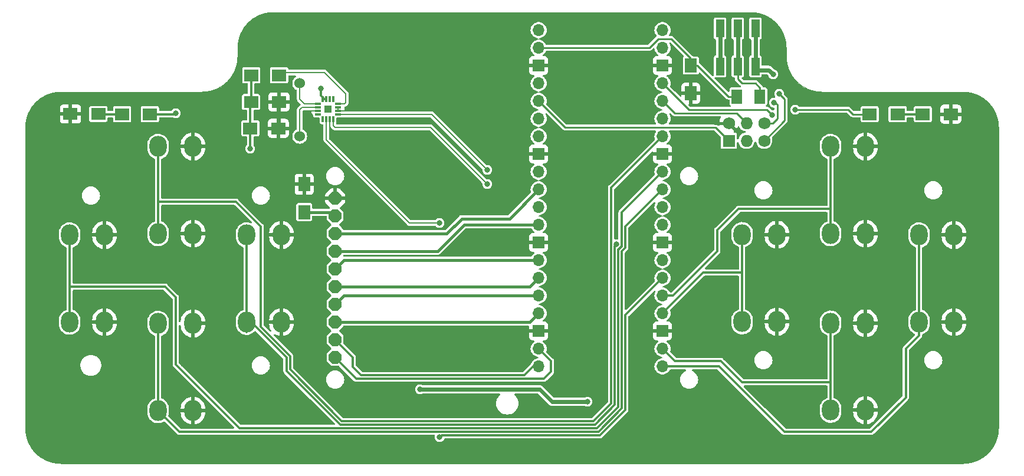
<source format=gbr>
%TF.GenerationSoftware,KiCad,Pcbnew,7.0.10-7.0.10~ubuntu22.04.1*%
%TF.CreationDate,2024-02-12T13:51:05-05:00*%
%TF.ProjectId,sprig_console,73707269-675f-4636-9f6e-736f6c652e6b,rev?*%
%TF.SameCoordinates,Original*%
%TF.FileFunction,Copper,L1,Top*%
%TF.FilePolarity,Positive*%
%FSLAX46Y46*%
G04 Gerber Fmt 4.6, Leading zero omitted, Abs format (unit mm)*
G04 Created by KiCad (PCBNEW 7.0.10-7.0.10~ubuntu22.04.1) date 2024-02-12 13:51:05*
%MOMM*%
%LPD*%
G01*
G04 APERTURE LIST*
G04 Aperture macros list*
%AMRoundRect*
0 Rectangle with rounded corners*
0 $1 Rounding radius*
0 $2 $3 $4 $5 $6 $7 $8 $9 X,Y pos of 4 corners*
0 Add a 4 corners polygon primitive as box body*
4,1,4,$2,$3,$4,$5,$6,$7,$8,$9,$2,$3,0*
0 Add four circle primitives for the rounded corners*
1,1,$1+$1,$2,$3*
1,1,$1+$1,$4,$5*
1,1,$1+$1,$6,$7*
1,1,$1+$1,$8,$9*
0 Add four rect primitives between the rounded corners*
20,1,$1+$1,$2,$3,$4,$5,0*
20,1,$1+$1,$4,$5,$6,$7,0*
20,1,$1+$1,$6,$7,$8,$9,0*
20,1,$1+$1,$8,$9,$2,$3,0*%
%AMOutline5P*
0 Free polygon, 5 corners , with rotation*
0 The origin of the aperture is its center*
0 number of corners: always 5*
0 $1 to $10 corner X, Y*
0 $11 Rotation angle, in degrees counterclockwise*
0 create outline with 5 corners*
4,1,5,$1,$2,$3,$4,$5,$6,$7,$8,$9,$10,$1,$2,$11*%
%AMOutline6P*
0 Free polygon, 6 corners , with rotation*
0 The origin of the aperture is its center*
0 number of corners: always 6*
0 $1 to $12 corner X, Y*
0 $13 Rotation angle, in degrees counterclockwise*
0 create outline with 6 corners*
4,1,6,$1,$2,$3,$4,$5,$6,$7,$8,$9,$10,$11,$12,$1,$2,$13*%
%AMOutline7P*
0 Free polygon, 7 corners , with rotation*
0 The origin of the aperture is its center*
0 number of corners: always 7*
0 $1 to $14 corner X, Y*
0 $15 Rotation angle, in degrees counterclockwise*
0 create outline with 7 corners*
4,1,7,$1,$2,$3,$4,$5,$6,$7,$8,$9,$10,$11,$12,$13,$14,$1,$2,$15*%
%AMOutline8P*
0 Free polygon, 8 corners , with rotation*
0 The origin of the aperture is its center*
0 number of corners: always 8*
0 $1 to $16 corner X, Y*
0 $17 Rotation angle, in degrees counterclockwise*
0 create outline with 8 corners*
4,1,8,$1,$2,$3,$4,$5,$6,$7,$8,$9,$10,$11,$12,$13,$14,$15,$16,$1,$2,$17*%
G04 Aperture macros list end*
%TA.AperFunction,ComponentPad*%
%ADD10R,1.727200X1.727200*%
%TD*%
%TA.AperFunction,ComponentPad*%
%ADD11C,1.727200*%
%TD*%
%TA.AperFunction,ComponentPad*%
%ADD12O,1.727200X1.727200*%
%TD*%
%TA.AperFunction,ComponentPad*%
%ADD13O,2.500000X3.000000*%
%TD*%
%TA.AperFunction,SMDPad,CuDef*%
%ADD14R,1.500000X2.000000*%
%TD*%
%TA.AperFunction,SMDPad,CuDef*%
%ADD15RoundRect,0.018900X0.411100X0.116100X-0.411100X0.116100X-0.411100X-0.116100X0.411100X-0.116100X0*%
%TD*%
%TA.AperFunction,SMDPad,CuDef*%
%ADD16RoundRect,0.018900X-0.116100X0.411100X-0.116100X-0.411100X0.116100X-0.411100X0.116100X0.411100X0*%
%TD*%
%TA.AperFunction,SMDPad,CuDef*%
%ADD17RoundRect,0.018900X-0.411100X-0.116100X0.411100X-0.116100X0.411100X0.116100X-0.411100X0.116100X0*%
%TD*%
%TA.AperFunction,SMDPad,CuDef*%
%ADD18RoundRect,0.018900X0.116100X-0.411100X0.116100X0.411100X-0.116100X0.411100X-0.116100X-0.411100X0*%
%TD*%
%TA.AperFunction,SMDPad,CuDef*%
%ADD19R,1.100000X1.100000*%
%TD*%
%TA.AperFunction,SMDPad,CuDef*%
%ADD20R,2.000000X1.700000*%
%TD*%
%TA.AperFunction,SMDPad,CuDef*%
%ADD21R,1.700000X2.000000*%
%TD*%
%TA.AperFunction,ComponentPad*%
%ADD22Outline8P,-0.900000X0.450000X-0.450000X0.900000X0.450000X0.900000X0.900000X0.450000X0.900000X-0.450000X0.450000X-0.900000X-0.450000X-0.900000X-0.900000X-0.450000X180.000000*%
%TD*%
%TA.AperFunction,SMDPad,CuDef*%
%ADD23R,1.200000X2.500000*%
%TD*%
%TA.AperFunction,ComponentPad*%
%ADD24C,1.524000*%
%TD*%
%TA.AperFunction,ComponentPad*%
%ADD25O,1.700000X1.700000*%
%TD*%
%TA.AperFunction,ComponentPad*%
%ADD26R,1.700000X1.700000*%
%TD*%
%TA.AperFunction,ViaPad*%
%ADD27C,0.800000*%
%TD*%
%TA.AperFunction,Conductor*%
%ADD28C,0.400000*%
%TD*%
%TA.AperFunction,Conductor*%
%ADD29C,0.250000*%
%TD*%
%TA.AperFunction,Conductor*%
%ADD30C,0.300000*%
%TD*%
%TA.AperFunction,Conductor*%
%ADD31C,0.200000*%
%TD*%
%TA.AperFunction,Conductor*%
%ADD32C,0.600000*%
%TD*%
%TA.AperFunction,Profile*%
%ADD33C,0.100000*%
%TD*%
G04 APERTURE END LIST*
D10*
%TO.P,X1,1,VCC*%
%TO.N,+3V3*%
X183515000Y-78105000D03*
D11*
%TO.P,X1,2,GND*%
%TO.N,GND*%
X183515000Y-75565000D03*
D12*
%TO.P,X1,3,SDA*%
%TO.N,GPIO2*%
X186055000Y-78105000D03*
%TO.P,X1,4,SCL*%
%TO.N,GPIO3*%
X186055000Y-75565000D03*
D11*
%TO.P,X1,5,GPIO1*%
%TO.N,GPIO0*%
X188595000Y-78105000D03*
%TO.P,X1,6,GPIO2*%
%TO.N,GPIO1*%
X188595000Y-75565000D03*
%TD*%
D13*
%TO.P,SW4,1,1*%
%TO.N,BTN_D*%
X114300000Y-104140000D03*
X114300000Y-91640000D03*
%TO.P,SW4,2,2*%
%TO.N,GND*%
X119300000Y-104140000D03*
X119300000Y-91640000D03*
%TD*%
D14*
%TO.P,D3,1,K*%
%TO.N,Net-(D3-K)*%
X184660000Y-71755000D03*
%TO.P,D3,2,A*%
%TO.N,Net-(D3-A)*%
X187960000Y-71755000D03*
%TD*%
D15*
%TO.P,U2,1,DIN*%
%TO.N,DIN*%
X127419000Y-74321000D03*
%TO.P,U2,2,GAIN_SLOT*%
%TO.N,GND*%
X127419000Y-73821000D03*
%TO.P,U2,3,GND*%
X127419000Y-73321000D03*
%TO.P,U2,4,~{SD_MODE}*%
%TO.N,Net-(U2-~{SD_MODE})*%
X127419000Y-72821000D03*
D16*
%TO.P,U2,5*%
%TO.N,N/C*%
X126734000Y-72136000D03*
%TO.P,U2,6*%
X126234000Y-72136000D03*
%TO.P,U2,7,VDD*%
%TO.N,+3V3*%
X125734000Y-72136000D03*
%TO.P,U2,8,VDD*%
X125234000Y-72136000D03*
D17*
%TO.P,U2,9,OUTP*%
%TO.N,Net-(U2-OUTP)*%
X124549000Y-72821000D03*
%TO.P,U2,10,OUTN*%
%TO.N,Net-(U2-OUTN)*%
X124549000Y-73321000D03*
%TO.P,U2,11,GND*%
%TO.N,GND*%
X124549000Y-73821000D03*
%TO.P,U2,12*%
%TO.N,N/C*%
X124549000Y-74321000D03*
D18*
%TO.P,U2,13*%
X125234000Y-75006000D03*
%TO.P,U2,14,LRCLK*%
%TO.N,LRCLK*%
X125734000Y-75006000D03*
%TO.P,U2,15,GND*%
%TO.N,GND*%
X126234000Y-75006000D03*
%TO.P,U2,16,BCLK*%
%TO.N,BCLK*%
X126734000Y-75006000D03*
D19*
%TO.P,U2,17,EP*%
%TO.N,unconnected-(U2-EP-Pad17)*%
X125984000Y-73571000D03*
%TD*%
D13*
%TO.P,SW8,1,1*%
%TO.N,BTN_L*%
X210820000Y-104140000D03*
X210820000Y-91640000D03*
%TO.P,SW8,2,2*%
%TO.N,GND*%
X215820000Y-104140000D03*
X215820000Y-91640000D03*
%TD*%
%TO.P,SW3,1,1*%
%TO.N,BTN_S*%
X101600000Y-116840000D03*
X101600000Y-104340000D03*
%TO.P,SW3,2,2*%
%TO.N,GND*%
X106600000Y-116840000D03*
X106600000Y-104340000D03*
%TD*%
D20*
%TO.P,C2,1*%
%TO.N,+3V3*%
X114935000Y-72542400D03*
%TO.P,C2,2*%
%TO.N,GND*%
X118935000Y-72542400D03*
%TD*%
D21*
%TO.P,C1,1*%
%TO.N,+3V3*%
X122555000Y-88360000D03*
%TO.P,C1,2*%
%TO.N,GND*%
X122555000Y-84360000D03*
%TD*%
D20*
%TO.P,R3,1*%
%TO.N,LED_R*%
X203740000Y-74295000D03*
%TO.P,R3,2*%
%TO.N,Net-(D1-A)*%
X207740000Y-74295000D03*
%TD*%
D13*
%TO.P,SW5,1,1*%
%TO.N,BTN_I*%
X198120000Y-91440000D03*
X198120000Y-78940000D03*
%TO.P,SW5,2,2*%
%TO.N,GND*%
X203120000Y-91440000D03*
X203120000Y-78940000D03*
%TD*%
D22*
%TO.P,U1,1,LITE*%
%TO.N,LITE*%
X127000000Y-109220000D03*
%TO.P,U1,2,MISO*%
%TO.N,MISO*%
X127000000Y-106680000D03*
%TO.P,U1,3,SCK*%
%TO.N,SCK*%
X127000000Y-104140000D03*
%TO.P,U1,4,MOSI*%
%TO.N,MOSI*%
X127000000Y-101600000D03*
%TO.P,U1,5,TFT_CS*%
%TO.N,TFT_CS*%
X127000000Y-99060000D03*
%TO.P,U1,6,CARD_CS*%
%TO.N,CARD_CS*%
X127000000Y-96520000D03*
%TO.P,U1,7,D/C*%
%TO.N,D{slash}C*%
X127000000Y-93980000D03*
%TO.P,U1,8,RESET*%
%TO.N,RESET*%
X127000000Y-91440000D03*
%TO.P,U1,9,VCC*%
%TO.N,+3V3*%
X127000000Y-88900000D03*
%TO.P,U1,10,GND*%
%TO.N,GND*%
X127000000Y-86360000D03*
%TD*%
D20*
%TO.P,R1,1*%
%TO.N,+3V3*%
X114967000Y-68707000D03*
%TO.P,R1,2*%
%TO.N,Net-(U2-~{SD_MODE})*%
X118967000Y-68707000D03*
%TD*%
D13*
%TO.P,SW7,1,1*%
%TO.N,BTN_K*%
X198120000Y-116790000D03*
X198120000Y-104290000D03*
%TO.P,SW7,2,2*%
%TO.N,GND*%
X203120000Y-116790000D03*
X203120000Y-104290000D03*
%TD*%
%TO.P,SW1,1,1*%
%TO.N,BTN_W*%
X101600000Y-91440000D03*
X101600000Y-78940000D03*
%TO.P,SW1,2,2*%
%TO.N,GND*%
X106600000Y-91440000D03*
X106600000Y-78940000D03*
%TD*%
%TO.P,SW2,1,1*%
%TO.N,BTN_A*%
X88900000Y-104140000D03*
X88900000Y-91640000D03*
%TO.P,SW2,2,2*%
%TO.N,GND*%
X93900000Y-104140000D03*
X93900000Y-91640000D03*
%TD*%
D20*
%TO.P,D2,1,K*%
%TO.N,GND*%
X89014800Y-74269600D03*
%TO.P,D2,2,A*%
%TO.N,Net-(D2-A)*%
X93014800Y-74269600D03*
%TD*%
%TO.P,C3,1*%
%TO.N,+3V3*%
X114840000Y-76327000D03*
%TO.P,C3,2*%
%TO.N,GND*%
X118840000Y-76327000D03*
%TD*%
D21*
%TO.P,C4,1*%
%TO.N,Net-(D3-K)*%
X178054000Y-67310000D03*
%TO.P,C4,2*%
%TO.N,GND*%
X178054000Y-71310000D03*
%TD*%
D23*
%TO.P,SW9,3,C*%
%TO.N,Net-(J1-Pin_4)*%
X187325000Y-67437000D03*
X187325000Y-61976000D03*
%TO.P,SW9,2,B*%
%TO.N,Net-(D3-A)*%
X184785000Y-67437000D03*
X184785000Y-61976000D03*
%TO.P,SW9,1,A*%
%TO.N,unconnected-(SW9-A-Pad1)*%
X182245000Y-67437000D03*
X182245000Y-61976000D03*
%TD*%
D20*
%TO.P,D1,1,K*%
%TO.N,GND*%
X215360000Y-74295000D03*
%TO.P,D1,2,A*%
%TO.N,Net-(D1-A)*%
X211360000Y-74295000D03*
%TD*%
D13*
%TO.P,SW6,1,1*%
%TO.N,BTN_J*%
X185420000Y-104090000D03*
X185420000Y-91590000D03*
%TO.P,SW6,2,2*%
%TO.N,GND*%
X190420000Y-104090000D03*
X190420000Y-91590000D03*
%TD*%
D20*
%TO.P,R4,1*%
%TO.N,LED_L*%
X100425000Y-74295000D03*
%TO.P,R4,2*%
%TO.N,Net-(D2-A)*%
X96425000Y-74295000D03*
%TD*%
D24*
%TO.P,LS1,1,1*%
%TO.N,Net-(U2-OUTN)*%
X121920000Y-77460000D03*
%TO.P,LS1,2,2*%
%TO.N,Net-(U2-OUTP)*%
X121920000Y-69860000D03*
%TD*%
D25*
%TO.P,U5,1,GPIO0*%
%TO.N,GPIO0*%
X173990000Y-62230000D03*
%TO.P,U5,2,GPIO1*%
%TO.N,GPIO1*%
X173990000Y-64770000D03*
D26*
%TO.P,U5,3,GND*%
%TO.N,GND*%
X173990000Y-67310000D03*
D25*
%TO.P,U5,4,GPIO2*%
%TO.N,GPIO2*%
X173990000Y-69850000D03*
%TO.P,U5,5,GPIO3*%
%TO.N,GPIO3*%
X173990000Y-72390000D03*
%TO.P,U5,6,GPIO4*%
%TO.N,LED_R*%
X173990000Y-74930000D03*
%TO.P,U5,7,GPIO5*%
%TO.N,BTN_W*%
X173990000Y-77470000D03*
D26*
%TO.P,U5,8,GND*%
%TO.N,GND*%
X173990000Y-80010000D03*
D25*
%TO.P,U5,9,GPIO6*%
%TO.N,BTN_A*%
X173990000Y-82550000D03*
%TO.P,U5,10,GPIO7*%
%TO.N,BTN_S*%
X173990000Y-85090000D03*
%TO.P,U5,11,GPIO8*%
%TO.N,BTN_D*%
X173990000Y-87630000D03*
%TO.P,U5,12,GPIO9*%
%TO.N,DIN*%
X173990000Y-90170000D03*
D26*
%TO.P,U5,13,GND*%
%TO.N,GND*%
X173990000Y-92710000D03*
D25*
%TO.P,U5,14,GPIO10*%
%TO.N,BCLK*%
X173990000Y-95250000D03*
%TO.P,U5,15,GPIO11*%
%TO.N,LRCLK*%
X173990000Y-97790000D03*
%TO.P,U5,16,GPIO12*%
%TO.N,BTN_I*%
X173990000Y-100330000D03*
%TO.P,U5,17,GPIO13*%
%TO.N,BTN_J*%
X173990000Y-102870000D03*
D26*
%TO.P,U5,18,GND*%
%TO.N,GND*%
X173990000Y-105410000D03*
D25*
%TO.P,U5,19,GPIO14*%
%TO.N,BTN_K*%
X173990000Y-107950000D03*
%TO.P,U5,20,GPIO15*%
%TO.N,BTN_L*%
X173990000Y-110490000D03*
%TO.P,U5,21,GPIO16*%
%TO.N,MISO*%
X156210000Y-110490000D03*
%TO.P,U5,22,GPIO17*%
%TO.N,LITE*%
X156210000Y-107950000D03*
D26*
%TO.P,U5,23,GND*%
%TO.N,GND*%
X156210000Y-105410000D03*
D25*
%TO.P,U5,24,GPIO18*%
%TO.N,SCK*%
X156210000Y-102870000D03*
%TO.P,U5,25,GPIO19*%
%TO.N,MOSI*%
X156210000Y-100330000D03*
%TO.P,U5,26,GPIO20*%
%TO.N,TFT_CS*%
X156210000Y-97790000D03*
%TO.P,U5,27,GPIO21*%
%TO.N,CARD_CS*%
X156210000Y-95250000D03*
D26*
%TO.P,U5,28,GND*%
%TO.N,GND*%
X156210000Y-92710000D03*
D25*
%TO.P,U5,29,GPIO22*%
%TO.N,D{slash}C*%
X156210000Y-90170000D03*
%TO.P,U5,30,RUN*%
%TO.N,unconnected-(U5-RUN-Pad30)*%
X156210000Y-87630000D03*
%TO.P,U5,31,GPIO26_ADC0*%
%TO.N,RESET*%
X156210000Y-85090000D03*
%TO.P,U5,32,GPIO27_ADC1*%
%TO.N,unconnected-(U5-GPIO27_ADC1-Pad32)*%
X156210000Y-82550000D03*
D26*
%TO.P,U5,33,AGND*%
%TO.N,GND*%
X156210000Y-80010000D03*
D25*
%TO.P,U5,34,GPIO28_ADC2*%
%TO.N,LED_L*%
X156210000Y-77470000D03*
%TO.P,U5,35,ADC_VREF*%
%TO.N,unconnected-(U5-ADC_VREF-Pad35)*%
X156210000Y-74930000D03*
%TO.P,U5,36,3V3*%
%TO.N,+3V3*%
X156210000Y-72390000D03*
%TO.P,U5,37,3V3_EN*%
%TO.N,unconnected-(U5-3V3_EN-Pad37)*%
X156210000Y-69850000D03*
D26*
%TO.P,U5,38,GND*%
%TO.N,GND*%
X156210000Y-67310000D03*
D25*
%TO.P,U5,39,VSYS*%
%TO.N,Net-(D3-K)*%
X156210000Y-64770000D03*
%TO.P,U5,40,VBUS*%
%TO.N,+5V*%
X156210000Y-62230000D03*
%TD*%
D27*
%TO.N,GPIO1*%
X189992000Y-72644000D03*
%TO.N,GPIO0*%
X190754000Y-71374000D03*
%TO.N,GPIO2*%
X189738000Y-74422000D03*
%TO.N,LED_R*%
X193040000Y-73660000D03*
%TO.N,+3V3*%
X124968000Y-70612000D03*
X114808000Y-79248000D03*
%TO.N,GND*%
X146812000Y-109220000D03*
%TO.N,Net-(J1-Pin_4)*%
X139192000Y-113792000D03*
X189865000Y-68580000D03*
X163195000Y-115570000D03*
%TO.N,BTN_D*%
X167373500Y-92964000D03*
%TO.N,DIN*%
X148844000Y-82296000D03*
%TO.N,LRCLK*%
X142007977Y-120662500D03*
X141986000Y-89916000D03*
%TO.N,BCLK*%
X148844000Y-84328000D03*
%TO.N,LED_L*%
X104140000Y-74168000D03*
%TD*%
D28*
%TO.N,GND*%
X183515000Y-75565000D02*
X181483000Y-75565000D01*
X181483000Y-75565000D02*
X181102000Y-75184000D01*
D29*
%TO.N,Net-(D3-K)*%
X156210000Y-64770000D02*
X172085000Y-64770000D01*
X172085000Y-64770000D02*
X173355000Y-63500000D01*
X173355000Y-63500000D02*
X175260000Y-63500000D01*
X178054000Y-66294000D02*
X178054000Y-67310000D01*
X175260000Y-63500000D02*
X178054000Y-66294000D01*
X183451000Y-71755000D02*
X184660000Y-71755000D01*
X179006000Y-67310000D02*
X183451000Y-71755000D01*
X178054000Y-67310000D02*
X179006000Y-67310000D01*
%TO.N,GPIO1*%
X189992000Y-72644000D02*
X190246000Y-72644000D01*
X188595000Y-75565000D02*
X189816314Y-75565000D01*
X190463000Y-72861000D02*
X189992000Y-72644000D01*
X189816314Y-75565000D02*
X190463000Y-74918314D01*
X190463000Y-74918314D02*
X190463000Y-72861000D01*
%TO.N,GPIO0*%
X190754000Y-71374000D02*
X191516000Y-72136000D01*
X191516000Y-72136000D02*
X191516000Y-75184000D01*
X191516000Y-75184000D02*
X188595000Y-78105000D01*
%TO.N,GPIO2*%
X188976000Y-73660000D02*
X189738000Y-74422000D01*
X177800000Y-73660000D02*
X188976000Y-73660000D01*
X177800000Y-73660000D02*
X173990000Y-69850000D01*
%TO.N,GPIO3*%
X173990000Y-72390000D02*
X175768000Y-74168000D01*
X175768000Y-74168000D02*
X184658000Y-74168000D01*
X184658000Y-74168000D02*
X186055000Y-75565000D01*
%TO.N,+3V3*%
X183515000Y-78105000D02*
X181610000Y-76200000D01*
X181610000Y-76200000D02*
X160020000Y-76200000D01*
X160020000Y-76200000D02*
X156210000Y-72390000D01*
%TO.N,LED_R*%
X200660000Y-73660000D02*
X201295000Y-74295000D01*
X193040000Y-73660000D02*
X200660000Y-73660000D01*
X201295000Y-74295000D02*
X203740000Y-74295000D01*
X203105000Y-73660000D02*
X203740000Y-74295000D01*
%TO.N,Net-(D3-A)*%
X187325000Y-69850000D02*
X185420000Y-69850000D01*
X187960000Y-71755000D02*
X187960000Y-70485000D01*
X185420000Y-69850000D02*
X184785000Y-69215000D01*
X187960000Y-70485000D02*
X187325000Y-69850000D01*
X184785000Y-69215000D02*
X184785000Y-67945000D01*
D30*
%TO.N,+3V3*%
X125234000Y-72136000D02*
X125476000Y-72136000D01*
X114840000Y-72637400D02*
X114935000Y-72542400D01*
D28*
X122555000Y-88360000D02*
X126460000Y-88360000D01*
D30*
X125476000Y-72136000D02*
X124968000Y-71628000D01*
X125476000Y-72136000D02*
X125734000Y-72136000D01*
X124968000Y-71628000D02*
X124968000Y-70612000D01*
X114935000Y-69291200D02*
X114935000Y-72542400D01*
D28*
X126460000Y-88360000D02*
X127000000Y-88900000D01*
D30*
X114840000Y-76200000D02*
X114840000Y-72637400D01*
X114840000Y-76200000D02*
X114840000Y-79216000D01*
X114840000Y-79216000D02*
X114808000Y-79248000D01*
D31*
%TO.N,GND*%
X126234000Y-75006000D02*
X126234000Y-76474757D01*
D32*
X118840000Y-76200000D02*
X118840000Y-72637400D01*
D31*
X124549000Y-73821000D02*
X123283000Y-73821000D01*
X127419000Y-73821000D02*
X128871000Y-73821000D01*
X127419000Y-73321000D02*
X127419000Y-73821000D01*
D32*
X118840000Y-72637400D02*
X118935000Y-72542400D01*
D31*
X123283000Y-73821000D02*
X122936000Y-74168000D01*
D30*
%TO.N,Net-(D1-A)*%
X207740000Y-74295000D02*
X211360000Y-74295000D01*
%TO.N,Net-(D2-A)*%
X96425000Y-74295000D02*
X93040200Y-74295000D01*
X93040200Y-74295000D02*
X93014800Y-74269600D01*
D32*
%TO.N,Net-(D3-A)*%
X184785000Y-62484000D02*
X184785000Y-67945000D01*
%TO.N,Net-(J1-Pin_4)*%
X189230000Y-67945000D02*
X189865000Y-68580000D01*
X163195000Y-115570000D02*
X158145238Y-115570000D01*
X187325000Y-67945000D02*
X187325000Y-62484000D01*
X156367238Y-113792000D02*
X139192000Y-113792000D01*
X158145238Y-115570000D02*
X156367238Y-113792000D01*
X187325000Y-67945000D02*
X189230000Y-67945000D01*
D31*
%TO.N,Net-(U2-OUTN)*%
X121920000Y-73660000D02*
X121920000Y-77460000D01*
X122259000Y-73321000D02*
X121920000Y-73660000D01*
X124549000Y-73321000D02*
X122259000Y-73321000D01*
%TO.N,Net-(U2-OUTP)*%
X122605000Y-72821000D02*
X121920000Y-72136000D01*
X121920000Y-72136000D02*
X121920000Y-69860000D01*
X124549000Y-72821000D02*
X122605000Y-72821000D01*
D30*
%TO.N,BTN_W*%
X166624000Y-115824000D02*
X164084000Y-118364000D01*
X173990000Y-77470000D02*
X166624000Y-84836000D01*
X116332000Y-104830572D02*
X116332000Y-90424000D01*
X112776000Y-86868000D02*
X101600000Y-86868000D01*
X166624000Y-84836000D02*
X166624000Y-115824000D01*
X101600000Y-78940000D02*
X101600000Y-86868000D01*
X164084000Y-118364000D02*
X127960428Y-118364000D01*
X116332000Y-90424000D02*
X112776000Y-86868000D01*
X120514520Y-109013093D02*
X116332000Y-104830572D01*
X101600000Y-86868000D02*
X101600000Y-91440000D01*
X127960428Y-118364000D02*
X120514520Y-110918092D01*
X120514520Y-110918092D02*
X120514520Y-109013093D01*
%TO.N,BTN_A*%
X164608978Y-119363022D02*
X113267022Y-119363022D01*
X88900000Y-91640000D02*
X88900000Y-104140000D01*
X167640000Y-93757456D02*
X167640000Y-116332000D01*
X113267022Y-119363022D02*
X104140000Y-110236000D01*
X88900000Y-99060000D02*
X102616000Y-99060000D01*
X173990000Y-82550000D02*
X168123001Y-88416999D01*
X88900000Y-91640000D02*
X88900000Y-99060000D01*
X102616000Y-99060000D02*
X104140000Y-100584000D01*
X168123001Y-88416999D02*
X168123001Y-93274455D01*
X104140000Y-110236000D02*
X104140000Y-100584000D01*
X167640000Y-116332000D02*
X164608978Y-119363022D01*
X88900000Y-99060000D02*
X88900000Y-100076000D01*
X168123001Y-93274455D02*
X167640000Y-93757456D01*
%TO.N,BTN_S*%
X173990000Y-85090000D02*
X168622512Y-90457488D01*
X168622512Y-93481360D02*
X168139511Y-93964360D01*
X101600000Y-104340000D02*
X101600000Y-116840000D01*
X168622512Y-90457488D02*
X168622512Y-93481360D01*
X168139511Y-116538905D02*
X164798905Y-119879511D01*
X164798905Y-119879511D02*
X104639511Y-119879511D01*
X101600000Y-111760000D02*
X101600000Y-116840000D01*
X168139511Y-93964360D02*
X168139511Y-116538905D01*
X104639511Y-119879511D02*
X101600000Y-116840000D01*
%TO.N,BTN_D*%
X114935000Y-104140000D02*
X114300000Y-104140000D01*
X114300000Y-91640000D02*
X114300000Y-104140000D01*
X167373500Y-92964000D02*
X167132000Y-93205500D01*
X164290905Y-118863511D02*
X127753511Y-118863511D01*
X114300000Y-105588381D02*
X114300000Y-104140000D01*
X127753511Y-118863511D02*
X120015000Y-111125000D01*
X167132000Y-116022416D02*
X164290905Y-118863511D01*
X167132000Y-93205500D02*
X167132000Y-116022416D01*
X120015000Y-111125000D02*
X120015000Y-109220000D01*
X120015000Y-109220000D02*
X114935000Y-104140000D01*
%TO.N,BTN_I*%
X198120000Y-84836000D02*
X198120000Y-78940000D01*
X181864000Y-93980000D02*
X181864000Y-90932000D01*
X175514000Y-100330000D02*
X181864000Y-93980000D01*
X181864000Y-90932000D02*
X184912000Y-87884000D01*
X198120000Y-87884000D02*
X198120000Y-84836000D01*
X184912000Y-87884000D02*
X198120000Y-87884000D01*
X173990000Y-100330000D02*
X175514000Y-100330000D01*
X198120000Y-91440000D02*
X198120000Y-87884000D01*
%TO.N,BTN_J*%
X185420000Y-91590000D02*
X185420000Y-104090000D01*
X179832000Y-97028000D02*
X185420000Y-97028000D01*
X173990000Y-102870000D02*
X179832000Y-97028000D01*
X185420000Y-97028000D02*
X185420000Y-104090000D01*
%TO.N,BTN_K*%
X198120000Y-112776000D02*
X185420000Y-112776000D01*
X182372000Y-109728000D02*
X175768000Y-109728000D01*
X198120000Y-112776000D02*
X198120000Y-116790000D01*
X198120000Y-108204000D02*
X198120000Y-112776000D01*
X185420000Y-112776000D02*
X182372000Y-109728000D01*
X198120000Y-104290000D02*
X198120000Y-108204000D01*
X175768000Y-109728000D02*
X173990000Y-107950000D01*
%TO.N,BTN_L*%
X210820000Y-106045000D02*
X210820000Y-104140000D01*
X182118000Y-110490000D02*
X191516000Y-119888000D01*
X210820000Y-91640000D02*
X210820000Y-104140000D01*
X173990000Y-110490000D02*
X182118000Y-110490000D01*
X191516000Y-119888000D02*
X203962000Y-119888000D01*
X208915000Y-107950000D02*
X210820000Y-106045000D01*
X203962000Y-119888000D02*
X208915000Y-114935000D01*
X208915000Y-114935000D02*
X208915000Y-107950000D01*
D31*
%TO.N,Net-(U2-~{SD_MODE})*%
X128347000Y-72821000D02*
X128524000Y-72644000D01*
X119634000Y-68326000D02*
X118935000Y-69025000D01*
X127419000Y-72821000D02*
X128347000Y-72821000D01*
X128524000Y-72644000D02*
X128524000Y-71374000D01*
X118935000Y-69025000D02*
X118935000Y-69291200D01*
X128524000Y-71374000D02*
X125476000Y-68326000D01*
X125476000Y-68326000D02*
X119634000Y-68326000D01*
D30*
%TO.N,LITE*%
X157988000Y-109728000D02*
X156210000Y-107950000D01*
X130048000Y-112268000D02*
X156972000Y-112268000D01*
X156972000Y-112268000D02*
X157988000Y-111252000D01*
X130048000Y-112268000D02*
X127000000Y-109220000D01*
X157988000Y-111252000D02*
X157988000Y-109728000D01*
%TO.N,MISO*%
X154178000Y-111760000D02*
X130710051Y-111760000D01*
X130710051Y-111760000D02*
X129540000Y-110589949D01*
X129540000Y-110589949D02*
X129540000Y-109220000D01*
X156210000Y-110490000D02*
X155448000Y-110490000D01*
X129540000Y-109220000D02*
X127000000Y-106680000D01*
X155448000Y-110490000D02*
X154178000Y-111760000D01*
D28*
%TO.N,SCK*%
X156210000Y-102870000D02*
X154940000Y-104140000D01*
X154940000Y-104140000D02*
X127000000Y-104140000D01*
%TO.N,MOSI*%
X128270000Y-100330000D02*
X127000000Y-101600000D01*
X156210000Y-100330000D02*
X128270000Y-100330000D01*
%TO.N,TFT_CS*%
X154940000Y-99060000D02*
X156210000Y-97790000D01*
X127000000Y-99060000D02*
X154940000Y-99060000D01*
%TO.N,CARD_CS*%
X128270000Y-95250000D02*
X127000000Y-96520000D01*
X156210000Y-95250000D02*
X128270000Y-95250000D01*
%TO.N,D{slash}C*%
X145542000Y-90170000D02*
X156210000Y-90170000D01*
X141732000Y-93980000D02*
X145542000Y-90170000D01*
X127000000Y-93980000D02*
X141732000Y-93980000D01*
%TO.N,RESET*%
X143002000Y-91440000D02*
X145161000Y-89281000D01*
D30*
X155702000Y-85090000D02*
X156210000Y-85090000D01*
D28*
X127000000Y-91440000D02*
X143002000Y-91440000D01*
X152019000Y-89281000D02*
X156210000Y-85090000D01*
X145161000Y-89281000D02*
X152019000Y-89281000D01*
D31*
%TO.N,DIN*%
X127419000Y-74321000D02*
X140869000Y-74321000D01*
X140869000Y-74321000D02*
X148844000Y-82296000D01*
D32*
%TO.N,unconnected-(SW9-A-Pad1)*%
X182245000Y-67945000D02*
X182245000Y-62484000D01*
D31*
%TO.N,LRCLK*%
X137668000Y-89916000D02*
X141986000Y-89916000D01*
D30*
X173990000Y-97790000D02*
X168639022Y-103140978D01*
X164988832Y-120396000D02*
X142274477Y-120396000D01*
D31*
X125734000Y-77982000D02*
X137668000Y-89916000D01*
D30*
X168639022Y-103140978D02*
X168639022Y-116745810D01*
X142274477Y-120396000D02*
X142007977Y-120662500D01*
D31*
X125734000Y-75006000D02*
X125734000Y-77982000D01*
X142165521Y-120820044D02*
X142007977Y-120662500D01*
D30*
X168639022Y-116745810D02*
X164988832Y-120396000D01*
D31*
%TO.N,BCLK*%
X126734000Y-75934000D02*
X127000000Y-76200000D01*
X126734000Y-75006000D02*
X126734000Y-75934000D01*
X127000000Y-76200000D02*
X140716000Y-76200000D01*
X140716000Y-76200000D02*
X148844000Y-84328000D01*
D30*
%TO.N,LED_L*%
X104013000Y-74295000D02*
X104140000Y-74168000D01*
X100425000Y-74295000D02*
X104013000Y-74295000D01*
%TD*%
%TA.AperFunction,Conductor*%
%TO.N,GND*%
G36*
X154794121Y-104660502D02*
G01*
X154840614Y-104714158D01*
X154852000Y-104766500D01*
X154852000Y-105156000D01*
X155766999Y-105156000D01*
X155741318Y-105195960D01*
X155700000Y-105336673D01*
X155700000Y-105483327D01*
X155741318Y-105624040D01*
X155766999Y-105664000D01*
X154852000Y-105664000D01*
X154852000Y-106308597D01*
X154858505Y-106369093D01*
X154909555Y-106505964D01*
X154909555Y-106505965D01*
X154997095Y-106622904D01*
X155114034Y-106710444D01*
X155250906Y-106761494D01*
X155311402Y-106767999D01*
X155311415Y-106768000D01*
X155490684Y-106768000D01*
X155558805Y-106788002D01*
X155605298Y-106841658D01*
X155615402Y-106911932D01*
X155585908Y-106976512D01*
X155557015Y-107001127D01*
X155513701Y-107027945D01*
X155513699Y-107027946D01*
X155356129Y-107171591D01*
X155339888Y-107193098D01*
X155227634Y-107341745D01*
X155134130Y-107529526D01*
X155132593Y-107532615D01*
X155074244Y-107737688D01*
X155054571Y-107950000D01*
X155074244Y-108162311D01*
X155132593Y-108367384D01*
X155132594Y-108367386D01*
X155132595Y-108367389D01*
X155227634Y-108558255D01*
X155339888Y-108706902D01*
X155356129Y-108728408D01*
X155513699Y-108872053D01*
X155513701Y-108872054D01*
X155694974Y-108984294D01*
X155694975Y-108984294D01*
X155694981Y-108984298D01*
X155893802Y-109061321D01*
X156080097Y-109096145D01*
X156143381Y-109128324D01*
X156179223Y-109189609D01*
X156176242Y-109260543D01*
X156135384Y-109318605D01*
X156080098Y-109343854D01*
X155977907Y-109362957D01*
X155893800Y-109378679D01*
X155756135Y-109432011D01*
X155694981Y-109455702D01*
X155694980Y-109455702D01*
X155694979Y-109455703D01*
X155694974Y-109455705D01*
X155513701Y-109567945D01*
X155513699Y-109567946D01*
X155356129Y-109711591D01*
X155274374Y-109819852D01*
X155227634Y-109881745D01*
X155132595Y-110072611D01*
X155132594Y-110072614D01*
X155103495Y-110174883D01*
X155071400Y-110229495D01*
X154028300Y-111272596D01*
X153965990Y-111306620D01*
X153939207Y-111309500D01*
X130948845Y-111309500D01*
X130880724Y-111289498D01*
X130859750Y-111272595D01*
X130027405Y-110440250D01*
X129993379Y-110377938D01*
X129990500Y-110351155D01*
X129990500Y-109252377D01*
X129991292Y-109238270D01*
X129991950Y-109232432D01*
X129995270Y-109202965D01*
X129984641Y-109146796D01*
X129983865Y-109142225D01*
X129975348Y-109085713D01*
X129975344Y-109085705D01*
X129972820Y-109077520D01*
X129970025Y-109069532D01*
X129965685Y-109061321D01*
X129943315Y-109018996D01*
X129941209Y-109014825D01*
X129916425Y-108963358D01*
X129916422Y-108963355D01*
X129916422Y-108963354D01*
X129911633Y-108956329D01*
X129906566Y-108949463D01*
X129892391Y-108935288D01*
X129866164Y-108909061D01*
X129862947Y-108905722D01*
X129824055Y-108863806D01*
X129824054Y-108863805D01*
X129824050Y-108863801D01*
X129816674Y-108857919D01*
X129817213Y-108857242D01*
X129804880Y-108847777D01*
X128236955Y-107279852D01*
X128202929Y-107217540D01*
X128201043Y-107183205D01*
X128200330Y-107183168D01*
X128200500Y-107179896D01*
X128200500Y-106710444D01*
X128200501Y-106180115D01*
X128199122Y-106166901D01*
X128156129Y-106063107D01*
X128152577Y-106058728D01*
X128147765Y-106052794D01*
X128147752Y-106052780D01*
X127627217Y-105532245D01*
X127627211Y-105532240D01*
X127627207Y-105532236D01*
X127616893Y-105523871D01*
X127616892Y-105523870D01*
X127616889Y-105523868D01*
X127609067Y-105519211D01*
X127610692Y-105516480D01*
X127567721Y-105481836D01*
X127545316Y-105414467D01*
X127562890Y-105345680D01*
X127609800Y-105302025D01*
X127609065Y-105300790D01*
X127614792Y-105297379D01*
X127614863Y-105297314D01*
X127615032Y-105297236D01*
X127616887Y-105296131D01*
X127616893Y-105296129D01*
X127627213Y-105287759D01*
X128147764Y-104767207D01*
X128156129Y-104756893D01*
X128172122Y-104718281D01*
X128216670Y-104663001D01*
X128284034Y-104640580D01*
X128288531Y-104640500D01*
X154726000Y-104640500D01*
X154794121Y-104660502D01*
G37*
%TD.AperFunction*%
%TA.AperFunction,Conductor*%
G36*
X172904296Y-86916972D02*
G01*
X172961132Y-86959519D01*
X172985943Y-87026039D01*
X172973055Y-87091188D01*
X172948850Y-87139801D01*
X172912593Y-87212615D01*
X172854244Y-87417688D01*
X172834571Y-87630000D01*
X172854244Y-87842311D01*
X172912593Y-88047384D01*
X172912594Y-88047386D01*
X172912595Y-88047389D01*
X173007634Y-88238255D01*
X173135940Y-88408158D01*
X173136129Y-88408408D01*
X173293699Y-88552053D01*
X173293701Y-88552054D01*
X173474974Y-88664294D01*
X173474975Y-88664294D01*
X173474981Y-88664298D01*
X173673802Y-88741321D01*
X173860097Y-88776145D01*
X173923381Y-88808324D01*
X173959223Y-88869609D01*
X173956242Y-88940543D01*
X173915384Y-88998605D01*
X173860098Y-89023854D01*
X173747350Y-89044930D01*
X173673800Y-89058679D01*
X173519754Y-89118356D01*
X173474981Y-89135702D01*
X173474980Y-89135702D01*
X173474979Y-89135703D01*
X173474974Y-89135705D01*
X173293701Y-89247945D01*
X173293699Y-89247946D01*
X173136129Y-89391591D01*
X173057662Y-89495498D01*
X173007634Y-89561745D01*
X172947127Y-89683261D01*
X172912593Y-89752615D01*
X172854244Y-89957688D01*
X172834571Y-90170000D01*
X172854244Y-90382311D01*
X172912593Y-90587384D01*
X172912594Y-90587386D01*
X172912595Y-90587389D01*
X173007634Y-90778255D01*
X173136128Y-90948407D01*
X173136129Y-90948408D01*
X173293699Y-91092053D01*
X173293701Y-91092054D01*
X173337015Y-91118873D01*
X173384402Y-91171740D01*
X173395685Y-91241834D01*
X173367281Y-91306901D01*
X173308208Y-91346283D01*
X173270684Y-91352000D01*
X173091402Y-91352000D01*
X173030906Y-91358505D01*
X172894035Y-91409555D01*
X172894034Y-91409555D01*
X172777095Y-91497095D01*
X172689555Y-91614034D01*
X172689555Y-91614035D01*
X172638505Y-91750906D01*
X172632000Y-91811402D01*
X172632000Y-92456000D01*
X173546999Y-92456000D01*
X173521318Y-92495960D01*
X173480000Y-92636673D01*
X173480000Y-92783327D01*
X173521318Y-92924040D01*
X173546999Y-92964000D01*
X172632000Y-92964000D01*
X172632000Y-93608597D01*
X172638505Y-93669093D01*
X172689555Y-93805964D01*
X172689555Y-93805965D01*
X172777095Y-93922904D01*
X172894034Y-94010444D01*
X173030906Y-94061494D01*
X173091402Y-94067999D01*
X173091415Y-94068000D01*
X173270684Y-94068000D01*
X173338805Y-94088002D01*
X173385298Y-94141658D01*
X173395402Y-94211932D01*
X173365908Y-94276512D01*
X173337015Y-94301127D01*
X173293701Y-94327945D01*
X173293699Y-94327946D01*
X173136129Y-94471591D01*
X173070667Y-94558277D01*
X173007634Y-94641745D01*
X172955413Y-94746620D01*
X172912593Y-94832615D01*
X172854244Y-95037688D01*
X172834571Y-95250000D01*
X172854244Y-95462311D01*
X172912593Y-95667384D01*
X172912594Y-95667386D01*
X172912595Y-95667389D01*
X173007634Y-95858255D01*
X173119888Y-96006902D01*
X173136129Y-96028408D01*
X173293699Y-96172053D01*
X173293701Y-96172054D01*
X173474974Y-96284294D01*
X173474975Y-96284294D01*
X173474981Y-96284298D01*
X173673802Y-96361321D01*
X173860097Y-96396145D01*
X173923381Y-96428324D01*
X173959223Y-96489609D01*
X173956242Y-96560543D01*
X173915384Y-96618605D01*
X173860098Y-96643854D01*
X173747350Y-96664930D01*
X173673800Y-96678679D01*
X173519754Y-96738356D01*
X173474981Y-96755702D01*
X173474980Y-96755702D01*
X173474979Y-96755703D01*
X173474974Y-96755705D01*
X173293701Y-96867945D01*
X173293699Y-96867946D01*
X173136129Y-97011591D01*
X173119888Y-97033098D01*
X173007634Y-97181745D01*
X172914130Y-97369526D01*
X172912593Y-97372615D01*
X172854244Y-97577688D01*
X172834571Y-97790000D01*
X172854244Y-98002311D01*
X172897406Y-98154007D01*
X172896810Y-98225001D01*
X172865311Y-98277584D01*
X168805106Y-102337790D01*
X168742794Y-102371816D01*
X168671979Y-102366751D01*
X168615143Y-102324204D01*
X168590332Y-102257684D01*
X168590011Y-102248695D01*
X168590011Y-94203154D01*
X168610013Y-94135033D01*
X168626916Y-94114059D01*
X168918169Y-93822806D01*
X168928706Y-93813389D01*
X168956482Y-93791239D01*
X168988669Y-93744026D01*
X168991385Y-93740201D01*
X169025305Y-93694243D01*
X169029286Y-93686711D01*
X169032980Y-93679037D01*
X169032984Y-93679033D01*
X169049818Y-93624452D01*
X169051291Y-93619976D01*
X169055277Y-93608585D01*
X169070158Y-93566060D01*
X169070158Y-93566057D01*
X169071743Y-93557680D01*
X169073012Y-93549261D01*
X169073012Y-93492161D01*
X169073100Y-93487449D01*
X169073375Y-93480101D01*
X169075237Y-93430350D01*
X169075235Y-93430345D01*
X169074180Y-93420965D01*
X169075039Y-93420868D01*
X169073012Y-93405456D01*
X169073012Y-90696280D01*
X169093014Y-90628159D01*
X169109912Y-90607190D01*
X172771169Y-86945932D01*
X172833481Y-86911907D01*
X172904296Y-86916972D01*
G37*
%TD.AperFunction*%
%TA.AperFunction,Conductor*%
G36*
X155164084Y-90690502D02*
G01*
X155208752Y-90740335D01*
X155227634Y-90778255D01*
X155356128Y-90948407D01*
X155356129Y-90948408D01*
X155513699Y-91092053D01*
X155513701Y-91092054D01*
X155557015Y-91118873D01*
X155604402Y-91171740D01*
X155615685Y-91241834D01*
X155587281Y-91306901D01*
X155528208Y-91346283D01*
X155490684Y-91352000D01*
X155311402Y-91352000D01*
X155250906Y-91358505D01*
X155114035Y-91409555D01*
X155114034Y-91409555D01*
X154997095Y-91497095D01*
X154909555Y-91614034D01*
X154909555Y-91614035D01*
X154858505Y-91750906D01*
X154852000Y-91811402D01*
X154852000Y-92456000D01*
X155766999Y-92456000D01*
X155741318Y-92495960D01*
X155700000Y-92636673D01*
X155700000Y-92783327D01*
X155741318Y-92924040D01*
X155766999Y-92964000D01*
X154852000Y-92964000D01*
X154852000Y-93608597D01*
X154858505Y-93669093D01*
X154909555Y-93805964D01*
X154909555Y-93805965D01*
X154997095Y-93922904D01*
X155114034Y-94010444D01*
X155250906Y-94061494D01*
X155311402Y-94067999D01*
X155311415Y-94068000D01*
X155490684Y-94068000D01*
X155558805Y-94088002D01*
X155605298Y-94141658D01*
X155615402Y-94211932D01*
X155585908Y-94276512D01*
X155557015Y-94301127D01*
X155513701Y-94327945D01*
X155513699Y-94327946D01*
X155356129Y-94471591D01*
X155290667Y-94558277D01*
X155227634Y-94641745D01*
X155208752Y-94679664D01*
X155160485Y-94731726D01*
X155095963Y-94749500D01*
X128337358Y-94749500D01*
X128310573Y-94746620D01*
X128306073Y-94745641D01*
X128306069Y-94745640D01*
X128291510Y-94746682D01*
X128222136Y-94731590D01*
X128171935Y-94681387D01*
X128156844Y-94612013D01*
X128166114Y-94572785D01*
X128172124Y-94558276D01*
X128216674Y-94502998D01*
X128284039Y-94480580D01*
X128288531Y-94480500D01*
X141664642Y-94480500D01*
X141691426Y-94483379D01*
X141695927Y-94484359D01*
X141745392Y-94480820D01*
X141754380Y-94480500D01*
X141767798Y-94480500D01*
X141767799Y-94480500D01*
X141781100Y-94478587D01*
X141790009Y-94477629D01*
X141839483Y-94474091D01*
X141843791Y-94472483D01*
X141869901Y-94465819D01*
X141874457Y-94465165D01*
X141919566Y-94444563D01*
X141927862Y-94441127D01*
X141974331Y-94423796D01*
X141978017Y-94421036D01*
X142001183Y-94407289D01*
X142005373Y-94405377D01*
X142042846Y-94372906D01*
X142049844Y-94367266D01*
X142060593Y-94359221D01*
X142070080Y-94349732D01*
X142076648Y-94343615D01*
X142114143Y-94311128D01*
X142116631Y-94307256D01*
X142133534Y-94286278D01*
X145712409Y-90707405D01*
X145774721Y-90673379D01*
X145801504Y-90670500D01*
X155095963Y-90670500D01*
X155164084Y-90690502D01*
G37*
%TD.AperFunction*%
%TA.AperFunction,Conductor*%
G36*
X172550032Y-79651236D02*
G01*
X172606868Y-79693783D01*
X172628928Y-79752929D01*
X172631999Y-79756000D01*
X173546999Y-79756000D01*
X173521318Y-79795960D01*
X173480000Y-79936673D01*
X173480000Y-80083327D01*
X173521318Y-80224040D01*
X173546999Y-80264000D01*
X172632000Y-80264000D01*
X172632000Y-80908597D01*
X172638505Y-80969093D01*
X172689555Y-81105964D01*
X172689555Y-81105965D01*
X172777095Y-81222904D01*
X172894034Y-81310444D01*
X173030906Y-81361494D01*
X173091402Y-81367999D01*
X173091415Y-81368000D01*
X173270684Y-81368000D01*
X173338805Y-81388002D01*
X173385298Y-81441658D01*
X173395402Y-81511932D01*
X173365908Y-81576512D01*
X173337015Y-81601127D01*
X173293701Y-81627945D01*
X173293699Y-81627946D01*
X173136129Y-81771591D01*
X173093479Y-81828069D01*
X173007634Y-81941745D01*
X172999410Y-81958262D01*
X172912593Y-82132615D01*
X172854244Y-82337688D01*
X172834571Y-82550000D01*
X172854244Y-82762311D01*
X172897406Y-82914007D01*
X172896810Y-82985001D01*
X172865311Y-83037584D01*
X167827343Y-88075552D01*
X167816809Y-88084967D01*
X167789030Y-88107120D01*
X167756841Y-88154331D01*
X167754117Y-88158170D01*
X167720207Y-88204116D01*
X167716216Y-88211668D01*
X167712528Y-88219326D01*
X167695690Y-88273914D01*
X167694219Y-88278385D01*
X167675354Y-88332301D01*
X167673767Y-88340687D01*
X167672501Y-88349095D01*
X167672501Y-88406212D01*
X167672413Y-88410923D01*
X167670277Y-88468010D01*
X167671334Y-88477389D01*
X167670471Y-88477486D01*
X167672501Y-88492895D01*
X167672501Y-92155405D01*
X167652499Y-92223526D01*
X167598843Y-92270019D01*
X167528569Y-92280123D01*
X167516348Y-92277744D01*
X167458559Y-92263500D01*
X167458556Y-92263500D01*
X167288444Y-92263500D01*
X167288441Y-92263500D01*
X167288437Y-92263501D01*
X167230652Y-92277743D01*
X167159724Y-92274624D01*
X167101742Y-92233653D01*
X167075115Y-92167838D01*
X167074500Y-92155404D01*
X167074500Y-85074792D01*
X167094502Y-85006671D01*
X167111400Y-84985702D01*
X172416905Y-79680196D01*
X172479217Y-79646171D01*
X172550032Y-79651236D01*
G37*
%TD.AperFunction*%
%TA.AperFunction,Conductor*%
G36*
X184647902Y-76338693D02*
G01*
X184647903Y-76338693D01*
X184725420Y-76220046D01*
X184783672Y-76087245D01*
X184829353Y-76032896D01*
X184897165Y-76011872D01*
X184965579Y-76030848D01*
X185011849Y-76081693D01*
X185014860Y-76087738D01*
X185061023Y-76180447D01*
X185191032Y-76352608D01*
X185350466Y-76497951D01*
X185533886Y-76611520D01*
X185533888Y-76611520D01*
X185533893Y-76611524D01*
X185735064Y-76689458D01*
X185851083Y-76711145D01*
X185914367Y-76743324D01*
X185950209Y-76804609D01*
X185947228Y-76875543D01*
X185906370Y-76933605D01*
X185851083Y-76958854D01*
X185742741Y-76979107D01*
X185735059Y-76980543D01*
X185533897Y-77058474D01*
X185533886Y-77058479D01*
X185350466Y-77172048D01*
X185191032Y-77317391D01*
X185061023Y-77489552D01*
X184964859Y-77682677D01*
X184964857Y-77682682D01*
X184926289Y-77818235D01*
X184888408Y-77878281D01*
X184824077Y-77908316D01*
X184753721Y-77898802D01*
X184699677Y-77852761D01*
X184679103Y-77784811D01*
X184679099Y-77783753D01*
X184679099Y-77196540D01*
X184679099Y-77196536D01*
X184676185Y-77171409D01*
X184630806Y-77068635D01*
X184630806Y-77068634D01*
X184551367Y-76989195D01*
X184551365Y-76989194D01*
X184448589Y-76943814D01*
X184448590Y-76943814D01*
X184423470Y-76940900D01*
X184423465Y-76940900D01*
X184347372Y-76940900D01*
X184279251Y-76920898D01*
X184232758Y-76867242D01*
X184222654Y-76796968D01*
X184252148Y-76732388D01*
X184269978Y-76715471D01*
X184290379Y-76699590D01*
X184290379Y-76699589D01*
X183649653Y-76058863D01*
X183659592Y-76057435D01*
X183792470Y-75996752D01*
X183902869Y-75901090D01*
X183981845Y-75778201D01*
X184005805Y-75696596D01*
X184647902Y-76338693D01*
G37*
%TD.AperFunction*%
%TA.AperFunction,Conductor*%
G36*
X175173767Y-74175515D02*
G01*
X175419472Y-74421220D01*
X175514780Y-74516528D01*
X175536149Y-74527416D01*
X175553006Y-74537746D01*
X175572417Y-74551849D01*
X175572418Y-74551849D01*
X175572419Y-74551850D01*
X175595232Y-74559261D01*
X175613494Y-74566825D01*
X175634874Y-74577719D01*
X175658572Y-74581472D01*
X175677786Y-74586084D01*
X175700607Y-74593500D01*
X175734512Y-74593500D01*
X182278500Y-74593500D01*
X182346621Y-74613502D01*
X182393114Y-74667158D01*
X182403218Y-74737432D01*
X182383983Y-74788415D01*
X182304580Y-74909950D01*
X182213270Y-75118118D01*
X182213269Y-75118119D01*
X182157471Y-75338460D01*
X182138699Y-75565000D01*
X182157470Y-75791533D01*
X182165244Y-75822230D01*
X182162576Y-75893177D01*
X182121975Y-75951418D01*
X182056332Y-75978464D01*
X181986487Y-75965727D01*
X181954004Y-75942256D01*
X181887194Y-75875446D01*
X181863220Y-75851472D01*
X181863219Y-75851471D01*
X181863218Y-75851470D01*
X181841843Y-75840579D01*
X181824985Y-75830249D01*
X181813948Y-75822230D01*
X181805581Y-75816151D01*
X181805579Y-75816150D01*
X181805580Y-75816150D01*
X181782764Y-75808737D01*
X181764498Y-75801171D01*
X181756834Y-75797266D01*
X181743125Y-75790280D01*
X181719431Y-75786528D01*
X181700205Y-75781912D01*
X181677393Y-75774500D01*
X181643488Y-75774500D01*
X175047004Y-75774500D01*
X174978883Y-75754498D01*
X174932390Y-75700842D01*
X174922286Y-75630568D01*
X174946454Y-75572568D01*
X174953705Y-75562966D01*
X174972366Y-75538255D01*
X175067405Y-75347389D01*
X175125756Y-75142310D01*
X175145429Y-74930000D01*
X175125756Y-74717690D01*
X175067405Y-74512611D01*
X174972366Y-74321745D01*
X174972363Y-74321741D01*
X174971881Y-74320773D01*
X174959423Y-74250878D01*
X174986730Y-74185343D01*
X175045133Y-74144975D01*
X175116089Y-74142590D01*
X175173767Y-74175515D01*
G37*
%TD.AperFunction*%
%TA.AperFunction,Conductor*%
G36*
X172765369Y-64795544D02*
G01*
X172822205Y-64838091D01*
X172846799Y-64901974D01*
X172854243Y-64982306D01*
X172912593Y-65187384D01*
X172912594Y-65187386D01*
X172912595Y-65187389D01*
X173007634Y-65378255D01*
X173136128Y-65548407D01*
X173136129Y-65548408D01*
X173293699Y-65692053D01*
X173293701Y-65692054D01*
X173337015Y-65718873D01*
X173384402Y-65771740D01*
X173395685Y-65841834D01*
X173367281Y-65906901D01*
X173308208Y-65946283D01*
X173270684Y-65952000D01*
X173091402Y-65952000D01*
X173030906Y-65958505D01*
X172894035Y-66009555D01*
X172894034Y-66009555D01*
X172777095Y-66097095D01*
X172689555Y-66214034D01*
X172689555Y-66214035D01*
X172638505Y-66350906D01*
X172632000Y-66411402D01*
X172632000Y-67056000D01*
X173546999Y-67056000D01*
X173521318Y-67095960D01*
X173480000Y-67236673D01*
X173480000Y-67383327D01*
X173521318Y-67524040D01*
X173546999Y-67564000D01*
X172632000Y-67564000D01*
X172632000Y-68208597D01*
X172638505Y-68269093D01*
X172689555Y-68405964D01*
X172689555Y-68405965D01*
X172777095Y-68522904D01*
X172894034Y-68610444D01*
X173030906Y-68661494D01*
X173091402Y-68667999D01*
X173091415Y-68668000D01*
X173270684Y-68668000D01*
X173338805Y-68688002D01*
X173385298Y-68741658D01*
X173395402Y-68811932D01*
X173365908Y-68876512D01*
X173337015Y-68901127D01*
X173293701Y-68927945D01*
X173293699Y-68927946D01*
X173136129Y-69071591D01*
X173078724Y-69147607D01*
X173007634Y-69241745D01*
X172923565Y-69410580D01*
X172912593Y-69432615D01*
X172854244Y-69637688D01*
X172834571Y-69850000D01*
X172854244Y-70062311D01*
X172912593Y-70267384D01*
X172912594Y-70267386D01*
X172912595Y-70267389D01*
X173007634Y-70458255D01*
X173125955Y-70614936D01*
X173136129Y-70628408D01*
X173293699Y-70772053D01*
X173293701Y-70772054D01*
X173474974Y-70884294D01*
X173474975Y-70884294D01*
X173474981Y-70884298D01*
X173673802Y-70961321D01*
X173860097Y-70996145D01*
X173923381Y-71028324D01*
X173959223Y-71089609D01*
X173956242Y-71160543D01*
X173915384Y-71218605D01*
X173860098Y-71243854D01*
X173747350Y-71264930D01*
X173673800Y-71278679D01*
X173519754Y-71338356D01*
X173474981Y-71355702D01*
X173474980Y-71355702D01*
X173474979Y-71355703D01*
X173474974Y-71355705D01*
X173293701Y-71467945D01*
X173293699Y-71467946D01*
X173136129Y-71611591D01*
X173078831Y-71687466D01*
X173007634Y-71781745D01*
X172939830Y-71917916D01*
X172912593Y-71972615D01*
X172854244Y-72177688D01*
X172834571Y-72390000D01*
X172854244Y-72602311D01*
X172912593Y-72807384D01*
X172912594Y-72807386D01*
X172912595Y-72807389D01*
X173007634Y-72998255D01*
X173135363Y-73167394D01*
X173136129Y-73168408D01*
X173293699Y-73312053D01*
X173293701Y-73312054D01*
X173474974Y-73424294D01*
X173474975Y-73424294D01*
X173474981Y-73424298D01*
X173673802Y-73501321D01*
X173860097Y-73536145D01*
X173923381Y-73568324D01*
X173959223Y-73629609D01*
X173956242Y-73700543D01*
X173915384Y-73758605D01*
X173860098Y-73783854D01*
X173747350Y-73804930D01*
X173673800Y-73818679D01*
X173520464Y-73878082D01*
X173474981Y-73895702D01*
X173474980Y-73895702D01*
X173474979Y-73895703D01*
X173474974Y-73895705D01*
X173293701Y-74007945D01*
X173293699Y-74007946D01*
X173136129Y-74151591D01*
X173110641Y-74185343D01*
X173007634Y-74321745D01*
X172957342Y-74422746D01*
X172912593Y-74512615D01*
X172854244Y-74717688D01*
X172834571Y-74930000D01*
X172854244Y-75142311D01*
X172912593Y-75347384D01*
X172912594Y-75347386D01*
X172912595Y-75347389D01*
X173007634Y-75538255D01*
X173007635Y-75538256D01*
X173007636Y-75538258D01*
X173033546Y-75572568D01*
X173058636Y-75638983D01*
X173043836Y-75708420D01*
X172993846Y-75758833D01*
X172932996Y-75774500D01*
X160248438Y-75774500D01*
X160180317Y-75754498D01*
X160159343Y-75737595D01*
X157326857Y-72905109D01*
X157292831Y-72842797D01*
X157294762Y-72781532D01*
X157345756Y-72602310D01*
X157365429Y-72390000D01*
X157345756Y-72177690D01*
X157287405Y-71972611D01*
X157192366Y-71781745D01*
X157063872Y-71611593D01*
X157056613Y-71604975D01*
X156906300Y-71467946D01*
X156906298Y-71467945D01*
X156725025Y-71355705D01*
X156725021Y-71355703D01*
X156725019Y-71355702D01*
X156526198Y-71278679D01*
X156339902Y-71243854D01*
X156276618Y-71211676D01*
X156240776Y-71150391D01*
X156243757Y-71079457D01*
X156284615Y-71021395D01*
X156339901Y-70996145D01*
X156526198Y-70961321D01*
X156725019Y-70884298D01*
X156906302Y-70772052D01*
X157063872Y-70628407D01*
X157192366Y-70458255D01*
X157287405Y-70267389D01*
X157345756Y-70062310D01*
X157365429Y-69850000D01*
X157345756Y-69637690D01*
X157287405Y-69432611D01*
X157192366Y-69241745D01*
X157063872Y-69071593D01*
X157027848Y-69038752D01*
X156906300Y-68927946D01*
X156906298Y-68927945D01*
X156862985Y-68901127D01*
X156815598Y-68848260D01*
X156804315Y-68778166D01*
X156832719Y-68713099D01*
X156891792Y-68673717D01*
X156929316Y-68668000D01*
X157108585Y-68668000D01*
X157108597Y-68667999D01*
X157169093Y-68661494D01*
X157305964Y-68610444D01*
X157305965Y-68610444D01*
X157422904Y-68522904D01*
X157510444Y-68405965D01*
X157510444Y-68405964D01*
X157561494Y-68269093D01*
X157567999Y-68208597D01*
X157568000Y-68208585D01*
X157568000Y-67564000D01*
X156653001Y-67564000D01*
X156678682Y-67524040D01*
X156720000Y-67383327D01*
X156720000Y-67236673D01*
X156678682Y-67095960D01*
X156653001Y-67056000D01*
X157568000Y-67056000D01*
X157568000Y-66411414D01*
X157567999Y-66411402D01*
X157561494Y-66350906D01*
X157510444Y-66214035D01*
X157510444Y-66214034D01*
X157422904Y-66097095D01*
X157305965Y-66009555D01*
X157169093Y-65958505D01*
X157108597Y-65952000D01*
X156929316Y-65952000D01*
X156861195Y-65931998D01*
X156814702Y-65878342D01*
X156804598Y-65808068D01*
X156834092Y-65743488D01*
X156862985Y-65718873D01*
X156874517Y-65711731D01*
X156906302Y-65692052D01*
X157063872Y-65548407D01*
X157192366Y-65378255D01*
X157248591Y-65265337D01*
X157296860Y-65213274D01*
X157361382Y-65195500D01*
X172152394Y-65195500D01*
X172175202Y-65188088D01*
X172194428Y-65183471D01*
X172218126Y-65179719D01*
X172239500Y-65168827D01*
X172257773Y-65161259D01*
X172280579Y-65153850D01*
X172280579Y-65153849D01*
X172280581Y-65153849D01*
X172299981Y-65139752D01*
X172316848Y-65129417D01*
X172324775Y-65125377D01*
X172338220Y-65118528D01*
X172433528Y-65023220D01*
X172632244Y-64824503D01*
X172694553Y-64790480D01*
X172765369Y-64795544D01*
G37*
%TD.AperFunction*%
%TA.AperFunction,Conductor*%
G36*
X175173767Y-64015515D02*
G01*
X177034545Y-65876293D01*
X177068571Y-65938605D01*
X177063506Y-66009420D01*
X177034545Y-66054483D01*
X176951795Y-66137232D01*
X176951794Y-66137234D01*
X176906414Y-66240009D01*
X176903500Y-66265129D01*
X176903500Y-68354859D01*
X176903501Y-68354866D01*
X176906414Y-68379990D01*
X176906416Y-68379994D01*
X176951793Y-68482765D01*
X177031232Y-68562204D01*
X177031234Y-68562205D01*
X177031235Y-68562206D01*
X177134009Y-68607585D01*
X177159135Y-68610500D01*
X178948864Y-68610499D01*
X178973991Y-68607585D01*
X179076765Y-68562206D01*
X179156206Y-68482765D01*
X179201585Y-68379991D01*
X179201585Y-68379989D01*
X179202860Y-68375304D01*
X179240042Y-68314822D01*
X179304021Y-68284045D01*
X179374483Y-68292742D01*
X179413536Y-68319284D01*
X183102472Y-72008220D01*
X183197780Y-72103528D01*
X183219158Y-72114421D01*
X183236008Y-72124746D01*
X183255419Y-72138849D01*
X183278231Y-72146260D01*
X183296498Y-72153827D01*
X183317874Y-72164719D01*
X183341572Y-72168471D01*
X183360792Y-72173086D01*
X183383607Y-72180500D01*
X183417512Y-72180500D01*
X183483501Y-72180500D01*
X183551622Y-72200502D01*
X183598115Y-72254158D01*
X183609501Y-72306500D01*
X183609501Y-72799866D01*
X183612414Y-72824990D01*
X183612416Y-72824994D01*
X183657793Y-72927765D01*
X183745490Y-73015462D01*
X183743714Y-73017237D01*
X183778254Y-73059550D01*
X183786287Y-73130091D01*
X183754908Y-73193777D01*
X183694079Y-73230388D01*
X183662151Y-73234500D01*
X178028438Y-73234500D01*
X177960317Y-73214498D01*
X177939343Y-73197595D01*
X177768969Y-73027221D01*
X177734943Y-72964909D01*
X177740008Y-72894094D01*
X177768969Y-72849030D01*
X177800000Y-72817999D01*
X177800000Y-71564000D01*
X178308000Y-71564000D01*
X178308000Y-72818000D01*
X178952585Y-72818000D01*
X178952597Y-72817999D01*
X179013093Y-72811494D01*
X179149964Y-72760444D01*
X179149965Y-72760444D01*
X179266904Y-72672904D01*
X179354444Y-72555965D01*
X179354444Y-72555964D01*
X179405494Y-72419093D01*
X179411999Y-72358597D01*
X179412000Y-72358585D01*
X179412000Y-71564000D01*
X178308000Y-71564000D01*
X177800000Y-71564000D01*
X176696000Y-71564000D01*
X176696000Y-71650062D01*
X176675998Y-71718183D01*
X176622342Y-71764676D01*
X176552068Y-71774780D01*
X176487488Y-71745286D01*
X176480905Y-71739157D01*
X175797748Y-71056000D01*
X176696000Y-71056000D01*
X177800000Y-71056000D01*
X177800000Y-69802000D01*
X178308000Y-69802000D01*
X178308000Y-71056000D01*
X179412000Y-71056000D01*
X179412000Y-70261414D01*
X179411999Y-70261402D01*
X179405494Y-70200906D01*
X179354444Y-70064035D01*
X179354444Y-70064034D01*
X179266904Y-69947095D01*
X179149965Y-69859555D01*
X179013093Y-69808505D01*
X178952597Y-69802000D01*
X178308000Y-69802000D01*
X177800000Y-69802000D01*
X177155402Y-69802000D01*
X177094906Y-69808505D01*
X176958035Y-69859555D01*
X176958034Y-69859555D01*
X176841095Y-69947095D01*
X176753555Y-70064034D01*
X176753555Y-70064035D01*
X176702505Y-70200906D01*
X176696000Y-70261402D01*
X176696000Y-71056000D01*
X175797748Y-71056000D01*
X175106857Y-70365109D01*
X175072831Y-70302797D01*
X175074762Y-70241532D01*
X175077537Y-70231779D01*
X175125756Y-70062310D01*
X175145429Y-69850000D01*
X175125756Y-69637690D01*
X175067405Y-69432611D01*
X174972366Y-69241745D01*
X174843872Y-69071593D01*
X174807848Y-69038752D01*
X174686300Y-68927946D01*
X174686298Y-68927945D01*
X174642985Y-68901127D01*
X174595598Y-68848260D01*
X174584315Y-68778166D01*
X174612719Y-68713099D01*
X174671792Y-68673717D01*
X174709316Y-68668000D01*
X174888585Y-68668000D01*
X174888597Y-68667999D01*
X174949093Y-68661494D01*
X175085964Y-68610444D01*
X175085965Y-68610444D01*
X175202904Y-68522904D01*
X175290444Y-68405965D01*
X175290444Y-68405964D01*
X175341494Y-68269093D01*
X175347999Y-68208597D01*
X175348000Y-68208585D01*
X175348000Y-67564000D01*
X174433001Y-67564000D01*
X174458682Y-67524040D01*
X174500000Y-67383327D01*
X174500000Y-67236673D01*
X174458682Y-67095960D01*
X174433001Y-67056000D01*
X175348000Y-67056000D01*
X175348000Y-66411414D01*
X175347999Y-66411402D01*
X175341494Y-66350906D01*
X175290444Y-66214035D01*
X175290444Y-66214034D01*
X175202904Y-66097095D01*
X175085965Y-66009555D01*
X174949093Y-65958505D01*
X174888597Y-65952000D01*
X174709316Y-65952000D01*
X174641195Y-65931998D01*
X174594702Y-65878342D01*
X174584598Y-65808068D01*
X174614092Y-65743488D01*
X174642985Y-65718873D01*
X174654517Y-65711731D01*
X174686302Y-65692052D01*
X174843872Y-65548407D01*
X174972366Y-65378255D01*
X175067405Y-65187389D01*
X175125756Y-64982310D01*
X175145429Y-64770000D01*
X175125756Y-64557690D01*
X175067405Y-64352611D01*
X174972366Y-64161745D01*
X174972363Y-64161741D01*
X174971881Y-64160773D01*
X174959423Y-64090878D01*
X174986730Y-64025343D01*
X175045133Y-63984975D01*
X175116089Y-63982590D01*
X175173767Y-64015515D01*
G37*
%TD.AperFunction*%
%TA.AperFunction,Conductor*%
G36*
X186692610Y-59690608D02*
G01*
X186697787Y-59690822D01*
X186907608Y-59699500D01*
X187110171Y-59708345D01*
X187120213Y-59709189D01*
X187335583Y-59736035D01*
X187335850Y-59736069D01*
X187538442Y-59762741D01*
X187547790Y-59764334D01*
X187759678Y-59808762D01*
X187761000Y-59809047D01*
X187960492Y-59853274D01*
X187969138Y-59855515D01*
X188176495Y-59917248D01*
X188178397Y-59917831D01*
X188373340Y-59979296D01*
X188381207Y-59982069D01*
X188582714Y-60060697D01*
X188585043Y-60061633D01*
X188773924Y-60139870D01*
X188781045Y-60143082D01*
X188975338Y-60238066D01*
X188978103Y-60239461D01*
X189101087Y-60303483D01*
X189159442Y-60333861D01*
X189165758Y-60337383D01*
X189267178Y-60397815D01*
X189351497Y-60448059D01*
X189354671Y-60450015D01*
X189527094Y-60559861D01*
X189532575Y-60563559D01*
X189697247Y-60681133D01*
X189708533Y-60689191D01*
X189712021Y-60691774D01*
X189874198Y-60816217D01*
X189878927Y-60820030D01*
X189950879Y-60880969D01*
X190043880Y-60959737D01*
X190047540Y-60962960D01*
X190174720Y-61079500D01*
X190198315Y-61101121D01*
X190202285Y-61104923D01*
X190355075Y-61257713D01*
X190358877Y-61261683D01*
X190401269Y-61307946D01*
X190497024Y-61412443D01*
X190500276Y-61416135D01*
X190639968Y-61581071D01*
X190643781Y-61585800D01*
X190768224Y-61747977D01*
X190770807Y-61751465D01*
X190896427Y-61927406D01*
X190900149Y-61932922D01*
X191009974Y-62105313D01*
X191011948Y-62108516D01*
X191122615Y-62294240D01*
X191126137Y-62300556D01*
X191220518Y-62481858D01*
X191221952Y-62484700D01*
X191316916Y-62678953D01*
X191320128Y-62686074D01*
X191398348Y-62874913D01*
X191399319Y-62877329D01*
X191477921Y-63078768D01*
X191480710Y-63086682D01*
X191542162Y-63281586D01*
X191542755Y-63283521D01*
X191604478Y-63490843D01*
X191606729Y-63499525D01*
X191650941Y-63698955D01*
X191651246Y-63700369D01*
X191695658Y-63912177D01*
X191697262Y-63921588D01*
X191723899Y-64123918D01*
X191724009Y-64124779D01*
X191750807Y-64339763D01*
X191751655Y-64349852D01*
X191760512Y-64552701D01*
X191760524Y-64552990D01*
X191769392Y-64767389D01*
X191769500Y-64772596D01*
X191769501Y-65987807D01*
X191769498Y-65987817D01*
X191769498Y-66250136D01*
X191804202Y-66668950D01*
X191804203Y-66668960D01*
X191835667Y-66857514D01*
X191873377Y-67083499D01*
X191873378Y-67083501D01*
X191976541Y-67490886D01*
X191976543Y-67490892D01*
X192113003Y-67888381D01*
X192113012Y-67888403D01*
X192281818Y-68273244D01*
X192481845Y-68642860D01*
X192498269Y-68667999D01*
X192711706Y-68994688D01*
X192969836Y-69326334D01*
X192969840Y-69326339D01*
X193254471Y-69635531D01*
X193408269Y-69777111D01*
X193563662Y-69920160D01*
X193563664Y-69920161D01*
X193563663Y-69920161D01*
X193563666Y-69920163D01*
X193563669Y-69920166D01*
X193895316Y-70178297D01*
X194247145Y-70408158D01*
X194616755Y-70608181D01*
X194616759Y-70608183D01*
X194791906Y-70685009D01*
X195001620Y-70776998D01*
X195001629Y-70777001D01*
X195399103Y-70913455D01*
X195399117Y-70913459D01*
X195806502Y-71016622D01*
X195806504Y-71016623D01*
X195806510Y-71016624D01*
X195806514Y-71016625D01*
X196221044Y-71085798D01*
X196639871Y-71120502D01*
X196639877Y-71120502D01*
X196902687Y-71120502D01*
X196902690Y-71120500D01*
X217167404Y-71120500D01*
X217172610Y-71120608D01*
X217177787Y-71120822D01*
X217387608Y-71129500D01*
X217590171Y-71138345D01*
X217600213Y-71139189D01*
X217815583Y-71166035D01*
X217815850Y-71166069D01*
X218018442Y-71192741D01*
X218027790Y-71194334D01*
X218239678Y-71238762D01*
X218241000Y-71239047D01*
X218440492Y-71283274D01*
X218449138Y-71285515D01*
X218656495Y-71347248D01*
X218658397Y-71347831D01*
X218853340Y-71409296D01*
X218861207Y-71412069D01*
X219062714Y-71490697D01*
X219065043Y-71491633D01*
X219242891Y-71565300D01*
X219253924Y-71569870D01*
X219261045Y-71573082D01*
X219455338Y-71668066D01*
X219458103Y-71669461D01*
X219551696Y-71718183D01*
X219639442Y-71763861D01*
X219645758Y-71767383D01*
X219669859Y-71781744D01*
X219831497Y-71878059D01*
X219834671Y-71880015D01*
X220007094Y-71989861D01*
X220012575Y-71993559D01*
X220188533Y-72119191D01*
X220192021Y-72121774D01*
X220354198Y-72246217D01*
X220358927Y-72250030D01*
X220395383Y-72280906D01*
X220523880Y-72389737D01*
X220527540Y-72392960D01*
X220654807Y-72509580D01*
X220678315Y-72531121D01*
X220682285Y-72534923D01*
X220835075Y-72687713D01*
X220838877Y-72691683D01*
X220938002Y-72799859D01*
X220977024Y-72842443D01*
X220980268Y-72846126D01*
X221001519Y-72871217D01*
X221119968Y-73011071D01*
X221123781Y-73015800D01*
X221248224Y-73177977D01*
X221250807Y-73181465D01*
X221342941Y-73310506D01*
X221367211Y-73344499D01*
X221376427Y-73357406D01*
X221380149Y-73362922D01*
X221489974Y-73535313D01*
X221491948Y-73538516D01*
X221602615Y-73724240D01*
X221606137Y-73730556D01*
X221700518Y-73911858D01*
X221701952Y-73914700D01*
X221796916Y-74108953D01*
X221800128Y-74116074D01*
X221878348Y-74304913D01*
X221879319Y-74307329D01*
X221957921Y-74508768D01*
X221960710Y-74516682D01*
X222022162Y-74711586D01*
X222022755Y-74713521D01*
X222084478Y-74920843D01*
X222086729Y-74929525D01*
X222130941Y-75128955D01*
X222131246Y-75130369D01*
X222175658Y-75342177D01*
X222177262Y-75351588D01*
X222203899Y-75553918D01*
X222204009Y-75554779D01*
X222230807Y-75769763D01*
X222231655Y-75779852D01*
X222240512Y-75982701D01*
X222240524Y-75982990D01*
X222249392Y-76197388D01*
X222249500Y-76202595D01*
X222249500Y-119377404D01*
X222249392Y-119382611D01*
X222240524Y-119597009D01*
X222240512Y-119597298D01*
X222231655Y-119800146D01*
X222230807Y-119810235D01*
X222204009Y-120025219D01*
X222203899Y-120026080D01*
X222177262Y-120228410D01*
X222175658Y-120237821D01*
X222131246Y-120449629D01*
X222130941Y-120451043D01*
X222086729Y-120650473D01*
X222084478Y-120659155D01*
X222022755Y-120866477D01*
X222022162Y-120868412D01*
X221960710Y-121063316D01*
X221957921Y-121071230D01*
X221879319Y-121272669D01*
X221878348Y-121275085D01*
X221800128Y-121463924D01*
X221796916Y-121471045D01*
X221701952Y-121665298D01*
X221700518Y-121668140D01*
X221606137Y-121849442D01*
X221602615Y-121855758D01*
X221491948Y-122041482D01*
X221489974Y-122044685D01*
X221380149Y-122217076D01*
X221376427Y-122222592D01*
X221250807Y-122398533D01*
X221248224Y-122402021D01*
X221123781Y-122564198D01*
X221119968Y-122568927D01*
X220980276Y-122733863D01*
X220977024Y-122737555D01*
X220838877Y-122888315D01*
X220835075Y-122892285D01*
X220682285Y-123045075D01*
X220678315Y-123048877D01*
X220527555Y-123187024D01*
X220523863Y-123190276D01*
X220358927Y-123329968D01*
X220354198Y-123333781D01*
X220192021Y-123458224D01*
X220188533Y-123460807D01*
X220012592Y-123586427D01*
X220007076Y-123590149D01*
X219834685Y-123699974D01*
X219831482Y-123701948D01*
X219645758Y-123812615D01*
X219639442Y-123816137D01*
X219458140Y-123910518D01*
X219455298Y-123911952D01*
X219261045Y-124006916D01*
X219253924Y-124010128D01*
X219065085Y-124088348D01*
X219062669Y-124089319D01*
X218861230Y-124167921D01*
X218853316Y-124170710D01*
X218658412Y-124232162D01*
X218656477Y-124232755D01*
X218449155Y-124294478D01*
X218440473Y-124296729D01*
X218241043Y-124340941D01*
X218239629Y-124341246D01*
X218027821Y-124385658D01*
X218018410Y-124387262D01*
X217816080Y-124413899D01*
X217815219Y-124414009D01*
X217600235Y-124440807D01*
X217590146Y-124441655D01*
X217387318Y-124450511D01*
X217387029Y-124450523D01*
X217172611Y-124459392D01*
X217167404Y-124459500D01*
X87632596Y-124459500D01*
X87627389Y-124459392D01*
X87412969Y-124450523D01*
X87412680Y-124450511D01*
X87209852Y-124441655D01*
X87199763Y-124440807D01*
X86984779Y-124414009D01*
X86983918Y-124413899D01*
X86781588Y-124387262D01*
X86772177Y-124385658D01*
X86560369Y-124341246D01*
X86558955Y-124340941D01*
X86359525Y-124296729D01*
X86350843Y-124294478D01*
X86143521Y-124232755D01*
X86141586Y-124232162D01*
X85946682Y-124170710D01*
X85938768Y-124167921D01*
X85737329Y-124089319D01*
X85734913Y-124088348D01*
X85546074Y-124010128D01*
X85538953Y-124006916D01*
X85344700Y-123911952D01*
X85341858Y-123910518D01*
X85160556Y-123816137D01*
X85154240Y-123812615D01*
X84968516Y-123701948D01*
X84965313Y-123699974D01*
X84792922Y-123590149D01*
X84787406Y-123586427D01*
X84611465Y-123460807D01*
X84607977Y-123458224D01*
X84445800Y-123333781D01*
X84441071Y-123329968D01*
X84276135Y-123190276D01*
X84272443Y-123187024D01*
X84121683Y-123048877D01*
X84117713Y-123045075D01*
X83964923Y-122892285D01*
X83961121Y-122888315D01*
X83822960Y-122737540D01*
X83819737Y-122733880D01*
X83680030Y-122568927D01*
X83676217Y-122564198D01*
X83551774Y-122402021D01*
X83549191Y-122398533D01*
X83423559Y-122222575D01*
X83419861Y-122217094D01*
X83310015Y-122044671D01*
X83308050Y-122041482D01*
X83197383Y-121855758D01*
X83193861Y-121849442D01*
X83163483Y-121791087D01*
X83099461Y-121668103D01*
X83098066Y-121665338D01*
X83003082Y-121471045D01*
X82999870Y-121463924D01*
X82958066Y-121363000D01*
X82921633Y-121275043D01*
X82920697Y-121272714D01*
X82842069Y-121071207D01*
X82839296Y-121063340D01*
X82777831Y-120868397D01*
X82777243Y-120866477D01*
X82772716Y-120851270D01*
X82715515Y-120659138D01*
X82713274Y-120650492D01*
X82669047Y-120451000D01*
X82668752Y-120449629D01*
X82663271Y-120423488D01*
X82624334Y-120237790D01*
X82622741Y-120228442D01*
X82596069Y-120025850D01*
X82596035Y-120025583D01*
X82569189Y-119810213D01*
X82568345Y-119800171D01*
X82559484Y-119597234D01*
X82550608Y-119382611D01*
X82550500Y-119377404D01*
X82550500Y-110487335D01*
X90447500Y-110487335D01*
X90481647Y-110691975D01*
X90488428Y-110732609D01*
X90488430Y-110732618D01*
X90569170Y-110967807D01*
X90569171Y-110967809D01*
X90684380Y-111180695D01*
X90687526Y-111186509D01*
X90839404Y-111381642D01*
X90840267Y-111382750D01*
X91023214Y-111551164D01*
X91231393Y-111687173D01*
X91231392Y-111687173D01*
X91300260Y-111717381D01*
X91459119Y-111787063D01*
X91459120Y-111787063D01*
X91459122Y-111787064D01*
X91579311Y-111817500D01*
X91700179Y-111848108D01*
X91885933Y-111863500D01*
X91885939Y-111863500D01*
X92010061Y-111863500D01*
X92010067Y-111863500D01*
X92195821Y-111848108D01*
X92436881Y-111787063D01*
X92664607Y-111687173D01*
X92872785Y-111551164D01*
X92901969Y-111524298D01*
X93055732Y-111382750D01*
X93055733Y-111382748D01*
X93055738Y-111382744D01*
X93208474Y-111186509D01*
X93326828Y-110967810D01*
X93407571Y-110732614D01*
X93448500Y-110487335D01*
X93448500Y-110238665D01*
X93407571Y-109993386D01*
X93353847Y-109836893D01*
X93326829Y-109758192D01*
X93326828Y-109758190D01*
X93208474Y-109539491D01*
X93208473Y-109539490D01*
X93198755Y-109527004D01*
X93055738Y-109343256D01*
X93055736Y-109343254D01*
X93055732Y-109343249D01*
X92872785Y-109174835D01*
X92664606Y-109038826D01*
X92664607Y-109038826D01*
X92436884Y-108938938D01*
X92436877Y-108938935D01*
X92195828Y-108877893D01*
X92195823Y-108877892D01*
X92195821Y-108877892D01*
X92079140Y-108868223D01*
X92010070Y-108862500D01*
X92010067Y-108862500D01*
X91885933Y-108862500D01*
X91885929Y-108862500D01*
X91793835Y-108870131D01*
X91700179Y-108877892D01*
X91700177Y-108877892D01*
X91700171Y-108877893D01*
X91459122Y-108938935D01*
X91459115Y-108938938D01*
X91231393Y-109038826D01*
X91023214Y-109174835D01*
X90840267Y-109343249D01*
X90687526Y-109539490D01*
X90687525Y-109539491D01*
X90569171Y-109758190D01*
X90569170Y-109758192D01*
X90488430Y-109993381D01*
X90488429Y-109993386D01*
X90447500Y-110238665D01*
X90447500Y-110487335D01*
X82550500Y-110487335D01*
X82550500Y-104452491D01*
X87349500Y-104452491D01*
X87364599Y-104639522D01*
X87364599Y-104639525D01*
X87364600Y-104639527D01*
X87382528Y-104712264D01*
X87424510Y-104882592D01*
X87522633Y-105112895D01*
X87522634Y-105112897D01*
X87649107Y-105312897D01*
X87656434Y-105324484D01*
X87656435Y-105324485D01*
X87822431Y-105511856D01*
X87822434Y-105511859D01*
X87822437Y-105511862D01*
X88016350Y-105670188D01*
X88233150Y-105795357D01*
X88233154Y-105795358D01*
X88233159Y-105795361D01*
X88467213Y-105884126D01*
X88467216Y-105884126D01*
X88467220Y-105884128D01*
X88712500Y-105934202D01*
X88962635Y-105944282D01*
X89211149Y-105914107D01*
X89451604Y-105844459D01*
X89677772Y-105737141D01*
X89883797Y-105594932D01*
X90064341Y-105421516D01*
X90214730Y-105221385D01*
X90331069Y-104999721D01*
X90410343Y-104762266D01*
X90450500Y-104515169D01*
X90450500Y-104455786D01*
X92142000Y-104455786D01*
X92156760Y-104652754D01*
X92215392Y-104909634D01*
X92215393Y-104909636D01*
X92311651Y-105154900D01*
X92311653Y-105154904D01*
X92443396Y-105383090D01*
X92607682Y-105589097D01*
X92800832Y-105768314D01*
X92800837Y-105768318D01*
X93018525Y-105916736D01*
X93018532Y-105916740D01*
X93255923Y-106031062D01*
X93507704Y-106108728D01*
X93507712Y-106108729D01*
X93646000Y-106129572D01*
X93646000Y-104684224D01*
X93743369Y-104724556D01*
X93860677Y-104740000D01*
X93939323Y-104740000D01*
X94056631Y-104724556D01*
X94154000Y-104684224D01*
X94154000Y-106129572D01*
X94292287Y-106108729D01*
X94292295Y-106108728D01*
X94544076Y-106031062D01*
X94781467Y-105916740D01*
X94781474Y-105916736D01*
X94999162Y-105768318D01*
X94999167Y-105768314D01*
X95192317Y-105589097D01*
X95356603Y-105383090D01*
X95488346Y-105154904D01*
X95488348Y-105154900D01*
X95584606Y-104909636D01*
X95584607Y-104909634D01*
X95643239Y-104652754D01*
X95658000Y-104455786D01*
X95658000Y-104394000D01*
X94444225Y-104394000D01*
X94484556Y-104296631D01*
X94505177Y-104140000D01*
X94484556Y-103983369D01*
X94444225Y-103886000D01*
X95658000Y-103886000D01*
X95658000Y-103824213D01*
X95643239Y-103627245D01*
X95584607Y-103370365D01*
X95584606Y-103370363D01*
X95488348Y-103125099D01*
X95488346Y-103125095D01*
X95356603Y-102896909D01*
X95192317Y-102690902D01*
X94999167Y-102511685D01*
X94999162Y-102511681D01*
X94781474Y-102363263D01*
X94781467Y-102363259D01*
X94544076Y-102248937D01*
X94292291Y-102171270D01*
X94154000Y-102150426D01*
X94154000Y-103595775D01*
X94056631Y-103555444D01*
X93939323Y-103540000D01*
X93860677Y-103540000D01*
X93743369Y-103555444D01*
X93646000Y-103595775D01*
X93646000Y-102150426D01*
X93507708Y-102171270D01*
X93255923Y-102248937D01*
X93018532Y-102363259D01*
X93018525Y-102363263D01*
X92800837Y-102511681D01*
X92800832Y-102511685D01*
X92607682Y-102690902D01*
X92443396Y-102896909D01*
X92311653Y-103125095D01*
X92311651Y-103125099D01*
X92215393Y-103370363D01*
X92215392Y-103370365D01*
X92156760Y-103627245D01*
X92142000Y-103824213D01*
X92142000Y-103886000D01*
X93355775Y-103886000D01*
X93315444Y-103983369D01*
X93294823Y-104140000D01*
X93315444Y-104296631D01*
X93355775Y-104394000D01*
X92142000Y-104394000D01*
X92142000Y-104455786D01*
X90450500Y-104455786D01*
X90450500Y-103827519D01*
X90450500Y-103827510D01*
X90450499Y-103827508D01*
X90447637Y-103792052D01*
X90435400Y-103640473D01*
X90375490Y-103397409D01*
X90277366Y-103167103D01*
X90143568Y-102955519D01*
X90143566Y-102955517D01*
X90143565Y-102955515D01*
X90143564Y-102955514D01*
X89977568Y-102768143D01*
X89977565Y-102768140D01*
X89977563Y-102768138D01*
X89783650Y-102609812D01*
X89566850Y-102484643D01*
X89506304Y-102461681D01*
X89431819Y-102433432D01*
X89375218Y-102390573D01*
X89350773Y-102323917D01*
X89350500Y-102315620D01*
X89350500Y-99636500D01*
X89370502Y-99568379D01*
X89424158Y-99521886D01*
X89476500Y-99510500D01*
X102377206Y-99510500D01*
X102445327Y-99530502D01*
X102466301Y-99547405D01*
X103652595Y-100733699D01*
X103686621Y-100796011D01*
X103689500Y-100822794D01*
X103689500Y-110203621D01*
X103688708Y-110217728D01*
X103684730Y-110253036D01*
X103684730Y-110253038D01*
X103695345Y-110309139D01*
X103696134Y-110313782D01*
X103704651Y-110370287D01*
X103707160Y-110378421D01*
X103709976Y-110386468D01*
X103709977Y-110386472D01*
X103709978Y-110386475D01*
X103709979Y-110386476D01*
X103736673Y-110436983D01*
X103738796Y-110441189D01*
X103763575Y-110492642D01*
X103763576Y-110492643D01*
X103768386Y-110499699D01*
X103773432Y-110506536D01*
X103773433Y-110506537D01*
X103773434Y-110506538D01*
X103813847Y-110546951D01*
X103817065Y-110550291D01*
X103855945Y-110592194D01*
X103855947Y-110592195D01*
X103863329Y-110598082D01*
X103862788Y-110598760D01*
X103875117Y-110608221D01*
X108278468Y-115011572D01*
X112480813Y-119213916D01*
X112514839Y-119276228D01*
X112509774Y-119347043D01*
X112467227Y-119403879D01*
X112400707Y-119428690D01*
X112391718Y-119429011D01*
X104878304Y-119429011D01*
X104810183Y-119409009D01*
X104789209Y-119392106D01*
X103102618Y-117705515D01*
X103068592Y-117643203D01*
X103072197Y-117576523D01*
X103110343Y-117462266D01*
X103150500Y-117215169D01*
X103150500Y-117155786D01*
X104842000Y-117155786D01*
X104856760Y-117352754D01*
X104915392Y-117609634D01*
X104915393Y-117609636D01*
X105011651Y-117854900D01*
X105011653Y-117854904D01*
X105143396Y-118083090D01*
X105307682Y-118289097D01*
X105500832Y-118468314D01*
X105500837Y-118468318D01*
X105718525Y-118616736D01*
X105718532Y-118616740D01*
X105955923Y-118731062D01*
X106207704Y-118808728D01*
X106207712Y-118808729D01*
X106346000Y-118829572D01*
X106346000Y-117384224D01*
X106443369Y-117424556D01*
X106560677Y-117440000D01*
X106639323Y-117440000D01*
X106756631Y-117424556D01*
X106854000Y-117384224D01*
X106854000Y-118829572D01*
X106992287Y-118808729D01*
X106992295Y-118808728D01*
X107244076Y-118731062D01*
X107481467Y-118616740D01*
X107481474Y-118616736D01*
X107699162Y-118468318D01*
X107699167Y-118468314D01*
X107892317Y-118289097D01*
X108056603Y-118083090D01*
X108188346Y-117854904D01*
X108188348Y-117854900D01*
X108284606Y-117609636D01*
X108284607Y-117609634D01*
X108343239Y-117352754D01*
X108358000Y-117155786D01*
X108358000Y-117094000D01*
X107144225Y-117094000D01*
X107184556Y-116996631D01*
X107205177Y-116840000D01*
X107184556Y-116683369D01*
X107144225Y-116586000D01*
X108358000Y-116586000D01*
X108358000Y-116524213D01*
X108343239Y-116327245D01*
X108284607Y-116070365D01*
X108284606Y-116070363D01*
X108188348Y-115825099D01*
X108188346Y-115825095D01*
X108056603Y-115596909D01*
X107892317Y-115390902D01*
X107699167Y-115211685D01*
X107699162Y-115211681D01*
X107481474Y-115063263D01*
X107481467Y-115063259D01*
X107244076Y-114948937D01*
X106992291Y-114871270D01*
X106854000Y-114850426D01*
X106854000Y-116295775D01*
X106756631Y-116255444D01*
X106639323Y-116240000D01*
X106560677Y-116240000D01*
X106443369Y-116255444D01*
X106346000Y-116295775D01*
X106346000Y-114850426D01*
X106207708Y-114871270D01*
X105955923Y-114948937D01*
X105718532Y-115063259D01*
X105718525Y-115063263D01*
X105500837Y-115211681D01*
X105500832Y-115211685D01*
X105307682Y-115390902D01*
X105143396Y-115596909D01*
X105011653Y-115825095D01*
X105011651Y-115825099D01*
X104915393Y-116070363D01*
X104915392Y-116070365D01*
X104856760Y-116327245D01*
X104842000Y-116524213D01*
X104842000Y-116586000D01*
X106055775Y-116586000D01*
X106015444Y-116683369D01*
X105994823Y-116840000D01*
X106015444Y-116996631D01*
X106055775Y-117094000D01*
X104842000Y-117094000D01*
X104842000Y-117155786D01*
X103150500Y-117155786D01*
X103150500Y-116527519D01*
X103150500Y-116527510D01*
X103150499Y-116527508D01*
X103147262Y-116487411D01*
X103135400Y-116340473D01*
X103075490Y-116097409D01*
X102977366Y-115867103D01*
X102843568Y-115655519D01*
X102843566Y-115655517D01*
X102843565Y-115655515D01*
X102843564Y-115655514D01*
X102677568Y-115468143D01*
X102677565Y-115468140D01*
X102677563Y-115468138D01*
X102483650Y-115309812D01*
X102266850Y-115184643D01*
X102169912Y-115147879D01*
X102131819Y-115133432D01*
X102075218Y-115090573D01*
X102050773Y-115023917D01*
X102050500Y-115015620D01*
X102050500Y-106168427D01*
X102070502Y-106100306D01*
X102124158Y-106053813D01*
X102141443Y-106047401D01*
X102151604Y-106044459D01*
X102377772Y-105937141D01*
X102583797Y-105794932D01*
X102764341Y-105621516D01*
X102914730Y-105421385D01*
X103031069Y-105199721D01*
X103110343Y-104962266D01*
X103150500Y-104715169D01*
X103150500Y-104027519D01*
X103150500Y-104027510D01*
X103150499Y-104027508D01*
X103149933Y-104020500D01*
X103135400Y-103840473D01*
X103075490Y-103597409D01*
X102977366Y-103367103D01*
X102843568Y-103155519D01*
X102843566Y-103155517D01*
X102843565Y-103155515D01*
X102843564Y-103155514D01*
X102677568Y-102968143D01*
X102677565Y-102968140D01*
X102677563Y-102968138D01*
X102483650Y-102809812D01*
X102266850Y-102684643D01*
X102266840Y-102684638D01*
X102032786Y-102595873D01*
X101885932Y-102565893D01*
X101787500Y-102545798D01*
X101662432Y-102540758D01*
X101537366Y-102535718D01*
X101537359Y-102535718D01*
X101288849Y-102565893D01*
X101288847Y-102565893D01*
X101048402Y-102635538D01*
X101048391Y-102635542D01*
X100822230Y-102742857D01*
X100616201Y-102885069D01*
X100616197Y-102885072D01*
X100435660Y-103058482D01*
X100362745Y-103155515D01*
X100306566Y-103230276D01*
X100285265Y-103258622D01*
X100168931Y-103480276D01*
X100168930Y-103480279D01*
X100089656Y-103717735D01*
X100049501Y-103964821D01*
X100049500Y-103964835D01*
X100049500Y-104652491D01*
X100064599Y-104839522D01*
X100064599Y-104839525D01*
X100064600Y-104839527D01*
X100079505Y-104900000D01*
X100124510Y-105082592D01*
X100222633Y-105312895D01*
X100222634Y-105312897D01*
X100355246Y-105522605D01*
X100356434Y-105524484D01*
X100356435Y-105524485D01*
X100522431Y-105711856D01*
X100522434Y-105711859D01*
X100522437Y-105711862D01*
X100716350Y-105870188D01*
X100933150Y-105995357D01*
X100933152Y-105995358D01*
X100954473Y-106003443D01*
X101068182Y-106046567D01*
X101124781Y-106089423D01*
X101149226Y-106156078D01*
X101149500Y-106164378D01*
X101149500Y-115011572D01*
X101129498Y-115079693D01*
X101075842Y-115126186D01*
X101058561Y-115132596D01*
X101048397Y-115135540D01*
X101048391Y-115135542D01*
X100822230Y-115242857D01*
X100616201Y-115385069D01*
X100616197Y-115385072D01*
X100435660Y-115558482D01*
X100285265Y-115758622D01*
X100168931Y-115980276D01*
X100168930Y-115980279D01*
X100089656Y-116217735D01*
X100049501Y-116464821D01*
X100049500Y-116464835D01*
X100049500Y-117152491D01*
X100064599Y-117339522D01*
X100064599Y-117339525D01*
X100064600Y-117339527D01*
X100082528Y-117412264D01*
X100124510Y-117582592D01*
X100222633Y-117812895D01*
X100222634Y-117812897D01*
X100273603Y-117893498D01*
X100356434Y-118024484D01*
X100356435Y-118024485D01*
X100522431Y-118211856D01*
X100522434Y-118211859D01*
X100522437Y-118211862D01*
X100716350Y-118370188D01*
X100933150Y-118495357D01*
X100933154Y-118495358D01*
X100933159Y-118495361D01*
X101167213Y-118584126D01*
X101167216Y-118584126D01*
X101167220Y-118584128D01*
X101412500Y-118634202D01*
X101662635Y-118644282D01*
X101911149Y-118614107D01*
X102151604Y-118544459D01*
X102377772Y-118437141D01*
X102399185Y-118422360D01*
X102466607Y-118400124D01*
X102535350Y-118417868D01*
X102559857Y-118436960D01*
X104298059Y-120175162D01*
X104307473Y-120185695D01*
X104329632Y-120213481D01*
X104376876Y-120245692D01*
X104380655Y-120248373D01*
X104426629Y-120282304D01*
X104426632Y-120282305D01*
X104434171Y-120286290D01*
X104441835Y-120289981D01*
X104441838Y-120289983D01*
X104496453Y-120306828D01*
X104500916Y-120308298D01*
X104525177Y-120316787D01*
X104554812Y-120327157D01*
X104554818Y-120327157D01*
X104563193Y-120328742D01*
X104571607Y-120330010D01*
X104571609Y-120330011D01*
X104628709Y-120330011D01*
X104633421Y-120330099D01*
X104690521Y-120332236D01*
X104690525Y-120332234D01*
X104699906Y-120331179D01*
X104700003Y-120332040D01*
X104715414Y-120330011D01*
X141202346Y-120330011D01*
X141270467Y-120350013D01*
X141316960Y-120403669D01*
X141327064Y-120473943D01*
X141323928Y-120486048D01*
X141324660Y-120486229D01*
X141322836Y-120493627D01*
X141302332Y-120662497D01*
X141302332Y-120662502D01*
X141322836Y-120831371D01*
X141383156Y-120990425D01*
X141383158Y-120990429D01*
X141438932Y-121071230D01*
X141479794Y-121130429D01*
X141607125Y-121243234D01*
X141757752Y-121322290D01*
X141757753Y-121322290D01*
X141757755Y-121322291D01*
X141914438Y-121360909D01*
X141922921Y-121363000D01*
X141922924Y-121363000D01*
X142093030Y-121363000D01*
X142093033Y-121363000D01*
X142258202Y-121322290D01*
X142408829Y-121243234D01*
X142536160Y-121130429D01*
X142632795Y-120990430D01*
X142656540Y-120927818D01*
X142699397Y-120871219D01*
X142766052Y-120846774D01*
X142774351Y-120846500D01*
X164956454Y-120846500D01*
X164970559Y-120847291D01*
X165005867Y-120851270D01*
X165062052Y-120840638D01*
X165066604Y-120839865D01*
X165123119Y-120831348D01*
X165123127Y-120831343D01*
X165131304Y-120828821D01*
X165139302Y-120826023D01*
X165139304Y-120826023D01*
X165189825Y-120799321D01*
X165194001Y-120797212D01*
X165245474Y-120772425D01*
X165245475Y-120772423D01*
X165252521Y-120767619D01*
X165259361Y-120762570D01*
X165259370Y-120762566D01*
X165299793Y-120722140D01*
X165303132Y-120718923D01*
X165345026Y-120680055D01*
X165345028Y-120680050D01*
X165350914Y-120672671D01*
X165351595Y-120673214D01*
X165361051Y-120660883D01*
X168934683Y-117087250D01*
X168945200Y-117077851D01*
X168972992Y-117055689D01*
X169005213Y-117008428D01*
X169007877Y-117004673D01*
X169041815Y-116958692D01*
X169041816Y-116958688D01*
X169045798Y-116951155D01*
X169049495Y-116943480D01*
X169066336Y-116888879D01*
X169067786Y-116884468D01*
X169086668Y-116830510D01*
X169086668Y-116830500D01*
X169088251Y-116822135D01*
X169089522Y-116813711D01*
X169089522Y-116756595D01*
X169089610Y-116751884D01*
X169089970Y-116742259D01*
X169091746Y-116694800D01*
X169091744Y-116694794D01*
X169090689Y-116685418D01*
X169091550Y-116685320D01*
X169089522Y-116669912D01*
X169089522Y-103379770D01*
X169109524Y-103311649D01*
X169126422Y-103290680D01*
X172771169Y-99645932D01*
X172833481Y-99611907D01*
X172904296Y-99616972D01*
X172961132Y-99659519D01*
X172985943Y-99726039D01*
X172973055Y-99791188D01*
X172946343Y-99844835D01*
X172912593Y-99912615D01*
X172854244Y-100117688D01*
X172834571Y-100330000D01*
X172854244Y-100542311D01*
X172912593Y-100747384D01*
X172912594Y-100747386D01*
X172912595Y-100747389D01*
X173007634Y-100938255D01*
X173119888Y-101086902D01*
X173136129Y-101108408D01*
X173293699Y-101252053D01*
X173293701Y-101252054D01*
X173474974Y-101364294D01*
X173474975Y-101364294D01*
X173474981Y-101364298D01*
X173673802Y-101441321D01*
X173860097Y-101476145D01*
X173923381Y-101508324D01*
X173959223Y-101569609D01*
X173956242Y-101640543D01*
X173915384Y-101698605D01*
X173860098Y-101723854D01*
X173748331Y-101744747D01*
X173673800Y-101758679D01*
X173559906Y-101802802D01*
X173474981Y-101835702D01*
X173474980Y-101835702D01*
X173474979Y-101835703D01*
X173474974Y-101835705D01*
X173293701Y-101947945D01*
X173293699Y-101947946D01*
X173136129Y-102091591D01*
X173091699Y-102150426D01*
X173007634Y-102261745D01*
X172947549Y-102382414D01*
X172912593Y-102452615D01*
X172854244Y-102657688D01*
X172834571Y-102870000D01*
X172854244Y-103082311D01*
X172912593Y-103287384D01*
X172912594Y-103287386D01*
X172912595Y-103287389D01*
X173007634Y-103478255D01*
X173136128Y-103648407D01*
X173136129Y-103648408D01*
X173293699Y-103792053D01*
X173293701Y-103792054D01*
X173337015Y-103818873D01*
X173384402Y-103871740D01*
X173395685Y-103941834D01*
X173367281Y-104006901D01*
X173308208Y-104046283D01*
X173270684Y-104052000D01*
X173091402Y-104052000D01*
X173030906Y-104058505D01*
X172894035Y-104109555D01*
X172894034Y-104109555D01*
X172777095Y-104197095D01*
X172689555Y-104314034D01*
X172689555Y-104314035D01*
X172638505Y-104450906D01*
X172632000Y-104511402D01*
X172632000Y-105156000D01*
X173546999Y-105156000D01*
X173521318Y-105195960D01*
X173480000Y-105336673D01*
X173480000Y-105483327D01*
X173521318Y-105624040D01*
X173546999Y-105664000D01*
X172632000Y-105664000D01*
X172632000Y-106308597D01*
X172638505Y-106369093D01*
X172689555Y-106505964D01*
X172689555Y-106505965D01*
X172777095Y-106622904D01*
X172894034Y-106710444D01*
X173030906Y-106761494D01*
X173091402Y-106767999D01*
X173091415Y-106768000D01*
X173270684Y-106768000D01*
X173338805Y-106788002D01*
X173385298Y-106841658D01*
X173395402Y-106911932D01*
X173365908Y-106976512D01*
X173337015Y-107001127D01*
X173293701Y-107027945D01*
X173293699Y-107027946D01*
X173136129Y-107171591D01*
X173119888Y-107193098D01*
X173007634Y-107341745D01*
X172914130Y-107529526D01*
X172912593Y-107532615D01*
X172854244Y-107737688D01*
X172834571Y-107950000D01*
X172854244Y-108162311D01*
X172912593Y-108367384D01*
X172912594Y-108367386D01*
X172912595Y-108367389D01*
X173007634Y-108558255D01*
X173119888Y-108706902D01*
X173136129Y-108728408D01*
X173293699Y-108872053D01*
X173293701Y-108872054D01*
X173474974Y-108984294D01*
X173474975Y-108984294D01*
X173474981Y-108984298D01*
X173673802Y-109061321D01*
X173860097Y-109096145D01*
X173923381Y-109128324D01*
X173959223Y-109189609D01*
X173956242Y-109260543D01*
X173915384Y-109318605D01*
X173860098Y-109343854D01*
X173757907Y-109362957D01*
X173673800Y-109378679D01*
X173536135Y-109432011D01*
X173474981Y-109455702D01*
X173474980Y-109455702D01*
X173474979Y-109455703D01*
X173474974Y-109455705D01*
X173293701Y-109567945D01*
X173293699Y-109567946D01*
X173136129Y-109711591D01*
X173054374Y-109819852D01*
X173007634Y-109881745D01*
X172936805Y-110023990D01*
X172912593Y-110072615D01*
X172854244Y-110277688D01*
X172834571Y-110490000D01*
X172854244Y-110702311D01*
X172912593Y-110907384D01*
X172912594Y-110907386D01*
X172912595Y-110907389D01*
X173007634Y-111098255D01*
X173136128Y-111268407D01*
X173136129Y-111268408D01*
X173293699Y-111412053D01*
X173293701Y-111412054D01*
X173474974Y-111524294D01*
X173474975Y-111524294D01*
X173474981Y-111524298D01*
X173673802Y-111601321D01*
X173883390Y-111640500D01*
X173883393Y-111640500D01*
X174096607Y-111640500D01*
X174096610Y-111640500D01*
X174306198Y-111601321D01*
X174505019Y-111524298D01*
X174686302Y-111412052D01*
X174843872Y-111268407D01*
X174972366Y-111098255D01*
X175016143Y-111010337D01*
X175064412Y-110958274D01*
X175128934Y-110940500D01*
X177273589Y-110940500D01*
X177341710Y-110960502D01*
X177388203Y-111014158D01*
X177398307Y-111084432D01*
X177368813Y-111149012D01*
X177326839Y-111180695D01*
X177147262Y-111264433D01*
X176960865Y-111394948D01*
X176960855Y-111394957D01*
X176799957Y-111555855D01*
X176799948Y-111555865D01*
X176669433Y-111742262D01*
X176573262Y-111948501D01*
X176573260Y-111948506D01*
X176514365Y-112168304D01*
X176494532Y-112395000D01*
X176514365Y-112621695D01*
X176573260Y-112841493D01*
X176573262Y-112841498D01*
X176669433Y-113047737D01*
X176799948Y-113234134D01*
X176799957Y-113234144D01*
X176960855Y-113395042D01*
X176960865Y-113395051D01*
X177147262Y-113525566D01*
X177147261Y-113525566D01*
X177220580Y-113559755D01*
X177353504Y-113621739D01*
X177573308Y-113680635D01*
X177743216Y-113695500D01*
X177743223Y-113695500D01*
X177856777Y-113695500D01*
X177856784Y-113695500D01*
X178026692Y-113680635D01*
X178246496Y-113621739D01*
X178452734Y-113525568D01*
X178452737Y-113525566D01*
X178639134Y-113395051D01*
X178639136Y-113395048D01*
X178639139Y-113395047D01*
X178800047Y-113234139D01*
X178805172Y-113226821D01*
X178930566Y-113047737D01*
X178930566Y-113047736D01*
X178930568Y-113047734D01*
X179026739Y-112841496D01*
X179085635Y-112621692D01*
X179105468Y-112395000D01*
X179085635Y-112168308D01*
X179026739Y-111948504D01*
X178930568Y-111742266D01*
X178930567Y-111742265D01*
X178930566Y-111742262D01*
X178800051Y-111555865D01*
X178800042Y-111555855D01*
X178639144Y-111394957D01*
X178639134Y-111394948D01*
X178452737Y-111264433D01*
X178452738Y-111264433D01*
X178273161Y-111180695D01*
X178219876Y-111133777D01*
X178200415Y-111065500D01*
X178220957Y-110997540D01*
X178274980Y-110951475D01*
X178326411Y-110940500D01*
X181879206Y-110940500D01*
X181947327Y-110960502D01*
X181968301Y-110977405D01*
X191174548Y-120183651D01*
X191183962Y-120194184D01*
X191206121Y-120221970D01*
X191253365Y-120254181D01*
X191257144Y-120256862D01*
X191303118Y-120290793D01*
X191303121Y-120290794D01*
X191310660Y-120294779D01*
X191318324Y-120298470D01*
X191318327Y-120298472D01*
X191372942Y-120315317D01*
X191377405Y-120316787D01*
X191407041Y-120327157D01*
X191431301Y-120335646D01*
X191431307Y-120335646D01*
X191439715Y-120337237D01*
X191448094Y-120338500D01*
X191448098Y-120338500D01*
X191505215Y-120338500D01*
X191509925Y-120338587D01*
X191567010Y-120340724D01*
X191567016Y-120340722D01*
X191576390Y-120339667D01*
X191576487Y-120340528D01*
X191591897Y-120338500D01*
X203929622Y-120338500D01*
X203943727Y-120339291D01*
X203979035Y-120343270D01*
X204035220Y-120332638D01*
X204039772Y-120331865D01*
X204096287Y-120323348D01*
X204096295Y-120323343D01*
X204104472Y-120320821D01*
X204112470Y-120318023D01*
X204112472Y-120318023D01*
X204162993Y-120291321D01*
X204167169Y-120289212D01*
X204218642Y-120264425D01*
X204218643Y-120264423D01*
X204225685Y-120259622D01*
X204232528Y-120254571D01*
X204232538Y-120254566D01*
X204272963Y-120214139D01*
X204276302Y-120210922D01*
X204318194Y-120172055D01*
X204318197Y-120172049D01*
X204324081Y-120164672D01*
X204324762Y-120165215D01*
X204334219Y-120152883D01*
X209210661Y-115276440D01*
X209221178Y-115267041D01*
X209248970Y-115244879D01*
X209281191Y-115197618D01*
X209283855Y-115193863D01*
X209317793Y-115147882D01*
X209317794Y-115147878D01*
X209321781Y-115140336D01*
X209325468Y-115132677D01*
X209325472Y-115132673D01*
X209342313Y-115078069D01*
X209343785Y-115073598D01*
X209362646Y-115019699D01*
X209362646Y-115019694D01*
X209364229Y-115011330D01*
X209365500Y-115002901D01*
X209365500Y-114945801D01*
X209365588Y-114941089D01*
X209365906Y-114932595D01*
X209367725Y-114883990D01*
X209367723Y-114883985D01*
X209366668Y-114874605D01*
X209367527Y-114874508D01*
X209365500Y-114859096D01*
X209365500Y-109601000D01*
X211546532Y-109601000D01*
X211566365Y-109827695D01*
X211620214Y-110028660D01*
X211625261Y-110047496D01*
X211636972Y-110072611D01*
X211721433Y-110253737D01*
X211851948Y-110440134D01*
X211851957Y-110440144D01*
X212012855Y-110601042D01*
X212012865Y-110601051D01*
X212199262Y-110731566D01*
X212199261Y-110731566D01*
X212272580Y-110765755D01*
X212405504Y-110827739D01*
X212625308Y-110886635D01*
X212795216Y-110901500D01*
X212795223Y-110901500D01*
X212908777Y-110901500D01*
X212908784Y-110901500D01*
X213078692Y-110886635D01*
X213298496Y-110827739D01*
X213504734Y-110731568D01*
X213546519Y-110702310D01*
X213691134Y-110601051D01*
X213691136Y-110601048D01*
X213691139Y-110601047D01*
X213852047Y-110440139D01*
X213852795Y-110439072D01*
X213982566Y-110253737D01*
X213982566Y-110253736D01*
X213982568Y-110253734D01*
X214078739Y-110047496D01*
X214137635Y-109827692D01*
X214157468Y-109601000D01*
X214137635Y-109374308D01*
X214078739Y-109154504D01*
X213982568Y-108948266D01*
X213982567Y-108948265D01*
X213982566Y-108948262D01*
X213852051Y-108761865D01*
X213852042Y-108761855D01*
X213691144Y-108600957D01*
X213691134Y-108600948D01*
X213504737Y-108470433D01*
X213504738Y-108470433D01*
X213298498Y-108374262D01*
X213298493Y-108374260D01*
X213078695Y-108315365D01*
X213027719Y-108310905D01*
X212908784Y-108300500D01*
X212795216Y-108300500D01*
X212687092Y-108309959D01*
X212625304Y-108315365D01*
X212405506Y-108374260D01*
X212405501Y-108374262D01*
X212199262Y-108470433D01*
X212012865Y-108600948D01*
X212012855Y-108600957D01*
X211851957Y-108761855D01*
X211851948Y-108761865D01*
X211721433Y-108948262D01*
X211625262Y-109154501D01*
X211625260Y-109154506D01*
X211566365Y-109374304D01*
X211546532Y-109601000D01*
X209365500Y-109601000D01*
X209365500Y-108188792D01*
X209385502Y-108120671D01*
X209402400Y-108099702D01*
X211115661Y-106386440D01*
X211126178Y-106377041D01*
X211153970Y-106354879D01*
X211186191Y-106307618D01*
X211188855Y-106303863D01*
X211222793Y-106257882D01*
X211222794Y-106257878D01*
X211226781Y-106250336D01*
X211230468Y-106242677D01*
X211230472Y-106242673D01*
X211247313Y-106188069D01*
X211248785Y-106183598D01*
X211267646Y-106129699D01*
X211267646Y-106129694D01*
X211269229Y-106121330D01*
X211270500Y-106112901D01*
X211270500Y-106055801D01*
X211270588Y-106051089D01*
X211270902Y-106042695D01*
X211272725Y-105993990D01*
X211272723Y-105993985D01*
X211271668Y-105984605D01*
X211272527Y-105984508D01*
X211270500Y-105969096D01*
X211270500Y-105968427D01*
X211290502Y-105900306D01*
X211344158Y-105853813D01*
X211361443Y-105847401D01*
X211371604Y-105844459D01*
X211597772Y-105737141D01*
X211803797Y-105594932D01*
X211984341Y-105421516D01*
X212134730Y-105221385D01*
X212251069Y-104999721D01*
X212330343Y-104762266D01*
X212370500Y-104515169D01*
X212370500Y-104455786D01*
X214062000Y-104455786D01*
X214076760Y-104652754D01*
X214135392Y-104909634D01*
X214135393Y-104909636D01*
X214231651Y-105154900D01*
X214231653Y-105154904D01*
X214363396Y-105383090D01*
X214527682Y-105589097D01*
X214720832Y-105768314D01*
X214720837Y-105768318D01*
X214938525Y-105916736D01*
X214938532Y-105916740D01*
X215175923Y-106031062D01*
X215427704Y-106108728D01*
X215427712Y-106108729D01*
X215566000Y-106129572D01*
X215566000Y-104684224D01*
X215663369Y-104724556D01*
X215780677Y-104740000D01*
X215859323Y-104740000D01*
X215976631Y-104724556D01*
X216074000Y-104684224D01*
X216074000Y-106129572D01*
X216212287Y-106108729D01*
X216212295Y-106108728D01*
X216464076Y-106031062D01*
X216701467Y-105916740D01*
X216701474Y-105916736D01*
X216919162Y-105768318D01*
X216919167Y-105768314D01*
X217112317Y-105589097D01*
X217276603Y-105383090D01*
X217408346Y-105154904D01*
X217408348Y-105154900D01*
X217504606Y-104909636D01*
X217504607Y-104909634D01*
X217563239Y-104652754D01*
X217578000Y-104455786D01*
X217578000Y-104394000D01*
X216364225Y-104394000D01*
X216404556Y-104296631D01*
X216425177Y-104140000D01*
X216404556Y-103983369D01*
X216364225Y-103886000D01*
X217578000Y-103886000D01*
X217578000Y-103824213D01*
X217563239Y-103627245D01*
X217504607Y-103370365D01*
X217504606Y-103370363D01*
X217408348Y-103125099D01*
X217408346Y-103125095D01*
X217276603Y-102896909D01*
X217112317Y-102690902D01*
X216919167Y-102511685D01*
X216919162Y-102511681D01*
X216701474Y-102363263D01*
X216701467Y-102363259D01*
X216464076Y-102248937D01*
X216212291Y-102171270D01*
X216074000Y-102150426D01*
X216074000Y-103595775D01*
X215976631Y-103555444D01*
X215859323Y-103540000D01*
X215780677Y-103540000D01*
X215663369Y-103555444D01*
X215566000Y-103595775D01*
X215566000Y-102150426D01*
X215427708Y-102171270D01*
X215175923Y-102248937D01*
X214938532Y-102363259D01*
X214938525Y-102363263D01*
X214720837Y-102511681D01*
X214720832Y-102511685D01*
X214527682Y-102690902D01*
X214363396Y-102896909D01*
X214231653Y-103125095D01*
X214231651Y-103125099D01*
X214135393Y-103370363D01*
X214135392Y-103370365D01*
X214076760Y-103627245D01*
X214062000Y-103824213D01*
X214062000Y-103886000D01*
X215275775Y-103886000D01*
X215235444Y-103983369D01*
X215214823Y-104140000D01*
X215235444Y-104296631D01*
X215275775Y-104394000D01*
X214062000Y-104394000D01*
X214062000Y-104455786D01*
X212370500Y-104455786D01*
X212370500Y-103827519D01*
X212370500Y-103827510D01*
X212370499Y-103827508D01*
X212367637Y-103792052D01*
X212355400Y-103640473D01*
X212295490Y-103397409D01*
X212197366Y-103167103D01*
X212063568Y-102955519D01*
X212063566Y-102955517D01*
X212063565Y-102955515D01*
X212063564Y-102955514D01*
X211897568Y-102768143D01*
X211897565Y-102768140D01*
X211897563Y-102768138D01*
X211703650Y-102609812D01*
X211486850Y-102484643D01*
X211426304Y-102461681D01*
X211351819Y-102433432D01*
X211295218Y-102390573D01*
X211270773Y-102323917D01*
X211270500Y-102315620D01*
X211270500Y-93468427D01*
X211290502Y-93400306D01*
X211344158Y-93353813D01*
X211361443Y-93347401D01*
X211371604Y-93344459D01*
X211597772Y-93237141D01*
X211803797Y-93094932D01*
X211984341Y-92921516D01*
X212134730Y-92721385D01*
X212251069Y-92499721D01*
X212330343Y-92262266D01*
X212370500Y-92015169D01*
X212370500Y-91955786D01*
X214062000Y-91955786D01*
X214076760Y-92152754D01*
X214135392Y-92409634D01*
X214135393Y-92409636D01*
X214231651Y-92654900D01*
X214231653Y-92654904D01*
X214363396Y-92883090D01*
X214527682Y-93089097D01*
X214720832Y-93268314D01*
X214720837Y-93268318D01*
X214938525Y-93416736D01*
X214938532Y-93416740D01*
X215175923Y-93531062D01*
X215427704Y-93608728D01*
X215427712Y-93608729D01*
X215566000Y-93629572D01*
X215566000Y-92184224D01*
X215663369Y-92224556D01*
X215780677Y-92240000D01*
X215859323Y-92240000D01*
X215976631Y-92224556D01*
X216074000Y-92184224D01*
X216074000Y-93629572D01*
X216212287Y-93608729D01*
X216212295Y-93608728D01*
X216464076Y-93531062D01*
X216701467Y-93416740D01*
X216701474Y-93416736D01*
X216919162Y-93268318D01*
X216919167Y-93268314D01*
X217112317Y-93089097D01*
X217276603Y-92883090D01*
X217408346Y-92654904D01*
X217408348Y-92654900D01*
X217504606Y-92409636D01*
X217504607Y-92409634D01*
X217563239Y-92152754D01*
X217578000Y-91955786D01*
X217578000Y-91894000D01*
X216364225Y-91894000D01*
X216404556Y-91796631D01*
X216425177Y-91640000D01*
X216404556Y-91483369D01*
X216364225Y-91386000D01*
X217578000Y-91386000D01*
X217578000Y-91324213D01*
X217563239Y-91127245D01*
X217504607Y-90870365D01*
X217504606Y-90870363D01*
X217408348Y-90625099D01*
X217408346Y-90625095D01*
X217276603Y-90396909D01*
X217112317Y-90190902D01*
X216919167Y-90011685D01*
X216919162Y-90011681D01*
X216701474Y-89863263D01*
X216701467Y-89863259D01*
X216464076Y-89748937D01*
X216212291Y-89671270D01*
X216074000Y-89650426D01*
X216074000Y-91095775D01*
X215976631Y-91055444D01*
X215859323Y-91040000D01*
X215780677Y-91040000D01*
X215663369Y-91055444D01*
X215566000Y-91095775D01*
X215566000Y-89650426D01*
X215427708Y-89671270D01*
X215175923Y-89748937D01*
X214938532Y-89863259D01*
X214938525Y-89863263D01*
X214720837Y-90011681D01*
X214720832Y-90011685D01*
X214527682Y-90190902D01*
X214363396Y-90396909D01*
X214231653Y-90625095D01*
X214231651Y-90625099D01*
X214135393Y-90870363D01*
X214135392Y-90870365D01*
X214076760Y-91127245D01*
X214062000Y-91324213D01*
X214062000Y-91386000D01*
X215275775Y-91386000D01*
X215235444Y-91483369D01*
X215214823Y-91640000D01*
X215235444Y-91796631D01*
X215275775Y-91894000D01*
X214062000Y-91894000D01*
X214062000Y-91955786D01*
X212370500Y-91955786D01*
X212370500Y-91327519D01*
X212370500Y-91327510D01*
X212370499Y-91327508D01*
X212369933Y-91320500D01*
X212355400Y-91140473D01*
X212295490Y-90897409D01*
X212197366Y-90667103D01*
X212063568Y-90455519D01*
X212063566Y-90455517D01*
X212063565Y-90455515D01*
X212063564Y-90455514D01*
X211897568Y-90268143D01*
X211897565Y-90268140D01*
X211897563Y-90268138D01*
X211703650Y-90109812D01*
X211486850Y-89984643D01*
X211486840Y-89984638D01*
X211252786Y-89895873D01*
X211105932Y-89865893D01*
X211007500Y-89845798D01*
X210882432Y-89840758D01*
X210757366Y-89835718D01*
X210757359Y-89835718D01*
X210508849Y-89865893D01*
X210508847Y-89865893D01*
X210268402Y-89935538D01*
X210268391Y-89935542D01*
X210042230Y-90042857D01*
X209836201Y-90185069D01*
X209836197Y-90185072D01*
X209655660Y-90358482D01*
X209505265Y-90558622D01*
X209388931Y-90780276D01*
X209388930Y-90780279D01*
X209309656Y-91017735D01*
X209269501Y-91264821D01*
X209269500Y-91264835D01*
X209269500Y-91952491D01*
X209284599Y-92139522D01*
X209284599Y-92139525D01*
X209284600Y-92139527D01*
X209299505Y-92200000D01*
X209344510Y-92382592D01*
X209442633Y-92612895D01*
X209442634Y-92612897D01*
X209575246Y-92822605D01*
X209576434Y-92824484D01*
X209576435Y-92824485D01*
X209742431Y-93011856D01*
X209742434Y-93011859D01*
X209742437Y-93011862D01*
X209936350Y-93170188D01*
X210153150Y-93295357D01*
X210153152Y-93295358D01*
X210174473Y-93303443D01*
X210288182Y-93346567D01*
X210344781Y-93389423D01*
X210369226Y-93456078D01*
X210369500Y-93464378D01*
X210369500Y-102311572D01*
X210349498Y-102379693D01*
X210295842Y-102426186D01*
X210278561Y-102432596D01*
X210268397Y-102435540D01*
X210268391Y-102435542D01*
X210042230Y-102542857D01*
X209836201Y-102685069D01*
X209836197Y-102685072D01*
X209655660Y-102858482D01*
X209582745Y-102955515D01*
X209505369Y-103058484D01*
X209505265Y-103058622D01*
X209388931Y-103280276D01*
X209388930Y-103280279D01*
X209309656Y-103517735D01*
X209269501Y-103764821D01*
X209269500Y-103764835D01*
X209269500Y-104452491D01*
X209284599Y-104639522D01*
X209284599Y-104639525D01*
X209284600Y-104639527D01*
X209302528Y-104712264D01*
X209344510Y-104882592D01*
X209442633Y-105112895D01*
X209442634Y-105112897D01*
X209569107Y-105312897D01*
X209576434Y-105324484D01*
X209576435Y-105324485D01*
X209742431Y-105511856D01*
X209742434Y-105511859D01*
X209742437Y-105511862D01*
X209936350Y-105670188D01*
X210153150Y-105795357D01*
X210173502Y-105803075D01*
X210230100Y-105845933D01*
X210254545Y-105912589D01*
X210239072Y-105981879D01*
X210217913Y-106009981D01*
X208619342Y-107608553D01*
X208608808Y-107617968D01*
X208581029Y-107640121D01*
X208548840Y-107687332D01*
X208546116Y-107691171D01*
X208512206Y-107737117D01*
X208508215Y-107744669D01*
X208504527Y-107752327D01*
X208487689Y-107806915D01*
X208486218Y-107811386D01*
X208467353Y-107865302D01*
X208465766Y-107873688D01*
X208464500Y-107882096D01*
X208464500Y-107939213D01*
X208464412Y-107943924D01*
X208462276Y-108001011D01*
X208463333Y-108010390D01*
X208462470Y-108010487D01*
X208464500Y-108025896D01*
X208464500Y-114696207D01*
X208444498Y-114764328D01*
X208427595Y-114785302D01*
X203812302Y-119400595D01*
X203749990Y-119434621D01*
X203723207Y-119437500D01*
X191754794Y-119437500D01*
X191686673Y-119417498D01*
X191665699Y-119400595D01*
X188729925Y-116464821D01*
X185706697Y-113441594D01*
X185672672Y-113379283D01*
X185677737Y-113308468D01*
X185720284Y-113251632D01*
X185786804Y-113226821D01*
X185795793Y-113226500D01*
X197543500Y-113226500D01*
X197611621Y-113246502D01*
X197658114Y-113300158D01*
X197669500Y-113352500D01*
X197669500Y-114961572D01*
X197649498Y-115029693D01*
X197595842Y-115076186D01*
X197578561Y-115082596D01*
X197568397Y-115085540D01*
X197568391Y-115085542D01*
X197342230Y-115192857D01*
X197136201Y-115335069D01*
X197136197Y-115335072D01*
X196955660Y-115508482D01*
X196805265Y-115708622D01*
X196688931Y-115930276D01*
X196688930Y-115930279D01*
X196609656Y-116167735D01*
X196569501Y-116414821D01*
X196569500Y-116414835D01*
X196569500Y-117102491D01*
X196584599Y-117289522D01*
X196584599Y-117289525D01*
X196584600Y-117289527D01*
X196593460Y-117325473D01*
X196644510Y-117532592D01*
X196691637Y-117643203D01*
X196742634Y-117762897D01*
X196825221Y-117893498D01*
X196876434Y-117974484D01*
X196876435Y-117974485D01*
X197042431Y-118161856D01*
X197042434Y-118161859D01*
X197042437Y-118161862D01*
X197236350Y-118320188D01*
X197453150Y-118445357D01*
X197453154Y-118445358D01*
X197453159Y-118445361D01*
X197687213Y-118534126D01*
X197687216Y-118534126D01*
X197687220Y-118534128D01*
X197932500Y-118584202D01*
X198182635Y-118594282D01*
X198431149Y-118564107D01*
X198671604Y-118494459D01*
X198897772Y-118387141D01*
X199103797Y-118244932D01*
X199284341Y-118071516D01*
X199434730Y-117871385D01*
X199551069Y-117649721D01*
X199630343Y-117412266D01*
X199670500Y-117165169D01*
X199670500Y-117105786D01*
X201362000Y-117105786D01*
X201376760Y-117302754D01*
X201435392Y-117559634D01*
X201435393Y-117559636D01*
X201531651Y-117804900D01*
X201531653Y-117804904D01*
X201663396Y-118033090D01*
X201827682Y-118239097D01*
X202020832Y-118418314D01*
X202020837Y-118418318D01*
X202238525Y-118566736D01*
X202238532Y-118566740D01*
X202475923Y-118681062D01*
X202727704Y-118758728D01*
X202727712Y-118758729D01*
X202866000Y-118779572D01*
X202866000Y-117334224D01*
X202963369Y-117374556D01*
X203080677Y-117390000D01*
X203159323Y-117390000D01*
X203276631Y-117374556D01*
X203374000Y-117334224D01*
X203374000Y-118779572D01*
X203512287Y-118758729D01*
X203512295Y-118758728D01*
X203764076Y-118681062D01*
X204001467Y-118566740D01*
X204001474Y-118566736D01*
X204219162Y-118418318D01*
X204219167Y-118418314D01*
X204412317Y-118239097D01*
X204576603Y-118033090D01*
X204708346Y-117804904D01*
X204708348Y-117804900D01*
X204804606Y-117559636D01*
X204804607Y-117559634D01*
X204863239Y-117302754D01*
X204878000Y-117105786D01*
X204878000Y-117044000D01*
X203664225Y-117044000D01*
X203704556Y-116946631D01*
X203725177Y-116790000D01*
X203704556Y-116633369D01*
X203664225Y-116536000D01*
X204878000Y-116536000D01*
X204878000Y-116474213D01*
X204863239Y-116277245D01*
X204804607Y-116020365D01*
X204804606Y-116020363D01*
X204708348Y-115775099D01*
X204708346Y-115775095D01*
X204576603Y-115546909D01*
X204412317Y-115340902D01*
X204219167Y-115161685D01*
X204219162Y-115161681D01*
X204001474Y-115013263D01*
X204001467Y-115013259D01*
X203764076Y-114898937D01*
X203512291Y-114821270D01*
X203374000Y-114800426D01*
X203374000Y-116245775D01*
X203276631Y-116205444D01*
X203159323Y-116190000D01*
X203080677Y-116190000D01*
X202963369Y-116205444D01*
X202866000Y-116245775D01*
X202866000Y-114800426D01*
X202727708Y-114821270D01*
X202475923Y-114898937D01*
X202238532Y-115013259D01*
X202238525Y-115013263D01*
X202020837Y-115161681D01*
X202020832Y-115161685D01*
X201827682Y-115340902D01*
X201663396Y-115546909D01*
X201531653Y-115775095D01*
X201531651Y-115775099D01*
X201435393Y-116020363D01*
X201435392Y-116020365D01*
X201376760Y-116277245D01*
X201362000Y-116474213D01*
X201362000Y-116536000D01*
X202575775Y-116536000D01*
X202535444Y-116633369D01*
X202514823Y-116790000D01*
X202535444Y-116946631D01*
X202575775Y-117044000D01*
X201362000Y-117044000D01*
X201362000Y-117105786D01*
X199670500Y-117105786D01*
X199670500Y-116477519D01*
X199670500Y-116477510D01*
X199670499Y-116477508D01*
X199669475Y-116464821D01*
X199655400Y-116290473D01*
X199595490Y-116047409D01*
X199497366Y-115817103D01*
X199363568Y-115605519D01*
X199363566Y-115605517D01*
X199363565Y-115605515D01*
X199363564Y-115605514D01*
X199197568Y-115418143D01*
X199197565Y-115418140D01*
X199197563Y-115418138D01*
X199003650Y-115259812D01*
X198786850Y-115134643D01*
X198700960Y-115102069D01*
X198651819Y-115083432D01*
X198595218Y-115040573D01*
X198570773Y-114973917D01*
X198570500Y-114965620D01*
X198570500Y-112840958D01*
X198573659Y-112812920D01*
X198574315Y-112810046D01*
X198570852Y-112763836D01*
X198570500Y-112754421D01*
X198570500Y-106118427D01*
X198590502Y-106050306D01*
X198644158Y-106003813D01*
X198661443Y-105997401D01*
X198671604Y-105994459D01*
X198897772Y-105887141D01*
X199103797Y-105744932D01*
X199284341Y-105571516D01*
X199434730Y-105371385D01*
X199551069Y-105149721D01*
X199630343Y-104912266D01*
X199670500Y-104665169D01*
X199670500Y-104605786D01*
X201362000Y-104605786D01*
X201376760Y-104802754D01*
X201435392Y-105059634D01*
X201435393Y-105059636D01*
X201531651Y-105304900D01*
X201531653Y-105304904D01*
X201663396Y-105533090D01*
X201827682Y-105739097D01*
X202020832Y-105918314D01*
X202020837Y-105918318D01*
X202238525Y-106066736D01*
X202238532Y-106066740D01*
X202475923Y-106181062D01*
X202727704Y-106258728D01*
X202727712Y-106258729D01*
X202866000Y-106279572D01*
X202866000Y-104834224D01*
X202963369Y-104874556D01*
X203080677Y-104890000D01*
X203159323Y-104890000D01*
X203276631Y-104874556D01*
X203374000Y-104834224D01*
X203374000Y-106279572D01*
X203512287Y-106258729D01*
X203512295Y-106258728D01*
X203764076Y-106181062D01*
X204001467Y-106066740D01*
X204001474Y-106066736D01*
X204219162Y-105918318D01*
X204219167Y-105918314D01*
X204412317Y-105739097D01*
X204576603Y-105533090D01*
X204708346Y-105304904D01*
X204708348Y-105304900D01*
X204804606Y-105059636D01*
X204804607Y-105059634D01*
X204863239Y-104802754D01*
X204878000Y-104605786D01*
X204878000Y-104544000D01*
X203664225Y-104544000D01*
X203704556Y-104446631D01*
X203725177Y-104290000D01*
X203704556Y-104133369D01*
X203664225Y-104036000D01*
X204878000Y-104036000D01*
X204878000Y-103974213D01*
X204863239Y-103777245D01*
X204804607Y-103520365D01*
X204804606Y-103520363D01*
X204708348Y-103275099D01*
X204708346Y-103275095D01*
X204576603Y-103046909D01*
X204412317Y-102840902D01*
X204219167Y-102661685D01*
X204219162Y-102661681D01*
X204001474Y-102513263D01*
X204001467Y-102513259D01*
X203764076Y-102398937D01*
X203512291Y-102321270D01*
X203374000Y-102300426D01*
X203374000Y-103745775D01*
X203276631Y-103705444D01*
X203159323Y-103690000D01*
X203080677Y-103690000D01*
X202963369Y-103705444D01*
X202866000Y-103745775D01*
X202866000Y-102300426D01*
X202727708Y-102321270D01*
X202475923Y-102398937D01*
X202238532Y-102513259D01*
X202238525Y-102513263D01*
X202020837Y-102661681D01*
X202020832Y-102661685D01*
X201827682Y-102840902D01*
X201663396Y-103046909D01*
X201531653Y-103275095D01*
X201531651Y-103275099D01*
X201435393Y-103520363D01*
X201435392Y-103520365D01*
X201376760Y-103777245D01*
X201362000Y-103974213D01*
X201362000Y-104036000D01*
X202575775Y-104036000D01*
X202535444Y-104133369D01*
X202514823Y-104290000D01*
X202535444Y-104446631D01*
X202575775Y-104544000D01*
X201362000Y-104544000D01*
X201362000Y-104605786D01*
X199670500Y-104605786D01*
X199670500Y-103977519D01*
X199670500Y-103977510D01*
X199670499Y-103977508D01*
X199666936Y-103933369D01*
X199655400Y-103790473D01*
X199595490Y-103547409D01*
X199497366Y-103317103D01*
X199363568Y-103105519D01*
X199363566Y-103105517D01*
X199363565Y-103105515D01*
X199363564Y-103105514D01*
X199197568Y-102918143D01*
X199197565Y-102918140D01*
X199197563Y-102918138D01*
X199003650Y-102759812D01*
X198786850Y-102634643D01*
X198786840Y-102634638D01*
X198552786Y-102545873D01*
X198405932Y-102515893D01*
X198307500Y-102495798D01*
X198182432Y-102490758D01*
X198057366Y-102485718D01*
X198057359Y-102485718D01*
X197808849Y-102515893D01*
X197808847Y-102515893D01*
X197568402Y-102585538D01*
X197568391Y-102585542D01*
X197342230Y-102692857D01*
X197136201Y-102835069D01*
X197136197Y-102835072D01*
X196955660Y-103008482D01*
X196805265Y-103208622D01*
X196688931Y-103430276D01*
X196688930Y-103430279D01*
X196609656Y-103667735D01*
X196569501Y-103914821D01*
X196569500Y-103914835D01*
X196569500Y-104602491D01*
X196584599Y-104789522D01*
X196584599Y-104789525D01*
X196584600Y-104789527D01*
X196595214Y-104832591D01*
X196644510Y-105032592D01*
X196703641Y-105171377D01*
X196742634Y-105262897D01*
X196868452Y-105461862D01*
X196876434Y-105474484D01*
X196876435Y-105474485D01*
X197042431Y-105661856D01*
X197042434Y-105661859D01*
X197042437Y-105661862D01*
X197236350Y-105820188D01*
X197453150Y-105945357D01*
X197453152Y-105945358D01*
X197474473Y-105953443D01*
X197588182Y-105996567D01*
X197644781Y-106039423D01*
X197669226Y-106106078D01*
X197669500Y-106114378D01*
X197669500Y-112199500D01*
X197649498Y-112267621D01*
X197595842Y-112314114D01*
X197543500Y-112325500D01*
X185658794Y-112325500D01*
X185590673Y-112305498D01*
X185569699Y-112288595D01*
X182882103Y-109601000D01*
X187162532Y-109601000D01*
X187182365Y-109827695D01*
X187236214Y-110028660D01*
X187241261Y-110047496D01*
X187252972Y-110072611D01*
X187337433Y-110253737D01*
X187467948Y-110440134D01*
X187467957Y-110440144D01*
X187628855Y-110601042D01*
X187628865Y-110601051D01*
X187815262Y-110731566D01*
X187815261Y-110731566D01*
X187888580Y-110765755D01*
X188021504Y-110827739D01*
X188241308Y-110886635D01*
X188411216Y-110901500D01*
X188411223Y-110901500D01*
X188524777Y-110901500D01*
X188524784Y-110901500D01*
X188694692Y-110886635D01*
X188914496Y-110827739D01*
X189120734Y-110731568D01*
X189162519Y-110702310D01*
X189307134Y-110601051D01*
X189307136Y-110601048D01*
X189307139Y-110601047D01*
X189468047Y-110440139D01*
X189468795Y-110439072D01*
X189598566Y-110253737D01*
X189598566Y-110253736D01*
X189598568Y-110253734D01*
X189694739Y-110047496D01*
X189753635Y-109827692D01*
X189773468Y-109601000D01*
X189753635Y-109374308D01*
X189694739Y-109154504D01*
X189598568Y-108948266D01*
X189598567Y-108948265D01*
X189598566Y-108948262D01*
X189468051Y-108761865D01*
X189468042Y-108761855D01*
X189307144Y-108600957D01*
X189307134Y-108600948D01*
X189120737Y-108470433D01*
X189120738Y-108470433D01*
X188914498Y-108374262D01*
X188914493Y-108374260D01*
X188694695Y-108315365D01*
X188643719Y-108310905D01*
X188524784Y-108300500D01*
X188411216Y-108300500D01*
X188303092Y-108309959D01*
X188241304Y-108315365D01*
X188021506Y-108374260D01*
X188021501Y-108374262D01*
X187815262Y-108470433D01*
X187628865Y-108600948D01*
X187628855Y-108600957D01*
X187467957Y-108761855D01*
X187467948Y-108761865D01*
X187337433Y-108948262D01*
X187241262Y-109154501D01*
X187241260Y-109154506D01*
X187182365Y-109374304D01*
X187162532Y-109601000D01*
X182882103Y-109601000D01*
X182713451Y-109432348D01*
X182704035Y-109421812D01*
X182681881Y-109394031D01*
X182636298Y-109362953D01*
X182634653Y-109361831D01*
X182630835Y-109359121D01*
X182584882Y-109325207D01*
X182584881Y-109325206D01*
X182584879Y-109325205D01*
X182577330Y-109321214D01*
X182569674Y-109317528D01*
X182515070Y-109300685D01*
X182510606Y-109299216D01*
X182456699Y-109280354D01*
X182456698Y-109280353D01*
X182456696Y-109280353D01*
X182448320Y-109278767D01*
X182439905Y-109277500D01*
X182439902Y-109277500D01*
X182382785Y-109277500D01*
X182378074Y-109277412D01*
X182349238Y-109276333D01*
X182320990Y-109275276D01*
X182320989Y-109275276D01*
X182311610Y-109276333D01*
X182311512Y-109275471D01*
X182296103Y-109277500D01*
X176006793Y-109277500D01*
X175938672Y-109257498D01*
X175917698Y-109240595D01*
X175114688Y-108437585D01*
X175080662Y-108375273D01*
X175082593Y-108314008D01*
X175125756Y-108162310D01*
X175145429Y-107950000D01*
X175125756Y-107737690D01*
X175067405Y-107532611D01*
X174972366Y-107341745D01*
X174843872Y-107171593D01*
X174686302Y-107027948D01*
X174686300Y-107027946D01*
X174686298Y-107027945D01*
X174642985Y-107001127D01*
X174595598Y-106948260D01*
X174584315Y-106878166D01*
X174612719Y-106813099D01*
X174671792Y-106773717D01*
X174709316Y-106768000D01*
X174888585Y-106768000D01*
X174888597Y-106767999D01*
X174949093Y-106761494D01*
X175085964Y-106710444D01*
X175085965Y-106710444D01*
X175202904Y-106622904D01*
X175290444Y-106505965D01*
X175290444Y-106505964D01*
X175341494Y-106369093D01*
X175347999Y-106308597D01*
X175348000Y-106308585D01*
X175348000Y-105664000D01*
X174433001Y-105664000D01*
X174458682Y-105624040D01*
X174500000Y-105483327D01*
X174500000Y-105336673D01*
X174458682Y-105195960D01*
X174433001Y-105156000D01*
X175348000Y-105156000D01*
X175348000Y-104511414D01*
X175347999Y-104511402D01*
X175341494Y-104450906D01*
X175290444Y-104314035D01*
X175290444Y-104314034D01*
X175202904Y-104197095D01*
X175085965Y-104109555D01*
X174949093Y-104058505D01*
X174888597Y-104052000D01*
X174709316Y-104052000D01*
X174641195Y-104031998D01*
X174594702Y-103978342D01*
X174584598Y-103908068D01*
X174614092Y-103843488D01*
X174642985Y-103818873D01*
X174654517Y-103811731D01*
X174686302Y-103792052D01*
X174843872Y-103648407D01*
X174972366Y-103478255D01*
X175067405Y-103287389D01*
X175125756Y-103082310D01*
X175145429Y-102870000D01*
X175125756Y-102657690D01*
X175082593Y-102505990D01*
X175083189Y-102434997D01*
X175114686Y-102382416D01*
X179981698Y-97515405D01*
X180044010Y-97481379D01*
X180070793Y-97478500D01*
X184843500Y-97478500D01*
X184911621Y-97498502D01*
X184958114Y-97552158D01*
X184969500Y-97604500D01*
X184969500Y-102261572D01*
X184949498Y-102329693D01*
X184895842Y-102376186D01*
X184878561Y-102382596D01*
X184868397Y-102385540D01*
X184868391Y-102385542D01*
X184642230Y-102492857D01*
X184436201Y-102635069D01*
X184436197Y-102635072D01*
X184255660Y-102808482D01*
X184182745Y-102905515D01*
X184105369Y-103008484D01*
X184105265Y-103008622D01*
X183988931Y-103230276D01*
X183988930Y-103230279D01*
X183909656Y-103467735D01*
X183869501Y-103714821D01*
X183869500Y-103714835D01*
X183869500Y-104402491D01*
X183884599Y-104589522D01*
X183884599Y-104589525D01*
X183884600Y-104589527D01*
X183901418Y-104657761D01*
X183944510Y-104832592D01*
X184042633Y-105062895D01*
X184042634Y-105062897D01*
X184169107Y-105262897D01*
X184176434Y-105274484D01*
X184176435Y-105274485D01*
X184342431Y-105461856D01*
X184342434Y-105461859D01*
X184342437Y-105461862D01*
X184536350Y-105620188D01*
X184753150Y-105745357D01*
X184753154Y-105745358D01*
X184753159Y-105745361D01*
X184987213Y-105834126D01*
X184987216Y-105834126D01*
X184987220Y-105834128D01*
X185232500Y-105884202D01*
X185482635Y-105894282D01*
X185731149Y-105864107D01*
X185971604Y-105794459D01*
X186197772Y-105687141D01*
X186403797Y-105544932D01*
X186584341Y-105371516D01*
X186734730Y-105171385D01*
X186827801Y-104994053D01*
X186851068Y-104949723D01*
X186851069Y-104949720D01*
X186867668Y-104900000D01*
X186930343Y-104712266D01*
X186970500Y-104465169D01*
X186970500Y-104405786D01*
X188662000Y-104405786D01*
X188676760Y-104602754D01*
X188735392Y-104859634D01*
X188735393Y-104859636D01*
X188831651Y-105104900D01*
X188831653Y-105104904D01*
X188963396Y-105333090D01*
X189127682Y-105539097D01*
X189320832Y-105718314D01*
X189320837Y-105718318D01*
X189538525Y-105866736D01*
X189538532Y-105866740D01*
X189775923Y-105981062D01*
X190027704Y-106058728D01*
X190027712Y-106058729D01*
X190166000Y-106079572D01*
X190166000Y-104634224D01*
X190263369Y-104674556D01*
X190380677Y-104690000D01*
X190459323Y-104690000D01*
X190576631Y-104674556D01*
X190674000Y-104634224D01*
X190674000Y-106079572D01*
X190812287Y-106058729D01*
X190812295Y-106058728D01*
X191064076Y-105981062D01*
X191301467Y-105866740D01*
X191301474Y-105866736D01*
X191519162Y-105718318D01*
X191519167Y-105718314D01*
X191712317Y-105539097D01*
X191876603Y-105333090D01*
X192008346Y-105104904D01*
X192008348Y-105104900D01*
X192104606Y-104859636D01*
X192104607Y-104859634D01*
X192163239Y-104602754D01*
X192178000Y-104405786D01*
X192178000Y-104344000D01*
X190964225Y-104344000D01*
X191004556Y-104246631D01*
X191025177Y-104090000D01*
X191004556Y-103933369D01*
X190964225Y-103836000D01*
X192178000Y-103836000D01*
X192178000Y-103774213D01*
X192163239Y-103577245D01*
X192104607Y-103320365D01*
X192104606Y-103320363D01*
X192008348Y-103075099D01*
X192008346Y-103075095D01*
X191876603Y-102846909D01*
X191712317Y-102640902D01*
X191519167Y-102461685D01*
X191519162Y-102461681D01*
X191301474Y-102313263D01*
X191301467Y-102313259D01*
X191064076Y-102198937D01*
X190812291Y-102121270D01*
X190674000Y-102100426D01*
X190674000Y-103545775D01*
X190576631Y-103505444D01*
X190459323Y-103490000D01*
X190380677Y-103490000D01*
X190263369Y-103505444D01*
X190166000Y-103545775D01*
X190166000Y-102100426D01*
X190027708Y-102121270D01*
X189775923Y-102198937D01*
X189538532Y-102313259D01*
X189538525Y-102313263D01*
X189320837Y-102461681D01*
X189320832Y-102461685D01*
X189127682Y-102640902D01*
X188963396Y-102846909D01*
X188831653Y-103075095D01*
X188831651Y-103075099D01*
X188735393Y-103320363D01*
X188735392Y-103320365D01*
X188676760Y-103577245D01*
X188662000Y-103774213D01*
X188662000Y-103836000D01*
X189875775Y-103836000D01*
X189835444Y-103933369D01*
X189814823Y-104090000D01*
X189835444Y-104246631D01*
X189875775Y-104344000D01*
X188662000Y-104344000D01*
X188662000Y-104405786D01*
X186970500Y-104405786D01*
X186970500Y-103777519D01*
X186970500Y-103777510D01*
X186970499Y-103777508D01*
X186965674Y-103717735D01*
X186955400Y-103590473D01*
X186895490Y-103347409D01*
X186797366Y-103117103D01*
X186663568Y-102905519D01*
X186663566Y-102905517D01*
X186663565Y-102905515D01*
X186663564Y-102905514D01*
X186497568Y-102718143D01*
X186497565Y-102718140D01*
X186497563Y-102718138D01*
X186303650Y-102559812D01*
X186086850Y-102434643D01*
X186002339Y-102402592D01*
X185951819Y-102383432D01*
X185895218Y-102340573D01*
X185870773Y-102273917D01*
X185870500Y-102265620D01*
X185870500Y-97092958D01*
X185873659Y-97064920D01*
X185874315Y-97062046D01*
X185870852Y-97015836D01*
X185870500Y-97006421D01*
X185870500Y-93418427D01*
X185890502Y-93350306D01*
X185944158Y-93303813D01*
X185961443Y-93297401D01*
X185971604Y-93294459D01*
X186197772Y-93187141D01*
X186403797Y-93044932D01*
X186584341Y-92871516D01*
X186734730Y-92671385D01*
X186851069Y-92449721D01*
X186930343Y-92212266D01*
X186970500Y-91965169D01*
X186970500Y-91905786D01*
X188662000Y-91905786D01*
X188676760Y-92102754D01*
X188735392Y-92359634D01*
X188735393Y-92359636D01*
X188831651Y-92604900D01*
X188831653Y-92604904D01*
X188963396Y-92833090D01*
X189127682Y-93039097D01*
X189320832Y-93218314D01*
X189320837Y-93218318D01*
X189538525Y-93366736D01*
X189538532Y-93366740D01*
X189775923Y-93481062D01*
X190027704Y-93558728D01*
X190027712Y-93558729D01*
X190166000Y-93579572D01*
X190166000Y-92134224D01*
X190263369Y-92174556D01*
X190380677Y-92190000D01*
X190459323Y-92190000D01*
X190576631Y-92174556D01*
X190674000Y-92134224D01*
X190674000Y-93579572D01*
X190812287Y-93558729D01*
X190812295Y-93558728D01*
X191064076Y-93481062D01*
X191301467Y-93366740D01*
X191301474Y-93366736D01*
X191519162Y-93218318D01*
X191519167Y-93218314D01*
X191712317Y-93039097D01*
X191876603Y-92833090D01*
X192008346Y-92604904D01*
X192008348Y-92604900D01*
X192104606Y-92359636D01*
X192104607Y-92359634D01*
X192163239Y-92102754D01*
X192178000Y-91905786D01*
X192178000Y-91844000D01*
X190964225Y-91844000D01*
X191004556Y-91746631D01*
X191025177Y-91590000D01*
X191004556Y-91433369D01*
X190964225Y-91336000D01*
X192178000Y-91336000D01*
X192178000Y-91274213D01*
X192163239Y-91077245D01*
X192104607Y-90820365D01*
X192104606Y-90820363D01*
X192008348Y-90575099D01*
X192008346Y-90575095D01*
X191876603Y-90346909D01*
X191712317Y-90140902D01*
X191519167Y-89961685D01*
X191519162Y-89961681D01*
X191301474Y-89813263D01*
X191301467Y-89813259D01*
X191064076Y-89698937D01*
X190812291Y-89621270D01*
X190674000Y-89600426D01*
X190674000Y-91045775D01*
X190576631Y-91005444D01*
X190459323Y-90990000D01*
X190380677Y-90990000D01*
X190263369Y-91005444D01*
X190166000Y-91045775D01*
X190166000Y-89600426D01*
X190027708Y-89621270D01*
X189775923Y-89698937D01*
X189538532Y-89813259D01*
X189538525Y-89813263D01*
X189320837Y-89961681D01*
X189320832Y-89961685D01*
X189127682Y-90140902D01*
X188963396Y-90346909D01*
X188831653Y-90575095D01*
X188831651Y-90575099D01*
X188735393Y-90820363D01*
X188735392Y-90820365D01*
X188676760Y-91077245D01*
X188662000Y-91274213D01*
X188662000Y-91336000D01*
X189875775Y-91336000D01*
X189835444Y-91433369D01*
X189814823Y-91590000D01*
X189835444Y-91746631D01*
X189875775Y-91844000D01*
X188662000Y-91844000D01*
X188662000Y-91905786D01*
X186970500Y-91905786D01*
X186970500Y-91277519D01*
X186970500Y-91277510D01*
X186970499Y-91277508D01*
X186967619Y-91241834D01*
X186955400Y-91090473D01*
X186895490Y-90847409D01*
X186797366Y-90617103D01*
X186663568Y-90405519D01*
X186663566Y-90405517D01*
X186663565Y-90405515D01*
X186663564Y-90405514D01*
X186497568Y-90218143D01*
X186497565Y-90218140D01*
X186497563Y-90218138D01*
X186303650Y-90059812D01*
X186086850Y-89934643D01*
X186086840Y-89934638D01*
X185852786Y-89845873D01*
X185705932Y-89815893D01*
X185607500Y-89795798D01*
X185482432Y-89790758D01*
X185357366Y-89785718D01*
X185357359Y-89785718D01*
X185108849Y-89815893D01*
X185108847Y-89815893D01*
X184868402Y-89885538D01*
X184868391Y-89885542D01*
X184642230Y-89992857D01*
X184436201Y-90135069D01*
X184436197Y-90135072D01*
X184255660Y-90308482D01*
X184105265Y-90508622D01*
X183988931Y-90730276D01*
X183988930Y-90730279D01*
X183909656Y-90967735D01*
X183869501Y-91214821D01*
X183869500Y-91214835D01*
X183869500Y-91902491D01*
X183884599Y-92089522D01*
X183884599Y-92089525D01*
X183884600Y-92089527D01*
X183900884Y-92155595D01*
X183944510Y-92332592D01*
X184014115Y-92495960D01*
X184042634Y-92562897D01*
X184144699Y-92724299D01*
X184176434Y-92774484D01*
X184176435Y-92774485D01*
X184342431Y-92961856D01*
X184342434Y-92961859D01*
X184342437Y-92961862D01*
X184536350Y-93120188D01*
X184753150Y-93245357D01*
X184753152Y-93245358D01*
X184774473Y-93253443D01*
X184888182Y-93296567D01*
X184944781Y-93339423D01*
X184969226Y-93406078D01*
X184969500Y-93414378D01*
X184969500Y-96451500D01*
X184949498Y-96519621D01*
X184895842Y-96566114D01*
X184843500Y-96577500D01*
X180207793Y-96577500D01*
X180139672Y-96557498D01*
X180093179Y-96503842D01*
X180083075Y-96433568D01*
X180112569Y-96368988D01*
X180118698Y-96362405D01*
X180622848Y-95858255D01*
X182159661Y-94321440D01*
X182170178Y-94312041D01*
X182197970Y-94289879D01*
X182230191Y-94242618D01*
X182232855Y-94238863D01*
X182266793Y-94192882D01*
X182266794Y-94192878D01*
X182270781Y-94185336D01*
X182274468Y-94177677D01*
X182274472Y-94177673D01*
X182291313Y-94123069D01*
X182292785Y-94118598D01*
X182311646Y-94064699D01*
X182311646Y-94064689D01*
X182313230Y-94056322D01*
X182314500Y-94047899D01*
X182314500Y-93990785D01*
X182314588Y-93986074D01*
X182316724Y-93928990D01*
X182316722Y-93928984D01*
X182315667Y-93919608D01*
X182316528Y-93919510D01*
X182314500Y-93904102D01*
X182314500Y-91170793D01*
X182334502Y-91102672D01*
X182351405Y-91081698D01*
X185061698Y-88371405D01*
X185124010Y-88337379D01*
X185150793Y-88334500D01*
X197543500Y-88334500D01*
X197611621Y-88354502D01*
X197658114Y-88408158D01*
X197669500Y-88460500D01*
X197669500Y-89611572D01*
X197649498Y-89679693D01*
X197595842Y-89726186D01*
X197578561Y-89732596D01*
X197568397Y-89735540D01*
X197568391Y-89735542D01*
X197342230Y-89842857D01*
X197136201Y-89985069D01*
X197136197Y-89985072D01*
X196955660Y-90158482D01*
X196858967Y-90287157D01*
X196805369Y-90358484D01*
X196805265Y-90358622D01*
X196688931Y-90580276D01*
X196688930Y-90580279D01*
X196609656Y-90817735D01*
X196569501Y-91064821D01*
X196569500Y-91064835D01*
X196569500Y-91752491D01*
X196584599Y-91939522D01*
X196584599Y-91939525D01*
X196584600Y-91939527D01*
X196602995Y-92014158D01*
X196644510Y-92182592D01*
X196742633Y-92412895D01*
X196742634Y-92412897D01*
X196869107Y-92612897D01*
X196876434Y-92624484D01*
X196876435Y-92624485D01*
X197042431Y-92811856D01*
X197042434Y-92811859D01*
X197042437Y-92811862D01*
X197236350Y-92970188D01*
X197453150Y-93095357D01*
X197453154Y-93095358D01*
X197453159Y-93095361D01*
X197687213Y-93184126D01*
X197687216Y-93184126D01*
X197687220Y-93184128D01*
X197932500Y-93234202D01*
X198182635Y-93244282D01*
X198431149Y-93214107D01*
X198671604Y-93144459D01*
X198897772Y-93037141D01*
X199103797Y-92894932D01*
X199284341Y-92721516D01*
X199434730Y-92521385D01*
X199533817Y-92332591D01*
X199551068Y-92299723D01*
X199551069Y-92299720D01*
X199630343Y-92062266D01*
X199670500Y-91815169D01*
X199670500Y-91755786D01*
X201362000Y-91755786D01*
X201376760Y-91952754D01*
X201435392Y-92209634D01*
X201435393Y-92209636D01*
X201531651Y-92454900D01*
X201531653Y-92454904D01*
X201663396Y-92683090D01*
X201827682Y-92889097D01*
X202020832Y-93068314D01*
X202020837Y-93068318D01*
X202238525Y-93216736D01*
X202238532Y-93216740D01*
X202475923Y-93331062D01*
X202727704Y-93408728D01*
X202727712Y-93408729D01*
X202866000Y-93429572D01*
X202866000Y-91984224D01*
X202963369Y-92024556D01*
X203080677Y-92040000D01*
X203159323Y-92040000D01*
X203276631Y-92024556D01*
X203374000Y-91984224D01*
X203374000Y-93429572D01*
X203512287Y-93408729D01*
X203512295Y-93408728D01*
X203764076Y-93331062D01*
X204001467Y-93216740D01*
X204001474Y-93216736D01*
X204219162Y-93068318D01*
X204219167Y-93068314D01*
X204412317Y-92889097D01*
X204576603Y-92683090D01*
X204708346Y-92454904D01*
X204708348Y-92454900D01*
X204804606Y-92209636D01*
X204804607Y-92209634D01*
X204863239Y-91952754D01*
X204878000Y-91755786D01*
X204878000Y-91694000D01*
X203664225Y-91694000D01*
X203704556Y-91596631D01*
X203725177Y-91440000D01*
X203704556Y-91283369D01*
X203664225Y-91186000D01*
X204878000Y-91186000D01*
X204878000Y-91124213D01*
X204863239Y-90927245D01*
X204804607Y-90670365D01*
X204804606Y-90670363D01*
X204708348Y-90425099D01*
X204708346Y-90425095D01*
X204576603Y-90196909D01*
X204412317Y-89990902D01*
X204219167Y-89811685D01*
X204219162Y-89811681D01*
X204001474Y-89663263D01*
X204001467Y-89663259D01*
X203764076Y-89548937D01*
X203512291Y-89471270D01*
X203374000Y-89450426D01*
X203374000Y-90895775D01*
X203276631Y-90855444D01*
X203159323Y-90840000D01*
X203080677Y-90840000D01*
X202963369Y-90855444D01*
X202866000Y-90895775D01*
X202866000Y-89450426D01*
X202727708Y-89471270D01*
X202475923Y-89548937D01*
X202238532Y-89663259D01*
X202238525Y-89663263D01*
X202020837Y-89811681D01*
X202020832Y-89811685D01*
X201827682Y-89990902D01*
X201663396Y-90196909D01*
X201531653Y-90425095D01*
X201531651Y-90425099D01*
X201435393Y-90670363D01*
X201435392Y-90670365D01*
X201376760Y-90927245D01*
X201362000Y-91124213D01*
X201362000Y-91186000D01*
X202575775Y-91186000D01*
X202535444Y-91283369D01*
X202514823Y-91440000D01*
X202535444Y-91596631D01*
X202575775Y-91694000D01*
X201362000Y-91694000D01*
X201362000Y-91755786D01*
X199670500Y-91755786D01*
X199670500Y-91127519D01*
X199670500Y-91127510D01*
X199670499Y-91127508D01*
X199667637Y-91092052D01*
X199655400Y-90940473D01*
X199595490Y-90697409D01*
X199497366Y-90467103D01*
X199363568Y-90255519D01*
X199363566Y-90255517D01*
X199363565Y-90255515D01*
X199363564Y-90255514D01*
X199197568Y-90068143D01*
X199197565Y-90068140D01*
X199197563Y-90068138D01*
X199003650Y-89909812D01*
X198786850Y-89784643D01*
X198729732Y-89762981D01*
X198651819Y-89733432D01*
X198595218Y-89690573D01*
X198570773Y-89623917D01*
X198570500Y-89615620D01*
X198570500Y-87948958D01*
X198573659Y-87920920D01*
X198574315Y-87918046D01*
X198570852Y-87871836D01*
X198570500Y-87862421D01*
X198570500Y-85217000D01*
X211546532Y-85217000D01*
X211566365Y-85443695D01*
X211625260Y-85663493D01*
X211625262Y-85663498D01*
X211721433Y-85869737D01*
X211851948Y-86056134D01*
X211851957Y-86056144D01*
X212012855Y-86217042D01*
X212012865Y-86217051D01*
X212199262Y-86347566D01*
X212199261Y-86347566D01*
X212272580Y-86381755D01*
X212405504Y-86443739D01*
X212625308Y-86502635D01*
X212795216Y-86517500D01*
X212795223Y-86517500D01*
X212908777Y-86517500D01*
X212908784Y-86517500D01*
X213078692Y-86502635D01*
X213298496Y-86443739D01*
X213504734Y-86347568D01*
X213510055Y-86343842D01*
X213691134Y-86217051D01*
X213691136Y-86217048D01*
X213691139Y-86217047D01*
X213852047Y-86056139D01*
X213852719Y-86055180D01*
X213982566Y-85869737D01*
X213982566Y-85869736D01*
X213982568Y-85869734D01*
X214078739Y-85663496D01*
X214137635Y-85443692D01*
X214157468Y-85217000D01*
X214137635Y-84990308D01*
X214136399Y-84985697D01*
X214109957Y-84887011D01*
X214078739Y-84770504D01*
X213982568Y-84564266D01*
X213982567Y-84564265D01*
X213982566Y-84564262D01*
X213852051Y-84377865D01*
X213852042Y-84377855D01*
X213691144Y-84216957D01*
X213691134Y-84216948D01*
X213504737Y-84086433D01*
X213504738Y-84086433D01*
X213298498Y-83990262D01*
X213298493Y-83990260D01*
X213078695Y-83931365D01*
X213027719Y-83926905D01*
X212908784Y-83916500D01*
X212795216Y-83916500D01*
X212687092Y-83925959D01*
X212625304Y-83931365D01*
X212405506Y-83990260D01*
X212405501Y-83990262D01*
X212199262Y-84086433D01*
X212012865Y-84216948D01*
X212012855Y-84216957D01*
X211851957Y-84377855D01*
X211851948Y-84377865D01*
X211721433Y-84564262D01*
X211625262Y-84770501D01*
X211625260Y-84770506D01*
X211566365Y-84990304D01*
X211546532Y-85217000D01*
X198570500Y-85217000D01*
X198570500Y-80768427D01*
X198590502Y-80700306D01*
X198644158Y-80653813D01*
X198661443Y-80647401D01*
X198671604Y-80644459D01*
X198897772Y-80537141D01*
X199103797Y-80394932D01*
X199284341Y-80221516D01*
X199434730Y-80021385D01*
X199551069Y-79799721D01*
X199630343Y-79562266D01*
X199670500Y-79315169D01*
X199670500Y-79255786D01*
X201362000Y-79255786D01*
X201376760Y-79452754D01*
X201435392Y-79709634D01*
X201435393Y-79709636D01*
X201531651Y-79954900D01*
X201531653Y-79954904D01*
X201663396Y-80183090D01*
X201827682Y-80389097D01*
X202020832Y-80568314D01*
X202020837Y-80568318D01*
X202238525Y-80716736D01*
X202238532Y-80716740D01*
X202475923Y-80831062D01*
X202727704Y-80908728D01*
X202727712Y-80908729D01*
X202866000Y-80929572D01*
X202866000Y-79484224D01*
X202963369Y-79524556D01*
X203080677Y-79540000D01*
X203159323Y-79540000D01*
X203276631Y-79524556D01*
X203374000Y-79484224D01*
X203374000Y-80929572D01*
X203512287Y-80908729D01*
X203512295Y-80908728D01*
X203764076Y-80831062D01*
X204001467Y-80716740D01*
X204001474Y-80716736D01*
X204219162Y-80568318D01*
X204219167Y-80568314D01*
X204412317Y-80389097D01*
X204576603Y-80183090D01*
X204708346Y-79954904D01*
X204708348Y-79954900D01*
X204804606Y-79709636D01*
X204804607Y-79709634D01*
X204863239Y-79452754D01*
X204878000Y-79255786D01*
X204878000Y-79194000D01*
X203664225Y-79194000D01*
X203704556Y-79096631D01*
X203725177Y-78940000D01*
X203704556Y-78783369D01*
X203664225Y-78686000D01*
X204878000Y-78686000D01*
X204878000Y-78624213D01*
X204863239Y-78427245D01*
X204804607Y-78170365D01*
X204804606Y-78170363D01*
X204708348Y-77925099D01*
X204708346Y-77925095D01*
X204576603Y-77696909D01*
X204412317Y-77490902D01*
X204219167Y-77311685D01*
X204219162Y-77311681D01*
X204001474Y-77163263D01*
X204001467Y-77163259D01*
X203764076Y-77048937D01*
X203512291Y-76971270D01*
X203374000Y-76950426D01*
X203374000Y-78395775D01*
X203276631Y-78355444D01*
X203159323Y-78340000D01*
X203080677Y-78340000D01*
X202963369Y-78355444D01*
X202866000Y-78395775D01*
X202866000Y-76950426D01*
X202727708Y-76971270D01*
X202475923Y-77048937D01*
X202238532Y-77163259D01*
X202238525Y-77163263D01*
X202020837Y-77311681D01*
X202020832Y-77311685D01*
X201827682Y-77490902D01*
X201663396Y-77696909D01*
X201531653Y-77925095D01*
X201531651Y-77925099D01*
X201435393Y-78170363D01*
X201435392Y-78170365D01*
X201376760Y-78427245D01*
X201362000Y-78624213D01*
X201362000Y-78686000D01*
X202575775Y-78686000D01*
X202535444Y-78783369D01*
X202514823Y-78940000D01*
X202535444Y-79096631D01*
X202575775Y-79194000D01*
X201362000Y-79194000D01*
X201362000Y-79255786D01*
X199670500Y-79255786D01*
X199670500Y-78627519D01*
X199670500Y-78627510D01*
X199670499Y-78627508D01*
X199669933Y-78620500D01*
X199655400Y-78440473D01*
X199595490Y-78197409D01*
X199497366Y-77967103D01*
X199363568Y-77755519D01*
X199363566Y-77755517D01*
X199363565Y-77755515D01*
X199363564Y-77755514D01*
X199197568Y-77568143D01*
X199197565Y-77568140D01*
X199197563Y-77568138D01*
X199003650Y-77409812D01*
X198786850Y-77284643D01*
X198786840Y-77284638D01*
X198552786Y-77195873D01*
X198405932Y-77165893D01*
X198307500Y-77145798D01*
X198182432Y-77140758D01*
X198057366Y-77135718D01*
X198057359Y-77135718D01*
X197808849Y-77165893D01*
X197808847Y-77165893D01*
X197568402Y-77235538D01*
X197568391Y-77235542D01*
X197342230Y-77342857D01*
X197136201Y-77485069D01*
X197136197Y-77485072D01*
X196955660Y-77658482D01*
X196882745Y-77755515D01*
X196809481Y-77853012D01*
X196805265Y-77858622D01*
X196688931Y-78080276D01*
X196688930Y-78080279D01*
X196609656Y-78317735D01*
X196569501Y-78564821D01*
X196569500Y-78564835D01*
X196569500Y-79252491D01*
X196584599Y-79439522D01*
X196584599Y-79439525D01*
X196584600Y-79439527D01*
X196599505Y-79500000D01*
X196644510Y-79682592D01*
X196742633Y-79912895D01*
X196742634Y-79912897D01*
X196765148Y-79948500D01*
X196876434Y-80124484D01*
X196876435Y-80124485D01*
X197042431Y-80311856D01*
X197042434Y-80311859D01*
X197042437Y-80311862D01*
X197236350Y-80470188D01*
X197453150Y-80595357D01*
X197453152Y-80595358D01*
X197474473Y-80603443D01*
X197588182Y-80646567D01*
X197644781Y-80689423D01*
X197669226Y-80756078D01*
X197669500Y-80764378D01*
X197669500Y-87307500D01*
X197649498Y-87375621D01*
X197595842Y-87422114D01*
X197543500Y-87433500D01*
X184944378Y-87433500D01*
X184930272Y-87432708D01*
X184894965Y-87428730D01*
X184894964Y-87428730D01*
X184838831Y-87439350D01*
X184834191Y-87440138D01*
X184777715Y-87448651D01*
X184769525Y-87451177D01*
X184761533Y-87453974D01*
X184711013Y-87480674D01*
X184706811Y-87482795D01*
X184655360Y-87507573D01*
X184648293Y-87512391D01*
X184641461Y-87517433D01*
X184601072Y-87557822D01*
X184597682Y-87561088D01*
X184555807Y-87599943D01*
X184549923Y-87607322D01*
X184549247Y-87606783D01*
X184539782Y-87619112D01*
X181568342Y-90590553D01*
X181557808Y-90599968D01*
X181530029Y-90622121D01*
X181497840Y-90669332D01*
X181495116Y-90673171D01*
X181461206Y-90719117D01*
X181457215Y-90726669D01*
X181453527Y-90734327D01*
X181436689Y-90788915D01*
X181435218Y-90793386D01*
X181416353Y-90847302D01*
X181414766Y-90855688D01*
X181413500Y-90864096D01*
X181413500Y-90921213D01*
X181413412Y-90925924D01*
X181411276Y-90983011D01*
X181412333Y-90992390D01*
X181411470Y-90992487D01*
X181413500Y-91007896D01*
X181413500Y-93741207D01*
X181393498Y-93809328D01*
X181376595Y-93830302D01*
X175364302Y-99842595D01*
X175301990Y-99876621D01*
X175275207Y-99879500D01*
X175128934Y-99879500D01*
X175060813Y-99859498D01*
X175016143Y-99809662D01*
X174972366Y-99721745D01*
X174938494Y-99676892D01*
X174843872Y-99551593D01*
X174835414Y-99543882D01*
X174686300Y-99407946D01*
X174686298Y-99407945D01*
X174505025Y-99295705D01*
X174505021Y-99295703D01*
X174505019Y-99295702D01*
X174306198Y-99218679D01*
X174119902Y-99183854D01*
X174056618Y-99151676D01*
X174020776Y-99090391D01*
X174023757Y-99019457D01*
X174064615Y-98961395D01*
X174119901Y-98936145D01*
X174306198Y-98901321D01*
X174505019Y-98824298D01*
X174686302Y-98712052D01*
X174843872Y-98568407D01*
X174972366Y-98398255D01*
X175067405Y-98207389D01*
X175125756Y-98002310D01*
X175145429Y-97790000D01*
X175125756Y-97577690D01*
X175067405Y-97372611D01*
X174972366Y-97181745D01*
X174843872Y-97011593D01*
X174686302Y-96867948D01*
X174686300Y-96867946D01*
X174686298Y-96867945D01*
X174505025Y-96755705D01*
X174505021Y-96755703D01*
X174505019Y-96755702D01*
X174306198Y-96678679D01*
X174119902Y-96643854D01*
X174056618Y-96611676D01*
X174020776Y-96550391D01*
X174023757Y-96479457D01*
X174064615Y-96421395D01*
X174119901Y-96396145D01*
X174306198Y-96361321D01*
X174505019Y-96284298D01*
X174686302Y-96172052D01*
X174843872Y-96028407D01*
X174972366Y-95858255D01*
X175067405Y-95667389D01*
X175125756Y-95462310D01*
X175145429Y-95250000D01*
X175125756Y-95037690D01*
X175067405Y-94832611D01*
X174972366Y-94641745D01*
X174843872Y-94471593D01*
X174788419Y-94421040D01*
X174686300Y-94327946D01*
X174686298Y-94327945D01*
X174642985Y-94301127D01*
X174595598Y-94248260D01*
X174584315Y-94178166D01*
X174612719Y-94113099D01*
X174671792Y-94073717D01*
X174709316Y-94068000D01*
X174888585Y-94068000D01*
X174888597Y-94067999D01*
X174949093Y-94061494D01*
X175085964Y-94010444D01*
X175085965Y-94010444D01*
X175202904Y-93922904D01*
X175290444Y-93805965D01*
X175290444Y-93805964D01*
X175341494Y-93669093D01*
X175347999Y-93608597D01*
X175348000Y-93608585D01*
X175348000Y-92964000D01*
X174433001Y-92964000D01*
X174458682Y-92924040D01*
X174500000Y-92783327D01*
X174500000Y-92636673D01*
X174458682Y-92495960D01*
X174433001Y-92456000D01*
X175348000Y-92456000D01*
X175348000Y-91811414D01*
X175347999Y-91811402D01*
X175341494Y-91750906D01*
X175290444Y-91614035D01*
X175290444Y-91614034D01*
X175202904Y-91497095D01*
X175085965Y-91409555D01*
X174949093Y-91358505D01*
X174888597Y-91352000D01*
X174709316Y-91352000D01*
X174641195Y-91331998D01*
X174594702Y-91278342D01*
X174584598Y-91208068D01*
X174614092Y-91143488D01*
X174642985Y-91118873D01*
X174669150Y-91102672D01*
X174686302Y-91092052D01*
X174843872Y-90948407D01*
X174972366Y-90778255D01*
X175067405Y-90587389D01*
X175125756Y-90382310D01*
X175145429Y-90170000D01*
X175125756Y-89957690D01*
X175067405Y-89752611D01*
X174972366Y-89561745D01*
X174843872Y-89391593D01*
X174686302Y-89247948D01*
X174686300Y-89247946D01*
X174686298Y-89247945D01*
X174505025Y-89135705D01*
X174505021Y-89135703D01*
X174505019Y-89135702D01*
X174306198Y-89058679D01*
X174119902Y-89023854D01*
X174056618Y-88991676D01*
X174020776Y-88930391D01*
X174023757Y-88859457D01*
X174064615Y-88801395D01*
X174119901Y-88776145D01*
X174306198Y-88741321D01*
X174505019Y-88664298D01*
X174686302Y-88552052D01*
X174843872Y-88408407D01*
X174972366Y-88238255D01*
X175067405Y-88047389D01*
X175125756Y-87842310D01*
X175145429Y-87630000D01*
X175125756Y-87417690D01*
X175067405Y-87212611D01*
X174972366Y-87021745D01*
X174843872Y-86851593D01*
X174821370Y-86831079D01*
X174686300Y-86707946D01*
X174686298Y-86707945D01*
X174505025Y-86595705D01*
X174505021Y-86595703D01*
X174505019Y-86595702D01*
X174306198Y-86518679D01*
X174119902Y-86483854D01*
X174056618Y-86451676D01*
X174020776Y-86390391D01*
X174023757Y-86319457D01*
X174064615Y-86261395D01*
X174119901Y-86236145D01*
X174306198Y-86201321D01*
X174505019Y-86124298D01*
X174686302Y-86012052D01*
X174843872Y-85868407D01*
X174972366Y-85698255D01*
X175067405Y-85507389D01*
X175125756Y-85302310D01*
X175133661Y-85217000D01*
X187162532Y-85217000D01*
X187182365Y-85443695D01*
X187241260Y-85663493D01*
X187241262Y-85663498D01*
X187337433Y-85869737D01*
X187467948Y-86056134D01*
X187467957Y-86056144D01*
X187628855Y-86217042D01*
X187628865Y-86217051D01*
X187815262Y-86347566D01*
X187815261Y-86347566D01*
X187888580Y-86381755D01*
X188021504Y-86443739D01*
X188241308Y-86502635D01*
X188411216Y-86517500D01*
X188411223Y-86517500D01*
X188524777Y-86517500D01*
X188524784Y-86517500D01*
X188694692Y-86502635D01*
X188914496Y-86443739D01*
X189120734Y-86347568D01*
X189126055Y-86343842D01*
X189307134Y-86217051D01*
X189307136Y-86217048D01*
X189307139Y-86217047D01*
X189468047Y-86056139D01*
X189468719Y-86055180D01*
X189598566Y-85869737D01*
X189598566Y-85869736D01*
X189598568Y-85869734D01*
X189694739Y-85663496D01*
X189753635Y-85443692D01*
X189773468Y-85217000D01*
X189753635Y-84990308D01*
X189752399Y-84985697D01*
X189725957Y-84887011D01*
X189694739Y-84770504D01*
X189598568Y-84564266D01*
X189598567Y-84564265D01*
X189598566Y-84564262D01*
X189468051Y-84377865D01*
X189468042Y-84377855D01*
X189307144Y-84216957D01*
X189307134Y-84216948D01*
X189120737Y-84086433D01*
X189120738Y-84086433D01*
X188914498Y-83990262D01*
X188914493Y-83990260D01*
X188694695Y-83931365D01*
X188643719Y-83926905D01*
X188524784Y-83916500D01*
X188411216Y-83916500D01*
X188303092Y-83925959D01*
X188241304Y-83931365D01*
X188021506Y-83990260D01*
X188021501Y-83990262D01*
X187815262Y-84086433D01*
X187628865Y-84216948D01*
X187628855Y-84216957D01*
X187467957Y-84377855D01*
X187467948Y-84377865D01*
X187337433Y-84564262D01*
X187241262Y-84770501D01*
X187241260Y-84770506D01*
X187182365Y-84990304D01*
X187162532Y-85217000D01*
X175133661Y-85217000D01*
X175145429Y-85090000D01*
X175125756Y-84877690D01*
X175067405Y-84672611D01*
X174972366Y-84481745D01*
X174843872Y-84311593D01*
X174686302Y-84167948D01*
X174686300Y-84167946D01*
X174686298Y-84167945D01*
X174505025Y-84055705D01*
X174505021Y-84055703D01*
X174505019Y-84055702D01*
X174306198Y-83978679D01*
X174119902Y-83943854D01*
X174056618Y-83911676D01*
X174020776Y-83850391D01*
X174023757Y-83779457D01*
X174064615Y-83721395D01*
X174119901Y-83696145D01*
X174306198Y-83661321D01*
X174505019Y-83584298D01*
X174686302Y-83472052D01*
X174843872Y-83328407D01*
X174952169Y-83185000D01*
X176494532Y-83185000D01*
X176514365Y-83411695D01*
X176573260Y-83631493D01*
X176573262Y-83631498D01*
X176669433Y-83837737D01*
X176799948Y-84024134D01*
X176799957Y-84024144D01*
X176960855Y-84185042D01*
X176960865Y-84185051D01*
X177147262Y-84315566D01*
X177147261Y-84315566D01*
X177220580Y-84349755D01*
X177353504Y-84411739D01*
X177573308Y-84470635D01*
X177743216Y-84485500D01*
X177743223Y-84485500D01*
X177856777Y-84485500D01*
X177856784Y-84485500D01*
X178026692Y-84470635D01*
X178246496Y-84411739D01*
X178452734Y-84315568D01*
X178525345Y-84264726D01*
X178639134Y-84185051D01*
X178639136Y-84185048D01*
X178639139Y-84185047D01*
X178800047Y-84024139D01*
X178816898Y-84000074D01*
X178930566Y-83837737D01*
X178930566Y-83837736D01*
X178930568Y-83837734D01*
X179026739Y-83631496D01*
X179085635Y-83411692D01*
X179105468Y-83185000D01*
X179085635Y-82958308D01*
X179026739Y-82738504D01*
X178930568Y-82532266D01*
X178930567Y-82532265D01*
X178930566Y-82532262D01*
X178800051Y-82345865D01*
X178800042Y-82345855D01*
X178639144Y-82184957D01*
X178639134Y-82184948D01*
X178452737Y-82054433D01*
X178452738Y-82054433D01*
X178246498Y-81958262D01*
X178246493Y-81958260D01*
X178026695Y-81899365D01*
X177975719Y-81894905D01*
X177856784Y-81884500D01*
X177743216Y-81884500D01*
X177635092Y-81893959D01*
X177573304Y-81899365D01*
X177353506Y-81958260D01*
X177353501Y-81958262D01*
X177147262Y-82054433D01*
X176960865Y-82184948D01*
X176960855Y-82184957D01*
X176799957Y-82345855D01*
X176799948Y-82345865D01*
X176669433Y-82532262D01*
X176573262Y-82738501D01*
X176573260Y-82738506D01*
X176514365Y-82958304D01*
X176494532Y-83185000D01*
X174952169Y-83185000D01*
X174972366Y-83158255D01*
X175067405Y-82967389D01*
X175125756Y-82762310D01*
X175145429Y-82550000D01*
X175125756Y-82337690D01*
X175067405Y-82132611D01*
X174972366Y-81941745D01*
X174843872Y-81771593D01*
X174686302Y-81627948D01*
X174686300Y-81627946D01*
X174686298Y-81627945D01*
X174642985Y-81601127D01*
X174595598Y-81548260D01*
X174584315Y-81478166D01*
X174612719Y-81413099D01*
X174671792Y-81373717D01*
X174709316Y-81368000D01*
X174888585Y-81368000D01*
X174888597Y-81367999D01*
X174949093Y-81361494D01*
X175085964Y-81310444D01*
X175085965Y-81310444D01*
X175202904Y-81222904D01*
X175290444Y-81105965D01*
X175290444Y-81105964D01*
X175341494Y-80969093D01*
X175347999Y-80908597D01*
X175348000Y-80908585D01*
X175348000Y-80264000D01*
X174433001Y-80264000D01*
X174458682Y-80224040D01*
X174500000Y-80083327D01*
X174500000Y-79936673D01*
X174458682Y-79795960D01*
X174433001Y-79756000D01*
X175348000Y-79756000D01*
X175348000Y-79111414D01*
X175347999Y-79111402D01*
X175341494Y-79050906D01*
X175290444Y-78914035D01*
X175290444Y-78914034D01*
X175202904Y-78797095D01*
X175085965Y-78709555D01*
X174949093Y-78658505D01*
X174888597Y-78652000D01*
X174709316Y-78652000D01*
X174641195Y-78631998D01*
X174594702Y-78578342D01*
X174584598Y-78508068D01*
X174614092Y-78443488D01*
X174642985Y-78418873D01*
X174654517Y-78411731D01*
X174686302Y-78392052D01*
X174843872Y-78248407D01*
X174972366Y-78078255D01*
X175067405Y-77887389D01*
X175125756Y-77682310D01*
X175145429Y-77470000D01*
X175125756Y-77257690D01*
X175067405Y-77052611D01*
X174972366Y-76861745D01*
X174946454Y-76827432D01*
X174921364Y-76761017D01*
X174936164Y-76691580D01*
X174986154Y-76641167D01*
X175047004Y-76625500D01*
X181381562Y-76625500D01*
X181449683Y-76645502D01*
X181470657Y-76662405D01*
X182313995Y-77505743D01*
X182348021Y-77568055D01*
X182350900Y-77594838D01*
X182350900Y-79013459D01*
X182350901Y-79013466D01*
X182353814Y-79038590D01*
X182353816Y-79038594D01*
X182399193Y-79141365D01*
X182478632Y-79220804D01*
X182478634Y-79220805D01*
X182478635Y-79220806D01*
X182581409Y-79266185D01*
X182606535Y-79269100D01*
X184423464Y-79269099D01*
X184448591Y-79266185D01*
X184551365Y-79220806D01*
X184630806Y-79141365D01*
X184676185Y-79038591D01*
X184679100Y-79013465D01*
X184679099Y-78426244D01*
X184699101Y-78358126D01*
X184752757Y-78311633D01*
X184823030Y-78301529D01*
X184887611Y-78331022D01*
X184925995Y-78390748D01*
X184926289Y-78391765D01*
X184964856Y-78527314D01*
X184964859Y-78527323D01*
X185048010Y-78694313D01*
X185061023Y-78720447D01*
X185191032Y-78892608D01*
X185350466Y-79037951D01*
X185533886Y-79151520D01*
X185533888Y-79151520D01*
X185533893Y-79151524D01*
X185735064Y-79229458D01*
X185947130Y-79269100D01*
X185947132Y-79269100D01*
X186162868Y-79269100D01*
X186162870Y-79269100D01*
X186374936Y-79229458D01*
X186576107Y-79151524D01*
X186759532Y-79037952D01*
X186918966Y-78892609D01*
X187048978Y-78720445D01*
X187145141Y-78527323D01*
X187203810Y-78321123D01*
X187241691Y-78261076D01*
X187306021Y-78231042D01*
X187376378Y-78240555D01*
X187430422Y-78286595D01*
X187446190Y-78321123D01*
X187500520Y-78512075D01*
X187504859Y-78527323D01*
X187588010Y-78694313D01*
X187601023Y-78720447D01*
X187731032Y-78892608D01*
X187890466Y-79037951D01*
X188073886Y-79151520D01*
X188073888Y-79151520D01*
X188073893Y-79151524D01*
X188275064Y-79229458D01*
X188487130Y-79269100D01*
X188487132Y-79269100D01*
X188702868Y-79269100D01*
X188702870Y-79269100D01*
X188914936Y-79229458D01*
X189116107Y-79151524D01*
X189299532Y-79037952D01*
X189458966Y-78892609D01*
X189588978Y-78720445D01*
X189685141Y-78527323D01*
X189744181Y-78319819D01*
X189764087Y-78105000D01*
X189744181Y-77890181D01*
X189690769Y-77702457D01*
X189691365Y-77631465D01*
X189722862Y-77578884D01*
X191840554Y-75461194D01*
X191864528Y-75437220D01*
X191875422Y-75415838D01*
X191885737Y-75399004D01*
X191899850Y-75379581D01*
X191907263Y-75356762D01*
X191914830Y-75338494D01*
X191925719Y-75317126D01*
X191929472Y-75293422D01*
X191934082Y-75274221D01*
X191941500Y-75251393D01*
X191941500Y-75116607D01*
X191941500Y-73660002D01*
X192334355Y-73660002D01*
X192354859Y-73828871D01*
X192415179Y-73987925D01*
X192415181Y-73987929D01*
X192511816Y-74127928D01*
X192511818Y-74127930D01*
X192565530Y-74175515D01*
X192639148Y-74240734D01*
X192789775Y-74319790D01*
X192789776Y-74319790D01*
X192789778Y-74319791D01*
X192859076Y-74336871D01*
X192954944Y-74360500D01*
X192954947Y-74360500D01*
X193125053Y-74360500D01*
X193125056Y-74360500D01*
X193290225Y-74319790D01*
X193440852Y-74240734D01*
X193568183Y-74127929D01*
X193568184Y-74127928D01*
X193573888Y-74122875D01*
X193574733Y-74123829D01*
X193628310Y-74090222D01*
X193662480Y-74085500D01*
X200431562Y-74085500D01*
X200499683Y-74105502D01*
X200520657Y-74122405D01*
X200946472Y-74548220D01*
X201041780Y-74643528D01*
X201063149Y-74654416D01*
X201080006Y-74664746D01*
X201099417Y-74678849D01*
X201099418Y-74678849D01*
X201099419Y-74678850D01*
X201122232Y-74686261D01*
X201140494Y-74693825D01*
X201161874Y-74704719D01*
X201185572Y-74708472D01*
X201204786Y-74713084D01*
X201227607Y-74720500D01*
X201261512Y-74720500D01*
X202313501Y-74720500D01*
X202381622Y-74740502D01*
X202428115Y-74794158D01*
X202439501Y-74846500D01*
X202439501Y-75189866D01*
X202442414Y-75214990D01*
X202442416Y-75214994D01*
X202487793Y-75317765D01*
X202567232Y-75397204D01*
X202567234Y-75397205D01*
X202567235Y-75397206D01*
X202670009Y-75442585D01*
X202695135Y-75445500D01*
X204784864Y-75445499D01*
X204809991Y-75442585D01*
X204912765Y-75397206D01*
X204992206Y-75317765D01*
X205037585Y-75214991D01*
X205040500Y-75189865D01*
X205040500Y-75189859D01*
X206439500Y-75189859D01*
X206439501Y-75189866D01*
X206442414Y-75214990D01*
X206442416Y-75214994D01*
X206487793Y-75317765D01*
X206567232Y-75397204D01*
X206567234Y-75397205D01*
X206567235Y-75397206D01*
X206670009Y-75442585D01*
X206695135Y-75445500D01*
X208784864Y-75445499D01*
X208809991Y-75442585D01*
X208912765Y-75397206D01*
X208992206Y-75317765D01*
X209037585Y-75214991D01*
X209040500Y-75189865D01*
X209040500Y-74871500D01*
X209060502Y-74803379D01*
X209114158Y-74756886D01*
X209166500Y-74745500D01*
X209933501Y-74745500D01*
X210001622Y-74765502D01*
X210048115Y-74819158D01*
X210059501Y-74871500D01*
X210059501Y-75189866D01*
X210062414Y-75214990D01*
X210062416Y-75214994D01*
X210107793Y-75317765D01*
X210187232Y-75397204D01*
X210187234Y-75397205D01*
X210187235Y-75397206D01*
X210290009Y-75442585D01*
X210315135Y-75445500D01*
X212404864Y-75445499D01*
X212429991Y-75442585D01*
X212532765Y-75397206D01*
X212612206Y-75317765D01*
X212657585Y-75214991D01*
X212660500Y-75189865D01*
X212660499Y-74549000D01*
X213852000Y-74549000D01*
X213852000Y-75193597D01*
X213858505Y-75254093D01*
X213909555Y-75390964D01*
X213909555Y-75390965D01*
X213997095Y-75507904D01*
X214114034Y-75595444D01*
X214250906Y-75646494D01*
X214311402Y-75652999D01*
X214311415Y-75653000D01*
X215106000Y-75653000D01*
X215106000Y-74549000D01*
X215614000Y-74549000D01*
X215614000Y-75653000D01*
X216408585Y-75653000D01*
X216408597Y-75652999D01*
X216469093Y-75646494D01*
X216605964Y-75595444D01*
X216605965Y-75595444D01*
X216722904Y-75507904D01*
X216810444Y-75390965D01*
X216810444Y-75390964D01*
X216861494Y-75254093D01*
X216867999Y-75193597D01*
X216868000Y-75193585D01*
X216868000Y-74549000D01*
X215614000Y-74549000D01*
X215106000Y-74549000D01*
X213852000Y-74549000D01*
X212660499Y-74549000D01*
X212660499Y-74041000D01*
X213852000Y-74041000D01*
X215106000Y-74041000D01*
X215106000Y-72937000D01*
X215614000Y-72937000D01*
X215614000Y-74041000D01*
X216868000Y-74041000D01*
X216868000Y-73396414D01*
X216867999Y-73396402D01*
X216861494Y-73335906D01*
X216810444Y-73199035D01*
X216810444Y-73199034D01*
X216722904Y-73082095D01*
X216605965Y-72994555D01*
X216469093Y-72943505D01*
X216408597Y-72937000D01*
X215614000Y-72937000D01*
X215106000Y-72937000D01*
X214311402Y-72937000D01*
X214250906Y-72943505D01*
X214114035Y-72994555D01*
X214114034Y-72994555D01*
X213997095Y-73082095D01*
X213909555Y-73199034D01*
X213909555Y-73199035D01*
X213858505Y-73335906D01*
X213852000Y-73396402D01*
X213852000Y-74041000D01*
X212660499Y-74041000D01*
X212660499Y-73400136D01*
X212657585Y-73375009D01*
X212629104Y-73310506D01*
X212612206Y-73272234D01*
X212532767Y-73192795D01*
X212532765Y-73192794D01*
X212429989Y-73147414D01*
X212429990Y-73147414D01*
X212404868Y-73144500D01*
X210315140Y-73144500D01*
X210315133Y-73144501D01*
X210290009Y-73147414D01*
X210290005Y-73147416D01*
X210187234Y-73192793D01*
X210107795Y-73272232D01*
X210107794Y-73272234D01*
X210062414Y-73375009D01*
X210059500Y-73400129D01*
X210059500Y-73718500D01*
X210039498Y-73786621D01*
X209985842Y-73833114D01*
X209933500Y-73844500D01*
X209166499Y-73844500D01*
X209098378Y-73824498D01*
X209051885Y-73770842D01*
X209040499Y-73718500D01*
X209040499Y-73400140D01*
X209040499Y-73400136D01*
X209037585Y-73375009D01*
X209009104Y-73310506D01*
X208992206Y-73272234D01*
X208912767Y-73192795D01*
X208912765Y-73192794D01*
X208809989Y-73147414D01*
X208809990Y-73147414D01*
X208784868Y-73144500D01*
X206695140Y-73144500D01*
X206695133Y-73144501D01*
X206670009Y-73147414D01*
X206670005Y-73147416D01*
X206567234Y-73192793D01*
X206487795Y-73272232D01*
X206487794Y-73272234D01*
X206442414Y-73375009D01*
X206439500Y-73400129D01*
X206439500Y-75189859D01*
X205040500Y-75189859D01*
X205040499Y-73400136D01*
X205037585Y-73375009D01*
X205009104Y-73310506D01*
X204992206Y-73272234D01*
X204912767Y-73192795D01*
X204912765Y-73192794D01*
X204809989Y-73147414D01*
X204809990Y-73147414D01*
X204784868Y-73144500D01*
X202695140Y-73144500D01*
X202695133Y-73144501D01*
X202670009Y-73147414D01*
X202670005Y-73147416D01*
X202567234Y-73192793D01*
X202487795Y-73272232D01*
X202487794Y-73272234D01*
X202442414Y-73375009D01*
X202439500Y-73400129D01*
X202439500Y-73743500D01*
X202419498Y-73811621D01*
X202365842Y-73858114D01*
X202313500Y-73869500D01*
X201523438Y-73869500D01*
X201455317Y-73849498D01*
X201434343Y-73832595D01*
X200937194Y-73335446D01*
X200913220Y-73311472D01*
X200913219Y-73311471D01*
X200913218Y-73311470D01*
X200891843Y-73300579D01*
X200874985Y-73290249D01*
X200871243Y-73287531D01*
X200855581Y-73276151D01*
X200855579Y-73276150D01*
X200855580Y-73276150D01*
X200832764Y-73268737D01*
X200814498Y-73261171D01*
X200805329Y-73256499D01*
X200793125Y-73250280D01*
X200769431Y-73246528D01*
X200750205Y-73241912D01*
X200727393Y-73234500D01*
X200693488Y-73234500D01*
X193662480Y-73234500D01*
X193594359Y-73214498D01*
X193573973Y-73197028D01*
X193573888Y-73197125D01*
X193441801Y-73080107D01*
X193440852Y-73079266D01*
X193440851Y-73079265D01*
X193290225Y-73000210D01*
X193290221Y-73000208D01*
X193125059Y-72959500D01*
X193125056Y-72959500D01*
X192954944Y-72959500D01*
X192954940Y-72959500D01*
X192789778Y-73000208D01*
X192789774Y-73000210D01*
X192639148Y-73079265D01*
X192639142Y-73079270D01*
X192511818Y-73192069D01*
X192511816Y-73192071D01*
X192415181Y-73332070D01*
X192415179Y-73332074D01*
X192354859Y-73491128D01*
X192334355Y-73659997D01*
X192334355Y-73660002D01*
X191941500Y-73660002D01*
X191941500Y-72102512D01*
X191941500Y-72068607D01*
X191934084Y-72045786D01*
X191929472Y-72026572D01*
X191925719Y-72002874D01*
X191914825Y-71981494D01*
X191907260Y-71963228D01*
X191904500Y-71954734D01*
X191899850Y-71940419D01*
X191885746Y-71921006D01*
X191875416Y-71904149D01*
X191872556Y-71898536D01*
X191864528Y-71882780D01*
X191769220Y-71787472D01*
X191491776Y-71510028D01*
X191457750Y-71447716D01*
X191455790Y-71405743D01*
X191455820Y-71405501D01*
X191459645Y-71374000D01*
X191457423Y-71355703D01*
X191439140Y-71205128D01*
X191378820Y-71046074D01*
X191378818Y-71046070D01*
X191282183Y-70906071D01*
X191282181Y-70906069D01*
X191154857Y-70793270D01*
X191154851Y-70793265D01*
X191004225Y-70714210D01*
X191004221Y-70714208D01*
X190839059Y-70673500D01*
X190839056Y-70673500D01*
X190668944Y-70673500D01*
X190668940Y-70673500D01*
X190503778Y-70714208D01*
X190503774Y-70714210D01*
X190353148Y-70793265D01*
X190353142Y-70793270D01*
X190225818Y-70906069D01*
X190225816Y-70906071D01*
X190129181Y-71046070D01*
X190129179Y-71046074D01*
X190068859Y-71205128D01*
X190048355Y-71373997D01*
X190048355Y-71374002D01*
X190068859Y-71542871D01*
X190129179Y-71701925D01*
X190129181Y-71701929D01*
X190159549Y-71745924D01*
X190181785Y-71813349D01*
X190164038Y-71882092D01*
X190111943Y-71930327D01*
X190055853Y-71943500D01*
X189906940Y-71943500D01*
X189741778Y-71984208D01*
X189741774Y-71984210D01*
X189591148Y-72063265D01*
X189591142Y-72063270D01*
X189463818Y-72176069D01*
X189463816Y-72176071D01*
X189367181Y-72316070D01*
X189367179Y-72316074D01*
X189306859Y-72475128D01*
X189286355Y-72643997D01*
X189286355Y-72644002D01*
X189306859Y-72812871D01*
X189367179Y-72971925D01*
X189367181Y-72971929D01*
X189463816Y-73111928D01*
X189463818Y-73111930D01*
X189587497Y-73221500D01*
X189591148Y-73224734D01*
X189741775Y-73303790D01*
X189741776Y-73303790D01*
X189741778Y-73303791D01*
X189856513Y-73332070D01*
X189906944Y-73344500D01*
X189911500Y-73344500D01*
X189979621Y-73364502D01*
X190026114Y-73418158D01*
X190037500Y-73470500D01*
X190037500Y-73613528D01*
X190017498Y-73681649D01*
X189963842Y-73728142D01*
X189893568Y-73738246D01*
X189881347Y-73735867D01*
X189823059Y-73721500D01*
X189823056Y-73721500D01*
X189691438Y-73721500D01*
X189623317Y-73701498D01*
X189602343Y-73684595D01*
X189253194Y-73335446D01*
X189229220Y-73311472D01*
X189229219Y-73311471D01*
X189229218Y-73311470D01*
X189207843Y-73300579D01*
X189190985Y-73290249D01*
X189187243Y-73287531D01*
X189171581Y-73276151D01*
X189171579Y-73276150D01*
X189171580Y-73276150D01*
X189148764Y-73268737D01*
X189130498Y-73261171D01*
X189121329Y-73256499D01*
X189109125Y-73250280D01*
X189085431Y-73246528D01*
X189066205Y-73241912D01*
X189043393Y-73234500D01*
X189009488Y-73234500D01*
X188957849Y-73234500D01*
X188889728Y-73214498D01*
X188843235Y-73160842D01*
X188833131Y-73090568D01*
X188862625Y-73025988D01*
X188875280Y-73014691D01*
X188962204Y-72927767D01*
X188962206Y-72927765D01*
X189007585Y-72824991D01*
X189010500Y-72799865D01*
X189010499Y-70710136D01*
X189007585Y-70685009D01*
X188976645Y-70614936D01*
X188962206Y-70582234D01*
X188882767Y-70502795D01*
X188882765Y-70502794D01*
X188779989Y-70457414D01*
X188779990Y-70457414D01*
X188754870Y-70454500D01*
X188754865Y-70454500D01*
X188493588Y-70454500D01*
X188425467Y-70434498D01*
X188378974Y-70380842D01*
X188373060Y-70361220D01*
X188372785Y-70361310D01*
X188369719Y-70351877D01*
X188369719Y-70351874D01*
X188358825Y-70330494D01*
X188351260Y-70312228D01*
X188343850Y-70289420D01*
X188343849Y-70289417D01*
X188329746Y-70270006D01*
X188319416Y-70253149D01*
X188313497Y-70241532D01*
X188308528Y-70231780D01*
X188213220Y-70136472D01*
X187602194Y-69525446D01*
X187578220Y-69501472D01*
X187578219Y-69501471D01*
X187578218Y-69501470D01*
X187556843Y-69490579D01*
X187539985Y-69480249D01*
X187536243Y-69477531D01*
X187520581Y-69466151D01*
X187520579Y-69466150D01*
X187520580Y-69466150D01*
X187497764Y-69458737D01*
X187479498Y-69451171D01*
X187471834Y-69447266D01*
X187458125Y-69440280D01*
X187434431Y-69436528D01*
X187415205Y-69431912D01*
X187392393Y-69424500D01*
X187358488Y-69424500D01*
X185648438Y-69424500D01*
X185580317Y-69404498D01*
X185559343Y-69387595D01*
X185371609Y-69199861D01*
X185337583Y-69137549D01*
X185342648Y-69066734D01*
X185385195Y-69009898D01*
X185446189Y-68985605D01*
X185454991Y-68984585D01*
X185557765Y-68939206D01*
X185637206Y-68859765D01*
X185682585Y-68756991D01*
X185685500Y-68731865D01*
X185685500Y-68731859D01*
X186424500Y-68731859D01*
X186424501Y-68731866D01*
X186427414Y-68756990D01*
X186427416Y-68756994D01*
X186472793Y-68859765D01*
X186552232Y-68939204D01*
X186552234Y-68939205D01*
X186552235Y-68939206D01*
X186655009Y-68984585D01*
X186680135Y-68987500D01*
X187969864Y-68987499D01*
X187994991Y-68984585D01*
X188097765Y-68939206D01*
X188177206Y-68859765D01*
X188222585Y-68756991D01*
X188225500Y-68731865D01*
X188225500Y-68671500D01*
X188245502Y-68603379D01*
X188299158Y-68556886D01*
X188351500Y-68545500D01*
X188929075Y-68545500D01*
X188997196Y-68565502D01*
X189018170Y-68582405D01*
X189157815Y-68722050D01*
X189186532Y-68766466D01*
X189240178Y-68907923D01*
X189240181Y-68907929D01*
X189336816Y-69047928D01*
X189336818Y-69047930D01*
X189449330Y-69147607D01*
X189464148Y-69160734D01*
X189614775Y-69239790D01*
X189614776Y-69239790D01*
X189614778Y-69239791D01*
X189724559Y-69266849D01*
X189779944Y-69280500D01*
X189779947Y-69280500D01*
X189950053Y-69280500D01*
X189950056Y-69280500D01*
X190115225Y-69239790D01*
X190265852Y-69160734D01*
X190393183Y-69047929D01*
X190489818Y-68907930D01*
X190550140Y-68748872D01*
X190563012Y-68642860D01*
X190570645Y-68580002D01*
X190570645Y-68579997D01*
X190550140Y-68411128D01*
X190489820Y-68252074D01*
X190489818Y-68252070D01*
X190393183Y-68112071D01*
X190393181Y-68112069D01*
X190265857Y-67999270D01*
X190265851Y-67999265D01*
X190115225Y-67920210D01*
X190115222Y-67920209D01*
X190068666Y-67908734D01*
X190009725Y-67875490D01*
X189688292Y-67554057D01*
X189677432Y-67541675D01*
X189658282Y-67516718D01*
X189532841Y-67420464D01*
X189443185Y-67383327D01*
X189386760Y-67359955D01*
X189269361Y-67344500D01*
X189230000Y-67339318D01*
X189198826Y-67343422D01*
X189182381Y-67344500D01*
X188351499Y-67344500D01*
X188283378Y-67324498D01*
X188236885Y-67270842D01*
X188225499Y-67218500D01*
X188225499Y-66142140D01*
X188225499Y-66142136D01*
X188222585Y-66117009D01*
X188188583Y-66040002D01*
X188177206Y-66014234D01*
X188097765Y-65934793D01*
X188000606Y-65891894D01*
X187946369Y-65846081D01*
X187925510Y-65778218D01*
X187925500Y-65776630D01*
X187925500Y-63636370D01*
X187945502Y-63568249D01*
X187999158Y-63521756D01*
X188000606Y-63521106D01*
X188097765Y-63478206D01*
X188177204Y-63398767D01*
X188177206Y-63398765D01*
X188222585Y-63295991D01*
X188225500Y-63270865D01*
X188225499Y-60681136D01*
X188222585Y-60656009D01*
X188177206Y-60553235D01*
X188177206Y-60553234D01*
X188097767Y-60473795D01*
X188097765Y-60473794D01*
X187994989Y-60428414D01*
X187994990Y-60428414D01*
X187969868Y-60425500D01*
X186680140Y-60425500D01*
X186680133Y-60425501D01*
X186655009Y-60428414D01*
X186655005Y-60428416D01*
X186552234Y-60473793D01*
X186472795Y-60553232D01*
X186472794Y-60553234D01*
X186427414Y-60656009D01*
X186424500Y-60681129D01*
X186424500Y-63270859D01*
X186424501Y-63270866D01*
X186427414Y-63295990D01*
X186427416Y-63295994D01*
X186472793Y-63398765D01*
X186552232Y-63478204D01*
X186552236Y-63478207D01*
X186600518Y-63499525D01*
X186649393Y-63521105D01*
X186703631Y-63566917D01*
X186724490Y-63634780D01*
X186724500Y-63636369D01*
X186724500Y-65776629D01*
X186704498Y-65844750D01*
X186650842Y-65891243D01*
X186649395Y-65891893D01*
X186552233Y-65934794D01*
X186472795Y-66014232D01*
X186472794Y-66014234D01*
X186427414Y-66117009D01*
X186424500Y-66142129D01*
X186424500Y-68731859D01*
X185685500Y-68731859D01*
X185685499Y-66142136D01*
X185682585Y-66117009D01*
X185648583Y-66040002D01*
X185637206Y-66014234D01*
X185557765Y-65934793D01*
X185460606Y-65891894D01*
X185406369Y-65846081D01*
X185385510Y-65778218D01*
X185385500Y-65776630D01*
X185385500Y-63636370D01*
X185405502Y-63568249D01*
X185459158Y-63521756D01*
X185460606Y-63521106D01*
X185557765Y-63478206D01*
X185637204Y-63398767D01*
X185637206Y-63398765D01*
X185682585Y-63295991D01*
X185685500Y-63270865D01*
X185685499Y-60681136D01*
X185682585Y-60656009D01*
X185637206Y-60553235D01*
X185637206Y-60553234D01*
X185557767Y-60473795D01*
X185557765Y-60473794D01*
X185454989Y-60428414D01*
X185454990Y-60428414D01*
X185429868Y-60425500D01*
X184140140Y-60425500D01*
X184140133Y-60425501D01*
X184115009Y-60428414D01*
X184115005Y-60428416D01*
X184012234Y-60473793D01*
X183932795Y-60553232D01*
X183932794Y-60553234D01*
X183887414Y-60656009D01*
X183884500Y-60681129D01*
X183884500Y-63270859D01*
X183884501Y-63270866D01*
X183887414Y-63295990D01*
X183887416Y-63295994D01*
X183932793Y-63398765D01*
X184012232Y-63478204D01*
X184012236Y-63478207D01*
X184060518Y-63499525D01*
X184109393Y-63521105D01*
X184163631Y-63566917D01*
X184184490Y-63634780D01*
X184184500Y-63636369D01*
X184184500Y-65776629D01*
X184164498Y-65844750D01*
X184110842Y-65891243D01*
X184109395Y-65891893D01*
X184012233Y-65934794D01*
X183932795Y-66014232D01*
X183932794Y-66014234D01*
X183887414Y-66117009D01*
X183884500Y-66142129D01*
X183884500Y-68731859D01*
X183884501Y-68731866D01*
X183887414Y-68756990D01*
X183887416Y-68756994D01*
X183932793Y-68859765D01*
X184012232Y-68939204D01*
X184012234Y-68939205D01*
X184012235Y-68939206D01*
X184115009Y-68984585D01*
X184115008Y-68984585D01*
X184119478Y-68985103D01*
X184140135Y-68987500D01*
X184233500Y-68987499D01*
X184301620Y-69007500D01*
X184348113Y-69061156D01*
X184359500Y-69113499D01*
X184359500Y-69282393D01*
X184366912Y-69305205D01*
X184371528Y-69324431D01*
X184375280Y-69348125D01*
X184386170Y-69369496D01*
X184393737Y-69387764D01*
X184401150Y-69410580D01*
X184415249Y-69429985D01*
X184425579Y-69446843D01*
X184436470Y-69468218D01*
X184436471Y-69468219D01*
X184436472Y-69468220D01*
X184460446Y-69492194D01*
X185071472Y-70103220D01*
X185166780Y-70198528D01*
X185188149Y-70209416D01*
X185205007Y-70219747D01*
X185214391Y-70226565D01*
X185257744Y-70282787D01*
X185263819Y-70353523D01*
X185230687Y-70416315D01*
X185168867Y-70451226D01*
X185140329Y-70454500D01*
X183865140Y-70454500D01*
X183865133Y-70454501D01*
X183840009Y-70457414D01*
X183840005Y-70457416D01*
X183737234Y-70502793D01*
X183657795Y-70582232D01*
X183657794Y-70582234D01*
X183612414Y-70685009D01*
X183609500Y-70710129D01*
X183609500Y-71007562D01*
X183589498Y-71075683D01*
X183535842Y-71122176D01*
X183465568Y-71132280D01*
X183400988Y-71102786D01*
X183394405Y-71096657D01*
X181499895Y-69202147D01*
X181465869Y-69139835D01*
X181470934Y-69069020D01*
X181513481Y-69012184D01*
X181580001Y-68987373D01*
X181596472Y-68987745D01*
X181596499Y-68987290D01*
X181600120Y-68987498D01*
X181600135Y-68987500D01*
X182889864Y-68987499D01*
X182914991Y-68984585D01*
X183017765Y-68939206D01*
X183097206Y-68859765D01*
X183142585Y-68756991D01*
X183145500Y-68731865D01*
X183145499Y-66142136D01*
X183142585Y-66117009D01*
X183108583Y-66040002D01*
X183097206Y-66014234D01*
X183017765Y-65934793D01*
X182920606Y-65891894D01*
X182866369Y-65846081D01*
X182845510Y-65778218D01*
X182845500Y-65776630D01*
X182845500Y-63636370D01*
X182865502Y-63568249D01*
X182919158Y-63521756D01*
X182920606Y-63521106D01*
X183017765Y-63478206D01*
X183097204Y-63398767D01*
X183097206Y-63398765D01*
X183142585Y-63295991D01*
X183145500Y-63270865D01*
X183145499Y-60681136D01*
X183142585Y-60656009D01*
X183097206Y-60553235D01*
X183097206Y-60553234D01*
X183017767Y-60473795D01*
X183017765Y-60473794D01*
X182914989Y-60428414D01*
X182914990Y-60428414D01*
X182889868Y-60425500D01*
X181600140Y-60425500D01*
X181600133Y-60425501D01*
X181575009Y-60428414D01*
X181575005Y-60428416D01*
X181472234Y-60473793D01*
X181392795Y-60553232D01*
X181392794Y-60553234D01*
X181347414Y-60656009D01*
X181344500Y-60681129D01*
X181344500Y-63270859D01*
X181344501Y-63270866D01*
X181347414Y-63295990D01*
X181347416Y-63295994D01*
X181392793Y-63398765D01*
X181472232Y-63478204D01*
X181472236Y-63478207D01*
X181520518Y-63499525D01*
X181569393Y-63521105D01*
X181623631Y-63566917D01*
X181644490Y-63634780D01*
X181644500Y-63636369D01*
X181644500Y-65776629D01*
X181624498Y-65844750D01*
X181570842Y-65891243D01*
X181569395Y-65891893D01*
X181472233Y-65934794D01*
X181392795Y-66014232D01*
X181392794Y-66014234D01*
X181347414Y-66117009D01*
X181344500Y-66142129D01*
X181344500Y-68731859D01*
X181344711Y-68735491D01*
X181342952Y-68735592D01*
X181331971Y-68798707D01*
X181283917Y-68850970D01*
X181215237Y-68868956D01*
X181147735Y-68846956D01*
X181129854Y-68832106D01*
X179283194Y-66985446D01*
X179259220Y-66961472D01*
X179259219Y-66961471D01*
X179259217Y-66961469D01*
X179256435Y-66959448D01*
X179253871Y-66956124D01*
X179252206Y-66954458D01*
X179252421Y-66954242D01*
X179213083Y-66903225D01*
X179204499Y-66857514D01*
X179204499Y-66265140D01*
X179204499Y-66265136D01*
X179201585Y-66240009D01*
X179156206Y-66137235D01*
X179156206Y-66137234D01*
X179076767Y-66057795D01*
X179076765Y-66057794D01*
X178973989Y-66012414D01*
X178973990Y-66012414D01*
X178948870Y-66009500D01*
X178948865Y-66009500D01*
X178423438Y-66009500D01*
X178355317Y-65989498D01*
X178334343Y-65972595D01*
X175537194Y-63175446D01*
X175513220Y-63151472D01*
X175513219Y-63151471D01*
X175513218Y-63151470D01*
X175491843Y-63140579D01*
X175474985Y-63130249D01*
X175459092Y-63118702D01*
X175455581Y-63116151D01*
X175455579Y-63116150D01*
X175455580Y-63116150D01*
X175432764Y-63108737D01*
X175414498Y-63101171D01*
X175406834Y-63097266D01*
X175393125Y-63090280D01*
X175369431Y-63086528D01*
X175350205Y-63081912D01*
X175327393Y-63074500D01*
X175293488Y-63074500D01*
X175047004Y-63074500D01*
X174978883Y-63054498D01*
X174932390Y-63000842D01*
X174922286Y-62930568D01*
X174946454Y-62872568D01*
X174952248Y-62864895D01*
X174972366Y-62838255D01*
X175067405Y-62647389D01*
X175125756Y-62442310D01*
X175145429Y-62230000D01*
X175125756Y-62017690D01*
X175067405Y-61812611D01*
X174972366Y-61621745D01*
X174843872Y-61451593D01*
X174686302Y-61307948D01*
X174686300Y-61307946D01*
X174686298Y-61307945D01*
X174505025Y-61195705D01*
X174505021Y-61195703D01*
X174505019Y-61195702D01*
X174383222Y-61148517D01*
X174306199Y-61118679D01*
X174232610Y-61104923D01*
X174096610Y-61079500D01*
X173883390Y-61079500D01*
X173767493Y-61101165D01*
X173673800Y-61118679D01*
X173529782Y-61174472D01*
X173474981Y-61195702D01*
X173474980Y-61195702D01*
X173474979Y-61195703D01*
X173474974Y-61195705D01*
X173293701Y-61307945D01*
X173293699Y-61307946D01*
X173136129Y-61451591D01*
X173111905Y-61483669D01*
X173007634Y-61621745D01*
X172993512Y-61650107D01*
X172912593Y-61812615D01*
X172854244Y-62017688D01*
X172834571Y-62230000D01*
X172854244Y-62442311D01*
X172912593Y-62647384D01*
X172912594Y-62647386D01*
X172912595Y-62647389D01*
X173007634Y-62838255D01*
X173007635Y-62838256D01*
X173007636Y-62838258D01*
X173116828Y-62982850D01*
X173141918Y-63049265D01*
X173127118Y-63118702D01*
X173105377Y-63147874D01*
X173091593Y-63161658D01*
X173077807Y-63175445D01*
X173077806Y-63175446D01*
X171945657Y-64307595D01*
X171883345Y-64341621D01*
X171856562Y-64344500D01*
X157361382Y-64344500D01*
X157293261Y-64324498D01*
X157248591Y-64274662D01*
X157192366Y-64161746D01*
X157192366Y-64161745D01*
X157063872Y-63991593D01*
X157056613Y-63984975D01*
X156906300Y-63847946D01*
X156906298Y-63847945D01*
X156725025Y-63735705D01*
X156725021Y-63735703D01*
X156725019Y-63735702D01*
X156526198Y-63658679D01*
X156339902Y-63623854D01*
X156276618Y-63591676D01*
X156240776Y-63530391D01*
X156243757Y-63459457D01*
X156284615Y-63401395D01*
X156339901Y-63376145D01*
X156526198Y-63341321D01*
X156725019Y-63264298D01*
X156906302Y-63152052D01*
X157063872Y-63008407D01*
X157192366Y-62838255D01*
X157287405Y-62647389D01*
X157345756Y-62442310D01*
X157365429Y-62230000D01*
X157345756Y-62017690D01*
X157287405Y-61812611D01*
X157192366Y-61621745D01*
X157063872Y-61451593D01*
X156906302Y-61307948D01*
X156906300Y-61307946D01*
X156906298Y-61307945D01*
X156725025Y-61195705D01*
X156725021Y-61195703D01*
X156725019Y-61195702D01*
X156603222Y-61148517D01*
X156526199Y-61118679D01*
X156452610Y-61104923D01*
X156316610Y-61079500D01*
X156103390Y-61079500D01*
X155987493Y-61101165D01*
X155893800Y-61118679D01*
X155749782Y-61174472D01*
X155694981Y-61195702D01*
X155694980Y-61195702D01*
X155694979Y-61195703D01*
X155694974Y-61195705D01*
X155513701Y-61307945D01*
X155513699Y-61307946D01*
X155356129Y-61451591D01*
X155331905Y-61483669D01*
X155227634Y-61621745D01*
X155213512Y-61650107D01*
X155132593Y-61812615D01*
X155074244Y-62017688D01*
X155054571Y-62230000D01*
X155074244Y-62442311D01*
X155132593Y-62647384D01*
X155132594Y-62647386D01*
X155132595Y-62647389D01*
X155227634Y-62838255D01*
X155336828Y-62982850D01*
X155356129Y-63008408D01*
X155513699Y-63152053D01*
X155513701Y-63152054D01*
X155694974Y-63264294D01*
X155694975Y-63264294D01*
X155694981Y-63264298D01*
X155893802Y-63341321D01*
X156080097Y-63376145D01*
X156143381Y-63408324D01*
X156179223Y-63469609D01*
X156176242Y-63540543D01*
X156135384Y-63598605D01*
X156080098Y-63623854D01*
X155967350Y-63644930D01*
X155893800Y-63658679D01*
X155739754Y-63718356D01*
X155694981Y-63735702D01*
X155694980Y-63735702D01*
X155694979Y-63735703D01*
X155694974Y-63735705D01*
X155513701Y-63847945D01*
X155513699Y-63847946D01*
X155356129Y-63991591D01*
X155330641Y-64025343D01*
X155227634Y-64161745D01*
X155138067Y-64341621D01*
X155132593Y-64352615D01*
X155074244Y-64557688D01*
X155054571Y-64770000D01*
X155074244Y-64982311D01*
X155132593Y-65187384D01*
X155132594Y-65187386D01*
X155132595Y-65187389D01*
X155227634Y-65378255D01*
X155356128Y-65548407D01*
X155356129Y-65548408D01*
X155513699Y-65692053D01*
X155513701Y-65692054D01*
X155557015Y-65718873D01*
X155604402Y-65771740D01*
X155615685Y-65841834D01*
X155587281Y-65906901D01*
X155528208Y-65946283D01*
X155490684Y-65952000D01*
X155311402Y-65952000D01*
X155250906Y-65958505D01*
X155114035Y-66009555D01*
X155114034Y-66009555D01*
X154997095Y-66097095D01*
X154909555Y-66214034D01*
X154909555Y-66214035D01*
X154858505Y-66350906D01*
X154852000Y-66411402D01*
X154852000Y-67056000D01*
X155766999Y-67056000D01*
X155741318Y-67095960D01*
X155700000Y-67236673D01*
X155700000Y-67383327D01*
X155741318Y-67524040D01*
X155766999Y-67564000D01*
X154852000Y-67564000D01*
X154852000Y-68208597D01*
X154858505Y-68269093D01*
X154909555Y-68405964D01*
X154909555Y-68405965D01*
X154997095Y-68522904D01*
X155114034Y-68610444D01*
X155250906Y-68661494D01*
X155311402Y-68667999D01*
X155311415Y-68668000D01*
X155490684Y-68668000D01*
X155558805Y-68688002D01*
X155605298Y-68741658D01*
X155615402Y-68811932D01*
X155585908Y-68876512D01*
X155557015Y-68901127D01*
X155513701Y-68927945D01*
X155513699Y-68927946D01*
X155356129Y-69071591D01*
X155298724Y-69147607D01*
X155227634Y-69241745D01*
X155143565Y-69410580D01*
X155132593Y-69432615D01*
X155074244Y-69637688D01*
X155054571Y-69850000D01*
X155074244Y-70062311D01*
X155132593Y-70267384D01*
X155132594Y-70267386D01*
X155132595Y-70267389D01*
X155227634Y-70458255D01*
X155345955Y-70614936D01*
X155356129Y-70628408D01*
X155513699Y-70772053D01*
X155513701Y-70772054D01*
X155694974Y-70884294D01*
X155694975Y-70884294D01*
X155694981Y-70884298D01*
X155893802Y-70961321D01*
X156080097Y-70996145D01*
X156143381Y-71028324D01*
X156179223Y-71089609D01*
X156176242Y-71160543D01*
X156135384Y-71218605D01*
X156080098Y-71243854D01*
X155967350Y-71264930D01*
X155893800Y-71278679D01*
X155739754Y-71338356D01*
X155694981Y-71355702D01*
X155694980Y-71355702D01*
X155694979Y-71355703D01*
X155694974Y-71355705D01*
X155513701Y-71467945D01*
X155513699Y-71467946D01*
X155356129Y-71611591D01*
X155298831Y-71687466D01*
X155227634Y-71781745D01*
X155159830Y-71917916D01*
X155132593Y-71972615D01*
X155074244Y-72177688D01*
X155054571Y-72390000D01*
X155074244Y-72602311D01*
X155132593Y-72807384D01*
X155132594Y-72807386D01*
X155132595Y-72807389D01*
X155227634Y-72998255D01*
X155355363Y-73167394D01*
X155356129Y-73168408D01*
X155513699Y-73312053D01*
X155513701Y-73312054D01*
X155694974Y-73424294D01*
X155694975Y-73424294D01*
X155694981Y-73424298D01*
X155893802Y-73501321D01*
X156080097Y-73536145D01*
X156143381Y-73568324D01*
X156179223Y-73629609D01*
X156176242Y-73700543D01*
X156135384Y-73758605D01*
X156080098Y-73783854D01*
X155967350Y-73804930D01*
X155893800Y-73818679D01*
X155740464Y-73878082D01*
X155694981Y-73895702D01*
X155694980Y-73895702D01*
X155694979Y-73895703D01*
X155694974Y-73895705D01*
X155513701Y-74007945D01*
X155513699Y-74007946D01*
X155356129Y-74151591D01*
X155330641Y-74185343D01*
X155227634Y-74321745D01*
X155177342Y-74422746D01*
X155132593Y-74512615D01*
X155074244Y-74717688D01*
X155054571Y-74930000D01*
X155074244Y-75142311D01*
X155132593Y-75347384D01*
X155132594Y-75347386D01*
X155132595Y-75347389D01*
X155227634Y-75538255D01*
X155350415Y-75700842D01*
X155356129Y-75708408D01*
X155513699Y-75852053D01*
X155513701Y-75852054D01*
X155694974Y-75964294D01*
X155694975Y-75964294D01*
X155694981Y-75964298D01*
X155893802Y-76041321D01*
X156080097Y-76076145D01*
X156143381Y-76108324D01*
X156179223Y-76169609D01*
X156176242Y-76240543D01*
X156135384Y-76298605D01*
X156080098Y-76323854D01*
X155967350Y-76344930D01*
X155893800Y-76358679D01*
X155739754Y-76418356D01*
X155694981Y-76435702D01*
X155694980Y-76435702D01*
X155694979Y-76435703D01*
X155694974Y-76435705D01*
X155513701Y-76547945D01*
X155513699Y-76547946D01*
X155356129Y-76691591D01*
X155278448Y-76794457D01*
X155227634Y-76861745D01*
X155173098Y-76971270D01*
X155132593Y-77052615D01*
X155074244Y-77257688D01*
X155054571Y-77470000D01*
X155074244Y-77682311D01*
X155132593Y-77887384D01*
X155132594Y-77887386D01*
X155132595Y-77887389D01*
X155227634Y-78078255D01*
X155351973Y-78242905D01*
X155356129Y-78248408D01*
X155513699Y-78392053D01*
X155513701Y-78392054D01*
X155557015Y-78418873D01*
X155604402Y-78471740D01*
X155615685Y-78541834D01*
X155587281Y-78606901D01*
X155528208Y-78646283D01*
X155490684Y-78652000D01*
X155311402Y-78652000D01*
X155250906Y-78658505D01*
X155114035Y-78709555D01*
X155114034Y-78709555D01*
X154997095Y-78797095D01*
X154909555Y-78914034D01*
X154909555Y-78914035D01*
X154858505Y-79050906D01*
X154852000Y-79111402D01*
X154852000Y-79756000D01*
X155766999Y-79756000D01*
X155741318Y-79795960D01*
X155700000Y-79936673D01*
X155700000Y-80083327D01*
X155741318Y-80224040D01*
X155766999Y-80264000D01*
X154852000Y-80264000D01*
X154852000Y-80908597D01*
X154858505Y-80969093D01*
X154909555Y-81105964D01*
X154909555Y-81105965D01*
X154997095Y-81222904D01*
X155114034Y-81310444D01*
X155250906Y-81361494D01*
X155311402Y-81367999D01*
X155311415Y-81368000D01*
X155490684Y-81368000D01*
X155558805Y-81388002D01*
X155605298Y-81441658D01*
X155615402Y-81511932D01*
X155585908Y-81576512D01*
X155557015Y-81601127D01*
X155513701Y-81627945D01*
X155513699Y-81627946D01*
X155356129Y-81771591D01*
X155313479Y-81828069D01*
X155227634Y-81941745D01*
X155219410Y-81958262D01*
X155132593Y-82132615D01*
X155074244Y-82337688D01*
X155054571Y-82550000D01*
X155074244Y-82762311D01*
X155132593Y-82967384D01*
X155132594Y-82967386D01*
X155132595Y-82967389D01*
X155227634Y-83158255D01*
X155356128Y-83328407D01*
X155356129Y-83328408D01*
X155513699Y-83472053D01*
X155513701Y-83472054D01*
X155694974Y-83584294D01*
X155694975Y-83584294D01*
X155694981Y-83584298D01*
X155893802Y-83661321D01*
X156080097Y-83696145D01*
X156143381Y-83728324D01*
X156179223Y-83789609D01*
X156176242Y-83860543D01*
X156135384Y-83918605D01*
X156080098Y-83943854D01*
X155967350Y-83964930D01*
X155893800Y-83978679D01*
X155776468Y-84024134D01*
X155694981Y-84055702D01*
X155694980Y-84055702D01*
X155694979Y-84055703D01*
X155694974Y-84055705D01*
X155513701Y-84167945D01*
X155513699Y-84167946D01*
X155356129Y-84311591D01*
X155274625Y-84419519D01*
X155227634Y-84481745D01*
X155153203Y-84631224D01*
X155132593Y-84672615D01*
X155074244Y-84877688D01*
X155054571Y-85090000D01*
X155074244Y-85302313D01*
X155101743Y-85398960D01*
X155101147Y-85469954D01*
X155069648Y-85522536D01*
X151848591Y-88743595D01*
X151786279Y-88777620D01*
X151759496Y-88780500D01*
X145228358Y-88780500D01*
X145201573Y-88777620D01*
X145197073Y-88776641D01*
X145197072Y-88776641D01*
X145174124Y-88778282D01*
X145147607Y-88780179D01*
X145138620Y-88780500D01*
X145125201Y-88780500D01*
X145115656Y-88781871D01*
X145111913Y-88782410D01*
X145102982Y-88783370D01*
X145053516Y-88786909D01*
X145053512Y-88786909D01*
X145049186Y-88788523D01*
X145023117Y-88795176D01*
X145018548Y-88795833D01*
X145018544Y-88795834D01*
X144973434Y-88816435D01*
X144965127Y-88819875D01*
X144918671Y-88837202D01*
X144914975Y-88839969D01*
X144891819Y-88853707D01*
X144890406Y-88854353D01*
X144887626Y-88855623D01*
X144850153Y-88888093D01*
X144843156Y-88893731D01*
X144832410Y-88901775D01*
X144832409Y-88901777D01*
X144822905Y-88911279D01*
X144816335Y-88917395D01*
X144778859Y-88949869D01*
X144778856Y-88949873D01*
X144776359Y-88953758D01*
X144759463Y-88974721D01*
X142831589Y-90902596D01*
X142769279Y-90936620D01*
X142742496Y-90939500D01*
X128288531Y-90939500D01*
X128220410Y-90919498D01*
X128173917Y-90865842D01*
X128172122Y-90861718D01*
X128156129Y-90823107D01*
X128147759Y-90812787D01*
X127893587Y-90558615D01*
X127627217Y-90292245D01*
X127627211Y-90292240D01*
X127627207Y-90292236D01*
X127616893Y-90283871D01*
X127616892Y-90283870D01*
X127616889Y-90283868D01*
X127609067Y-90279211D01*
X127610692Y-90276480D01*
X127567721Y-90241836D01*
X127545316Y-90174467D01*
X127562890Y-90105680D01*
X127609800Y-90062025D01*
X127609065Y-90060790D01*
X127614792Y-90057379D01*
X127614863Y-90057314D01*
X127615032Y-90057236D01*
X127616887Y-90056131D01*
X127616893Y-90056129D01*
X127627213Y-90047759D01*
X128147764Y-89527207D01*
X128156129Y-89516893D01*
X128199122Y-89413099D01*
X128200499Y-89399897D01*
X128200500Y-89399896D01*
X128200500Y-88901775D01*
X128200501Y-88400115D01*
X128199122Y-88386901D01*
X128156129Y-88283107D01*
X128147759Y-88272787D01*
X127922356Y-88047384D01*
X127736592Y-87861620D01*
X127702566Y-87799308D01*
X127707631Y-87728493D01*
X127748390Y-87673020D01*
X127779793Y-87648625D01*
X127779796Y-87648622D01*
X128288618Y-87139801D01*
X128288629Y-87139789D01*
X128341377Y-87071886D01*
X128341378Y-87071885D01*
X128397281Y-86936923D01*
X128407999Y-86851588D01*
X128408000Y-86851584D01*
X128408000Y-86614000D01*
X127284034Y-86614000D01*
X127323371Y-86571269D01*
X127374448Y-86454823D01*
X127384949Y-86328102D01*
X127353734Y-86204838D01*
X127289160Y-86106000D01*
X128407999Y-86106000D01*
X128407999Y-85868411D01*
X128407998Y-85868407D01*
X128397281Y-85783076D01*
X128341378Y-85648114D01*
X128341377Y-85648113D01*
X128288633Y-85580216D01*
X128288622Y-85580203D01*
X127779801Y-85071381D01*
X127779789Y-85071370D01*
X127711886Y-85018622D01*
X127711885Y-85018621D01*
X127576923Y-84962718D01*
X127491588Y-84952000D01*
X127254000Y-84952000D01*
X127254000Y-86074892D01*
X127183843Y-86020287D01*
X127063578Y-85979000D01*
X126968431Y-85979000D01*
X126874579Y-85994661D01*
X126762749Y-86055180D01*
X126746000Y-86073374D01*
X126746000Y-84952000D01*
X126508411Y-84952000D01*
X126508407Y-84952001D01*
X126423076Y-84962718D01*
X126288114Y-85018621D01*
X126288113Y-85018622D01*
X126220216Y-85071366D01*
X126220203Y-85071377D01*
X125711381Y-85580198D01*
X125711370Y-85580210D01*
X125658622Y-85648113D01*
X125658621Y-85648114D01*
X125602718Y-85783076D01*
X125592000Y-85868411D01*
X125592000Y-86106000D01*
X126715966Y-86106000D01*
X126676629Y-86148731D01*
X126625552Y-86265177D01*
X126615051Y-86391898D01*
X126646266Y-86515162D01*
X126710840Y-86614000D01*
X125592001Y-86614000D01*
X125592001Y-86851592D01*
X125602718Y-86936923D01*
X125658621Y-87071885D01*
X125658622Y-87071886D01*
X125711366Y-87139783D01*
X125711377Y-87139796D01*
X126215985Y-87644405D01*
X126250010Y-87706717D01*
X126244945Y-87777533D01*
X126202398Y-87834368D01*
X126135878Y-87859179D01*
X126126889Y-87859500D01*
X123831499Y-87859500D01*
X123763378Y-87839498D01*
X123716885Y-87785842D01*
X123705499Y-87733500D01*
X123705499Y-87315140D01*
X123705499Y-87315136D01*
X123702585Y-87290009D01*
X123686872Y-87254422D01*
X123657206Y-87187234D01*
X123577767Y-87107795D01*
X123577765Y-87107794D01*
X123474989Y-87062414D01*
X123474990Y-87062414D01*
X123449868Y-87059500D01*
X121660140Y-87059500D01*
X121660133Y-87059501D01*
X121635009Y-87062414D01*
X121635005Y-87062416D01*
X121532234Y-87107793D01*
X121452795Y-87187232D01*
X121452794Y-87187234D01*
X121407414Y-87290009D01*
X121404500Y-87315129D01*
X121404500Y-89404859D01*
X121404501Y-89404866D01*
X121407414Y-89429990D01*
X121407416Y-89429994D01*
X121452793Y-89532765D01*
X121532232Y-89612204D01*
X121532234Y-89612205D01*
X121532235Y-89612206D01*
X121635009Y-89657585D01*
X121660135Y-89660500D01*
X123449864Y-89660499D01*
X123474991Y-89657585D01*
X123577765Y-89612206D01*
X123657206Y-89532765D01*
X123702585Y-89429991D01*
X123705500Y-89404865D01*
X123705500Y-88986500D01*
X123725502Y-88918379D01*
X123779158Y-88871886D01*
X123831500Y-88860500D01*
X125673500Y-88860500D01*
X125741621Y-88880502D01*
X125788114Y-88934158D01*
X125799499Y-88986498D01*
X125799499Y-89399885D01*
X125800878Y-89413099D01*
X125843871Y-89516891D01*
X125843871Y-89516892D01*
X125843871Y-89516893D01*
X125852234Y-89527205D01*
X125852247Y-89527219D01*
X126372782Y-90047754D01*
X126372787Y-90047758D01*
X126372793Y-90047764D01*
X126383107Y-90056129D01*
X126383108Y-90056129D01*
X126383110Y-90056131D01*
X126390933Y-90060789D01*
X126389305Y-90063522D01*
X126432262Y-90098141D01*
X126454682Y-90165504D01*
X126437123Y-90234296D01*
X126390201Y-90277978D01*
X126390935Y-90279210D01*
X126385232Y-90282605D01*
X126385160Y-90282673D01*
X126384985Y-90282752D01*
X126383106Y-90283871D01*
X126372794Y-90292234D01*
X126372780Y-90292247D01*
X125852245Y-90812782D01*
X125843870Y-90823108D01*
X125800877Y-90926901D01*
X125800877Y-90926902D01*
X125799500Y-90940101D01*
X125799499Y-90940103D01*
X125799499Y-91440000D01*
X125799499Y-91939885D01*
X125800878Y-91953099D01*
X125843871Y-92056891D01*
X125843871Y-92056892D01*
X125843871Y-92056893D01*
X125852234Y-92067205D01*
X125852247Y-92067219D01*
X126372782Y-92587754D01*
X126372787Y-92587758D01*
X126372793Y-92587764D01*
X126383107Y-92596129D01*
X126383108Y-92596129D01*
X126383110Y-92596131D01*
X126390933Y-92600789D01*
X126389305Y-92603522D01*
X126432262Y-92638141D01*
X126454682Y-92705504D01*
X126437123Y-92774296D01*
X126390201Y-92817978D01*
X126390935Y-92819210D01*
X126385232Y-92822605D01*
X126385160Y-92822673D01*
X126384985Y-92822752D01*
X126383106Y-92823871D01*
X126372794Y-92832234D01*
X126372780Y-92832247D01*
X125852245Y-93352782D01*
X125843870Y-93363108D01*
X125800877Y-93466901D01*
X125800877Y-93466902D01*
X125799500Y-93480101D01*
X125799499Y-93480103D01*
X125799499Y-93986074D01*
X125799499Y-94479885D01*
X125800878Y-94493099D01*
X125804979Y-94502998D01*
X125843871Y-94596892D01*
X125843871Y-94596893D01*
X125852234Y-94607205D01*
X125852247Y-94607219D01*
X126372782Y-95127754D01*
X126372787Y-95127758D01*
X126372793Y-95127764D01*
X126383107Y-95136129D01*
X126383108Y-95136129D01*
X126383110Y-95136131D01*
X126390933Y-95140789D01*
X126389305Y-95143522D01*
X126432262Y-95178141D01*
X126454682Y-95245504D01*
X126437123Y-95314296D01*
X126390201Y-95357978D01*
X126390935Y-95359210D01*
X126385232Y-95362605D01*
X126385160Y-95362673D01*
X126384985Y-95362752D01*
X126383106Y-95363871D01*
X126372794Y-95372234D01*
X126372780Y-95372247D01*
X125852245Y-95892782D01*
X125843870Y-95903108D01*
X125800877Y-96006901D01*
X125800877Y-96006902D01*
X125799500Y-96020101D01*
X125799499Y-96020103D01*
X125799499Y-96550391D01*
X125799499Y-97019885D01*
X125800878Y-97033099D01*
X125843871Y-97136891D01*
X125843871Y-97136892D01*
X125843871Y-97136893D01*
X125852234Y-97147205D01*
X125852247Y-97147219D01*
X126372782Y-97667754D01*
X126372787Y-97667758D01*
X126372793Y-97667764D01*
X126383107Y-97676129D01*
X126383108Y-97676129D01*
X126383110Y-97676131D01*
X126390933Y-97680789D01*
X126389305Y-97683522D01*
X126432262Y-97718141D01*
X126454682Y-97785504D01*
X126437123Y-97854296D01*
X126390201Y-97897978D01*
X126390935Y-97899210D01*
X126385232Y-97902605D01*
X126385160Y-97902673D01*
X126384985Y-97902752D01*
X126383106Y-97903871D01*
X126372794Y-97912234D01*
X126372780Y-97912247D01*
X125852245Y-98432782D01*
X125843870Y-98443108D01*
X125800877Y-98546901D01*
X125800877Y-98546902D01*
X125799500Y-98560101D01*
X125799499Y-98560103D01*
X125799499Y-99072162D01*
X125799499Y-99559885D01*
X125800878Y-99573099D01*
X125836675Y-99659519D01*
X125843871Y-99676892D01*
X125843871Y-99676893D01*
X125852234Y-99687205D01*
X125852247Y-99687219D01*
X126372782Y-100207754D01*
X126372787Y-100207758D01*
X126372793Y-100207764D01*
X126383107Y-100216129D01*
X126383108Y-100216129D01*
X126383110Y-100216131D01*
X126390933Y-100220789D01*
X126389305Y-100223522D01*
X126432262Y-100258141D01*
X126454682Y-100325504D01*
X126437123Y-100394296D01*
X126390201Y-100437978D01*
X126390935Y-100439210D01*
X126385232Y-100442605D01*
X126385160Y-100442673D01*
X126384985Y-100442752D01*
X126383106Y-100443871D01*
X126372794Y-100452234D01*
X126372780Y-100452247D01*
X125852245Y-100972782D01*
X125843870Y-100983108D01*
X125800877Y-101086901D01*
X125800877Y-101086902D01*
X125799500Y-101100101D01*
X125799499Y-101100103D01*
X125799499Y-101630391D01*
X125799499Y-102099885D01*
X125800878Y-102113099D01*
X125843871Y-102216891D01*
X125843871Y-102216892D01*
X125843871Y-102216893D01*
X125852234Y-102227205D01*
X125852247Y-102227219D01*
X126372782Y-102747754D01*
X126372787Y-102747758D01*
X126372793Y-102747764D01*
X126383107Y-102756129D01*
X126383108Y-102756129D01*
X126383110Y-102756131D01*
X126390933Y-102760789D01*
X126389305Y-102763522D01*
X126432262Y-102798141D01*
X126454682Y-102865504D01*
X126437123Y-102934296D01*
X126390201Y-102977978D01*
X126390935Y-102979210D01*
X126385232Y-102982605D01*
X126385160Y-102982673D01*
X126384985Y-102982752D01*
X126383106Y-102983871D01*
X126372794Y-102992234D01*
X126372780Y-102992247D01*
X125852245Y-103512782D01*
X125843870Y-103523108D01*
X125800877Y-103626901D01*
X125800877Y-103626902D01*
X125799500Y-103640101D01*
X125799499Y-103640103D01*
X125799499Y-104140000D01*
X125799499Y-104639885D01*
X125800878Y-104653099D01*
X125843871Y-104756891D01*
X125843871Y-104756892D01*
X125843871Y-104756893D01*
X125852234Y-104767205D01*
X125852247Y-104767219D01*
X126372782Y-105287754D01*
X126372787Y-105287758D01*
X126372793Y-105287764D01*
X126383107Y-105296129D01*
X126383108Y-105296129D01*
X126383110Y-105296131D01*
X126390933Y-105300789D01*
X126389305Y-105303522D01*
X126432262Y-105338141D01*
X126454682Y-105405504D01*
X126437123Y-105474296D01*
X126390201Y-105517978D01*
X126390935Y-105519210D01*
X126385232Y-105522605D01*
X126385160Y-105522673D01*
X126384985Y-105522752D01*
X126383106Y-105523871D01*
X126372794Y-105532234D01*
X126372780Y-105532247D01*
X125852245Y-106052782D01*
X125852236Y-106052792D01*
X125852236Y-106052793D01*
X125851409Y-106053813D01*
X125843870Y-106063108D01*
X125800877Y-106166901D01*
X125800877Y-106166902D01*
X125799500Y-106180101D01*
X125799499Y-106180103D01*
X125799499Y-106710444D01*
X125799499Y-107179885D01*
X125800878Y-107193099D01*
X125836813Y-107279852D01*
X125843871Y-107296892D01*
X125843871Y-107296893D01*
X125852234Y-107307205D01*
X125852247Y-107307219D01*
X126372782Y-107827754D01*
X126372787Y-107827758D01*
X126372793Y-107827764D01*
X126383107Y-107836129D01*
X126383108Y-107836129D01*
X126383110Y-107836131D01*
X126390933Y-107840789D01*
X126389305Y-107843522D01*
X126432262Y-107878141D01*
X126454682Y-107945504D01*
X126437123Y-108014296D01*
X126390201Y-108057978D01*
X126390935Y-108059210D01*
X126385232Y-108062605D01*
X126385160Y-108062673D01*
X126384985Y-108062752D01*
X126383106Y-108063871D01*
X126372794Y-108072234D01*
X126372780Y-108072247D01*
X125852245Y-108592782D01*
X125843870Y-108603108D01*
X125800877Y-108706901D01*
X125800877Y-108706902D01*
X125799500Y-108720101D01*
X125799499Y-108720103D01*
X125799499Y-109232432D01*
X125799499Y-109719885D01*
X125800878Y-109733099D01*
X125836813Y-109819852D01*
X125843871Y-109836892D01*
X125843871Y-109836893D01*
X125852234Y-109847205D01*
X125852247Y-109847219D01*
X126372782Y-110367754D01*
X126372787Y-110367758D01*
X126372793Y-110367764D01*
X126383107Y-110376129D01*
X126486901Y-110419122D01*
X126500101Y-110420499D01*
X126500103Y-110420500D01*
X126500109Y-110420500D01*
X127499885Y-110420501D01*
X127499904Y-110420499D01*
X127503148Y-110420331D01*
X127503156Y-110420500D01*
X127503161Y-110420501D01*
X127503161Y-110420580D01*
X127503222Y-110421754D01*
X127567485Y-110433543D01*
X127599852Y-110456955D01*
X129706548Y-112563651D01*
X129715962Y-112574184D01*
X129738121Y-112601970D01*
X129785365Y-112634181D01*
X129789144Y-112636862D01*
X129835118Y-112670793D01*
X129835121Y-112670794D01*
X129842660Y-112674779D01*
X129850324Y-112678470D01*
X129850327Y-112678472D01*
X129904942Y-112695317D01*
X129909405Y-112696787D01*
X129920934Y-112700821D01*
X129963301Y-112715646D01*
X129963307Y-112715646D01*
X129971715Y-112717237D01*
X129980094Y-112718500D01*
X129980098Y-112718500D01*
X130037215Y-112718500D01*
X130041925Y-112718587D01*
X130099010Y-112720724D01*
X130099016Y-112720722D01*
X130108390Y-112719667D01*
X130108487Y-112720528D01*
X130123897Y-112718500D01*
X156939622Y-112718500D01*
X156953727Y-112719291D01*
X156989035Y-112723270D01*
X157045220Y-112712638D01*
X157049772Y-112711865D01*
X157106287Y-112703348D01*
X157106295Y-112703343D01*
X157114472Y-112700821D01*
X157122470Y-112698023D01*
X157122472Y-112698023D01*
X157172993Y-112671321D01*
X157177169Y-112669212D01*
X157228642Y-112644425D01*
X157228643Y-112644423D01*
X157235685Y-112639622D01*
X157242528Y-112634571D01*
X157242538Y-112634566D01*
X157282962Y-112594140D01*
X157286302Y-112590923D01*
X157328194Y-112552055D01*
X157328197Y-112552049D01*
X157334081Y-112544672D01*
X157334761Y-112545214D01*
X157344217Y-112532885D01*
X158283665Y-111593436D01*
X158294183Y-111584037D01*
X158321970Y-111561879D01*
X158354191Y-111514618D01*
X158356855Y-111510863D01*
X158390793Y-111464882D01*
X158390794Y-111464878D01*
X158394781Y-111457336D01*
X158398468Y-111449677D01*
X158398472Y-111449673D01*
X158415313Y-111395069D01*
X158416785Y-111390598D01*
X158435646Y-111336699D01*
X158435646Y-111336689D01*
X158437230Y-111328322D01*
X158438500Y-111319899D01*
X158438500Y-111262785D01*
X158438588Y-111258074D01*
X158440458Y-111208087D01*
X158440724Y-111200990D01*
X158440722Y-111200984D01*
X158439667Y-111191608D01*
X158440528Y-111191510D01*
X158438500Y-111176102D01*
X158438500Y-109760377D01*
X158439292Y-109746270D01*
X158443270Y-109710964D01*
X158443269Y-109710962D01*
X158443137Y-109710266D01*
X158432651Y-109654841D01*
X158431861Y-109650196D01*
X158423348Y-109593713D01*
X158423346Y-109593708D01*
X158420824Y-109585532D01*
X158418023Y-109577527D01*
X158391320Y-109527004D01*
X158389221Y-109522848D01*
X158364425Y-109471358D01*
X158364423Y-109471356D01*
X158359628Y-109464322D01*
X158354569Y-109457469D01*
X158354566Y-109457463D01*
X158314164Y-109417061D01*
X158310947Y-109413722D01*
X158272055Y-109371806D01*
X158272054Y-109371805D01*
X158272050Y-109371801D01*
X158264674Y-109365919D01*
X158265213Y-109365242D01*
X158252880Y-109355777D01*
X157334688Y-108437585D01*
X157300662Y-108375273D01*
X157302593Y-108314008D01*
X157345756Y-108162310D01*
X157365429Y-107950000D01*
X157345756Y-107737690D01*
X157287405Y-107532611D01*
X157192366Y-107341745D01*
X157063872Y-107171593D01*
X156906302Y-107027948D01*
X156906300Y-107027946D01*
X156906298Y-107027945D01*
X156862985Y-107001127D01*
X156815598Y-106948260D01*
X156804315Y-106878166D01*
X156832719Y-106813099D01*
X156891792Y-106773717D01*
X156929316Y-106768000D01*
X157108585Y-106768000D01*
X157108597Y-106767999D01*
X157169093Y-106761494D01*
X157305964Y-106710444D01*
X157305965Y-106710444D01*
X157422904Y-106622904D01*
X157510444Y-106505965D01*
X157510444Y-106505964D01*
X157561494Y-106369093D01*
X157567999Y-106308597D01*
X157568000Y-106308585D01*
X157568000Y-105664000D01*
X156653001Y-105664000D01*
X156678682Y-105624040D01*
X156720000Y-105483327D01*
X156720000Y-105336673D01*
X156678682Y-105195960D01*
X156653001Y-105156000D01*
X157568000Y-105156000D01*
X157568000Y-104511414D01*
X157567999Y-104511402D01*
X157561494Y-104450906D01*
X157510444Y-104314035D01*
X157510444Y-104314034D01*
X157422904Y-104197095D01*
X157305965Y-104109555D01*
X157169093Y-104058505D01*
X157108597Y-104052000D01*
X156929316Y-104052000D01*
X156861195Y-104031998D01*
X156814702Y-103978342D01*
X156804598Y-103908068D01*
X156834092Y-103843488D01*
X156862985Y-103818873D01*
X156874517Y-103811731D01*
X156906302Y-103792052D01*
X157063872Y-103648407D01*
X157192366Y-103478255D01*
X157287405Y-103287389D01*
X157345756Y-103082310D01*
X157365429Y-102870000D01*
X157345756Y-102657690D01*
X157287405Y-102452611D01*
X157192366Y-102261745D01*
X157063872Y-102091593D01*
X156906302Y-101947948D01*
X156906300Y-101947946D01*
X156906298Y-101947945D01*
X156725025Y-101835705D01*
X156725021Y-101835703D01*
X156725019Y-101835702D01*
X156526198Y-101758679D01*
X156339902Y-101723854D01*
X156276618Y-101691676D01*
X156240776Y-101630391D01*
X156243757Y-101559457D01*
X156284615Y-101501395D01*
X156339901Y-101476145D01*
X156526198Y-101441321D01*
X156725019Y-101364298D01*
X156906302Y-101252052D01*
X157063872Y-101108407D01*
X157192366Y-100938255D01*
X157287405Y-100747389D01*
X157345756Y-100542310D01*
X157365429Y-100330000D01*
X157345756Y-100117690D01*
X157287405Y-99912611D01*
X157192366Y-99721745D01*
X157063872Y-99551593D01*
X157055414Y-99543882D01*
X156906300Y-99407946D01*
X156906298Y-99407945D01*
X156725025Y-99295705D01*
X156725021Y-99295703D01*
X156725019Y-99295702D01*
X156526198Y-99218679D01*
X156339902Y-99183854D01*
X156276618Y-99151676D01*
X156240776Y-99090391D01*
X156243757Y-99019457D01*
X156284615Y-98961395D01*
X156339901Y-98936145D01*
X156526198Y-98901321D01*
X156725019Y-98824298D01*
X156906302Y-98712052D01*
X157063872Y-98568407D01*
X157192366Y-98398255D01*
X157287405Y-98207389D01*
X157345756Y-98002310D01*
X157365429Y-97790000D01*
X157345756Y-97577690D01*
X157287405Y-97372611D01*
X157192366Y-97181745D01*
X157063872Y-97011593D01*
X156906302Y-96867948D01*
X156906300Y-96867946D01*
X156906298Y-96867945D01*
X156725025Y-96755705D01*
X156725021Y-96755703D01*
X156725019Y-96755702D01*
X156526198Y-96678679D01*
X156339902Y-96643854D01*
X156276618Y-96611676D01*
X156240776Y-96550391D01*
X156243757Y-96479457D01*
X156284615Y-96421395D01*
X156339901Y-96396145D01*
X156526198Y-96361321D01*
X156725019Y-96284298D01*
X156906302Y-96172052D01*
X157063872Y-96028407D01*
X157192366Y-95858255D01*
X157287405Y-95667389D01*
X157345756Y-95462310D01*
X157365429Y-95250000D01*
X157345756Y-95037690D01*
X157287405Y-94832611D01*
X157192366Y-94641745D01*
X157063872Y-94471593D01*
X157008419Y-94421040D01*
X156906300Y-94327946D01*
X156906298Y-94327945D01*
X156862985Y-94301127D01*
X156815598Y-94248260D01*
X156804315Y-94178166D01*
X156832719Y-94113099D01*
X156891792Y-94073717D01*
X156929316Y-94068000D01*
X157108585Y-94068000D01*
X157108597Y-94067999D01*
X157169093Y-94061494D01*
X157305964Y-94010444D01*
X157305965Y-94010444D01*
X157422904Y-93922904D01*
X157510444Y-93805965D01*
X157510444Y-93805964D01*
X157561494Y-93669093D01*
X157567999Y-93608597D01*
X157568000Y-93608585D01*
X157568000Y-92964000D01*
X156653001Y-92964000D01*
X156678682Y-92924040D01*
X156720000Y-92783327D01*
X156720000Y-92636673D01*
X156678682Y-92495960D01*
X156653001Y-92456000D01*
X157568000Y-92456000D01*
X157568000Y-91811414D01*
X157567999Y-91811402D01*
X157561494Y-91750906D01*
X157510444Y-91614035D01*
X157510444Y-91614034D01*
X157422904Y-91497095D01*
X157305965Y-91409555D01*
X157169093Y-91358505D01*
X157108597Y-91352000D01*
X156929316Y-91352000D01*
X156861195Y-91331998D01*
X156814702Y-91278342D01*
X156804598Y-91208068D01*
X156834092Y-91143488D01*
X156862985Y-91118873D01*
X156889150Y-91102672D01*
X156906302Y-91092052D01*
X157063872Y-90948407D01*
X157192366Y-90778255D01*
X157287405Y-90587389D01*
X157345756Y-90382310D01*
X157365429Y-90170000D01*
X157345756Y-89957690D01*
X157287405Y-89752611D01*
X157192366Y-89561745D01*
X157063872Y-89391593D01*
X156906302Y-89247948D01*
X156906300Y-89247946D01*
X156906298Y-89247945D01*
X156725025Y-89135705D01*
X156725021Y-89135703D01*
X156725019Y-89135702D01*
X156526198Y-89058679D01*
X156339902Y-89023854D01*
X156276618Y-88991676D01*
X156240776Y-88930391D01*
X156243757Y-88859457D01*
X156284615Y-88801395D01*
X156339901Y-88776145D01*
X156526198Y-88741321D01*
X156725019Y-88664298D01*
X156906302Y-88552052D01*
X157063872Y-88408407D01*
X157192366Y-88238255D01*
X157287405Y-88047389D01*
X157345756Y-87842310D01*
X157365429Y-87630000D01*
X157345756Y-87417690D01*
X157287405Y-87212611D01*
X157192366Y-87021745D01*
X157063872Y-86851593D01*
X157041370Y-86831079D01*
X156906300Y-86707946D01*
X156906298Y-86707945D01*
X156725025Y-86595705D01*
X156725021Y-86595703D01*
X156725019Y-86595702D01*
X156526198Y-86518679D01*
X156339902Y-86483854D01*
X156276618Y-86451676D01*
X156240776Y-86390391D01*
X156243757Y-86319457D01*
X156284615Y-86261395D01*
X156339901Y-86236145D01*
X156526198Y-86201321D01*
X156725019Y-86124298D01*
X156906302Y-86012052D01*
X157063872Y-85868407D01*
X157192366Y-85698255D01*
X157287405Y-85507389D01*
X157345756Y-85302310D01*
X157365429Y-85090000D01*
X157345756Y-84877690D01*
X157287405Y-84672611D01*
X157192366Y-84481745D01*
X157063872Y-84311593D01*
X156906302Y-84167948D01*
X156906300Y-84167946D01*
X156906298Y-84167945D01*
X156725025Y-84055705D01*
X156725021Y-84055703D01*
X156725019Y-84055702D01*
X156526198Y-83978679D01*
X156339902Y-83943854D01*
X156276618Y-83911676D01*
X156240776Y-83850391D01*
X156243757Y-83779457D01*
X156284615Y-83721395D01*
X156339901Y-83696145D01*
X156526198Y-83661321D01*
X156725019Y-83584298D01*
X156906302Y-83472052D01*
X157063872Y-83328407D01*
X157192366Y-83158255D01*
X157287405Y-82967389D01*
X157345756Y-82762310D01*
X157365429Y-82550000D01*
X157345756Y-82337690D01*
X157287405Y-82132611D01*
X157192366Y-81941745D01*
X157063872Y-81771593D01*
X156906302Y-81627948D01*
X156906300Y-81627946D01*
X156906298Y-81627945D01*
X156862985Y-81601127D01*
X156815598Y-81548260D01*
X156804315Y-81478166D01*
X156832719Y-81413099D01*
X156891792Y-81373717D01*
X156929316Y-81368000D01*
X157108585Y-81368000D01*
X157108597Y-81367999D01*
X157169093Y-81361494D01*
X157305964Y-81310444D01*
X157305965Y-81310444D01*
X157422904Y-81222904D01*
X157510444Y-81105965D01*
X157510444Y-81105964D01*
X157561494Y-80969093D01*
X157567999Y-80908597D01*
X157568000Y-80908585D01*
X157568000Y-80264000D01*
X156653001Y-80264000D01*
X156678682Y-80224040D01*
X156720000Y-80083327D01*
X156720000Y-79936673D01*
X156678682Y-79795960D01*
X156653001Y-79756000D01*
X157568000Y-79756000D01*
X157568000Y-79111414D01*
X157567999Y-79111402D01*
X157561494Y-79050906D01*
X157510444Y-78914035D01*
X157510444Y-78914034D01*
X157422904Y-78797095D01*
X157305965Y-78709555D01*
X157169093Y-78658505D01*
X157108597Y-78652000D01*
X156929316Y-78652000D01*
X156861195Y-78631998D01*
X156814702Y-78578342D01*
X156804598Y-78508068D01*
X156834092Y-78443488D01*
X156862985Y-78418873D01*
X156874517Y-78411731D01*
X156906302Y-78392052D01*
X157063872Y-78248407D01*
X157192366Y-78078255D01*
X157287405Y-77887389D01*
X157345756Y-77682310D01*
X157365429Y-77470000D01*
X157345756Y-77257690D01*
X157287405Y-77052611D01*
X157192366Y-76861745D01*
X157063872Y-76691593D01*
X156985890Y-76620502D01*
X156906300Y-76547946D01*
X156906298Y-76547945D01*
X156725025Y-76435705D01*
X156725021Y-76435703D01*
X156725019Y-76435702D01*
X156526198Y-76358679D01*
X156339902Y-76323854D01*
X156276618Y-76291676D01*
X156240776Y-76230391D01*
X156243757Y-76159457D01*
X156284615Y-76101395D01*
X156339901Y-76076145D01*
X156526198Y-76041321D01*
X156725019Y-75964298D01*
X156906302Y-75852052D01*
X157063872Y-75708407D01*
X157192366Y-75538255D01*
X157287405Y-75347389D01*
X157345756Y-75142310D01*
X157365429Y-74930000D01*
X157345756Y-74717690D01*
X157287405Y-74512611D01*
X157192366Y-74321745D01*
X157192363Y-74321741D01*
X157191881Y-74320773D01*
X157179423Y-74250878D01*
X157206730Y-74185343D01*
X157265133Y-74144975D01*
X157336089Y-74142590D01*
X157393767Y-74175515D01*
X159671472Y-76453220D01*
X159766780Y-76548528D01*
X159788149Y-76559416D01*
X159805006Y-76569746D01*
X159824417Y-76583849D01*
X159824418Y-76583849D01*
X159824419Y-76583850D01*
X159847232Y-76591261D01*
X159865494Y-76598825D01*
X159886874Y-76609719D01*
X159910572Y-76613472D01*
X159929786Y-76618084D01*
X159952607Y-76625500D01*
X159986512Y-76625500D01*
X172932996Y-76625500D01*
X173001117Y-76645502D01*
X173047610Y-76699158D01*
X173057714Y-76769432D01*
X173033546Y-76827432D01*
X173007636Y-76861741D01*
X172912593Y-77052615D01*
X172854244Y-77257688D01*
X172834571Y-77470000D01*
X172854244Y-77682311D01*
X172897406Y-77834007D01*
X172896810Y-77905001D01*
X172865311Y-77957584D01*
X166328342Y-84494553D01*
X166317808Y-84503968D01*
X166290029Y-84526121D01*
X166257840Y-84573332D01*
X166255116Y-84577171D01*
X166221206Y-84623117D01*
X166217215Y-84630669D01*
X166213527Y-84638327D01*
X166196689Y-84692915D01*
X166195218Y-84697386D01*
X166176353Y-84751302D01*
X166174766Y-84759688D01*
X166173500Y-84768096D01*
X166173500Y-84825213D01*
X166173412Y-84829924D01*
X166171276Y-84887011D01*
X166172333Y-84896390D01*
X166171470Y-84896487D01*
X166173500Y-84911896D01*
X166173500Y-115585207D01*
X166153498Y-115653328D01*
X166136595Y-115674302D01*
X163934302Y-117876595D01*
X163871990Y-117910621D01*
X163845207Y-117913500D01*
X128199222Y-117913500D01*
X128131101Y-117893498D01*
X128110127Y-117876595D01*
X124025534Y-113792002D01*
X138486355Y-113792002D01*
X138506859Y-113960871D01*
X138567179Y-114119925D01*
X138567181Y-114119929D01*
X138567182Y-114119930D01*
X138663817Y-114259929D01*
X138791148Y-114372734D01*
X138941775Y-114451790D01*
X138941776Y-114451790D01*
X138941778Y-114451791D01*
X139071914Y-114483866D01*
X139106944Y-114492500D01*
X139106947Y-114492500D01*
X139277053Y-114492500D01*
X139277056Y-114492500D01*
X139442225Y-114451790D01*
X139495427Y-114423867D01*
X139527693Y-114406933D01*
X139586248Y-114392500D01*
X150554793Y-114392500D01*
X150622914Y-114412502D01*
X150669407Y-114466158D01*
X150679511Y-114536432D01*
X150650017Y-114601012D01*
X150636623Y-114614311D01*
X150579175Y-114663375D01*
X150415566Y-114854937D01*
X150415565Y-114854939D01*
X150283933Y-115069742D01*
X150187526Y-115302490D01*
X150166301Y-115390902D01*
X150128717Y-115547452D01*
X150108951Y-115798600D01*
X150126404Y-116020365D01*
X150128717Y-116049747D01*
X150187526Y-116294709D01*
X150267346Y-116487411D01*
X150283934Y-116527459D01*
X150386480Y-116694799D01*
X150415565Y-116742260D01*
X150415566Y-116742262D01*
X150579175Y-116933824D01*
X150770737Y-117097433D01*
X150770741Y-117097436D01*
X150985541Y-117229066D01*
X151218289Y-117325473D01*
X151463252Y-117384283D01*
X151651518Y-117399100D01*
X151651520Y-117399100D01*
X151777280Y-117399100D01*
X151777282Y-117399100D01*
X151965548Y-117384283D01*
X152210511Y-117325473D01*
X152443259Y-117229066D01*
X152658059Y-117097436D01*
X152849624Y-116933824D01*
X153013236Y-116742259D01*
X153144866Y-116527459D01*
X153241273Y-116294711D01*
X153300083Y-116049748D01*
X153319849Y-115798600D01*
X153300083Y-115547452D01*
X153241273Y-115302489D01*
X153144866Y-115069741D01*
X153013236Y-114854941D01*
X153009380Y-114850426D01*
X152849624Y-114663375D01*
X152792177Y-114614311D01*
X152753367Y-114554861D01*
X152752861Y-114483866D01*
X152790817Y-114423867D01*
X152855185Y-114393914D01*
X152874007Y-114392500D01*
X156066313Y-114392500D01*
X156134434Y-114412502D01*
X156155408Y-114429405D01*
X157686940Y-115960937D01*
X157697807Y-115973327D01*
X157716957Y-115998283D01*
X157768626Y-116037930D01*
X157780980Y-116047409D01*
X157842397Y-116094536D01*
X157988476Y-116155044D01*
X158066857Y-116165363D01*
X158145237Y-116175682D01*
X158145237Y-116175681D01*
X158145238Y-116175682D01*
X158176411Y-116171577D01*
X158192857Y-116170500D01*
X162800752Y-116170500D01*
X162859307Y-116184933D01*
X162898388Y-116205444D01*
X162944775Y-116229790D01*
X162944776Y-116229790D01*
X162944778Y-116229791D01*
X163091285Y-116265901D01*
X163109944Y-116270500D01*
X163109947Y-116270500D01*
X163280053Y-116270500D01*
X163280056Y-116270500D01*
X163445225Y-116229790D01*
X163595852Y-116150734D01*
X163723183Y-116037929D01*
X163819818Y-115897930D01*
X163880140Y-115738872D01*
X163890261Y-115655519D01*
X163900645Y-115570002D01*
X163900645Y-115569997D01*
X163880140Y-115401128D01*
X163819820Y-115242074D01*
X163819818Y-115242070D01*
X163723183Y-115102071D01*
X163723181Y-115102069D01*
X163595857Y-114989270D01*
X163595851Y-114989265D01*
X163445225Y-114910210D01*
X163445221Y-114910208D01*
X163280059Y-114869500D01*
X163280056Y-114869500D01*
X163109944Y-114869500D01*
X163109940Y-114869500D01*
X162944778Y-114910208D01*
X162944770Y-114910212D01*
X162859307Y-114955067D01*
X162800752Y-114969500D01*
X158446163Y-114969500D01*
X158378042Y-114949498D01*
X158357068Y-114932595D01*
X156825530Y-113401057D01*
X156814670Y-113388675D01*
X156795520Y-113363718D01*
X156670079Y-113267464D01*
X156631858Y-113251632D01*
X156523998Y-113206955D01*
X156406599Y-113191500D01*
X156367238Y-113186318D01*
X156336064Y-113190422D01*
X156319619Y-113191500D01*
X139586248Y-113191500D01*
X139527693Y-113177067D01*
X139442229Y-113132212D01*
X139442221Y-113132208D01*
X139277059Y-113091500D01*
X139277056Y-113091500D01*
X139106944Y-113091500D01*
X139106940Y-113091500D01*
X138941778Y-113132208D01*
X138941774Y-113132210D01*
X138791148Y-113211265D01*
X138791142Y-113211270D01*
X138663818Y-113324069D01*
X138663816Y-113324071D01*
X138567
... [71048 chars truncated]
</source>
